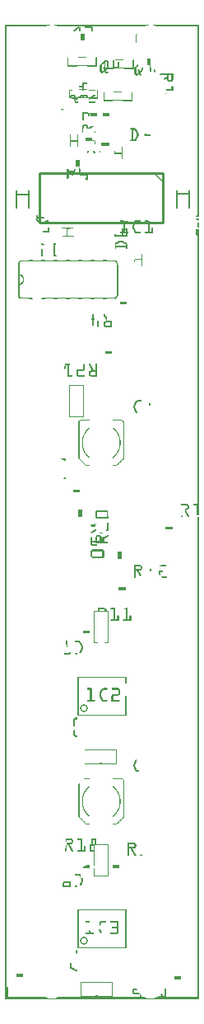
<source format=gto>
G04 MADE WITH FRITZING*
G04 WWW.FRITZING.ORG*
G04 DOUBLE SIDED*
G04 HOLES PLATED*
G04 CONTOUR ON CENTER OF CONTOUR VECTOR*
%ASAXBY*%
%FSLAX23Y23*%
%MOIN*%
%OFA0B0*%
%SFA1.0B1.0*%
%ADD10C,0.032858X0.0228584*%
%ADD11C,0.010000*%
%ADD12C,0.006000*%
%ADD13C,0.008000*%
%ADD14R,0.001000X0.001000*%
%LNSILK1*%
G90*
G70*
G54D10*
X321Y236D03*
X321Y1176D03*
G54D11*
X641Y3341D02*
X141Y3341D01*
D02*
X141Y3341D02*
X141Y3141D01*
D02*
X141Y3141D02*
X641Y3141D01*
D02*
X641Y3141D02*
X641Y3341D01*
G54D12*
D02*
X456Y2848D02*
X456Y2972D01*
D02*
X56Y2972D02*
X56Y2930D01*
D02*
X56Y2930D02*
X56Y2890D01*
D02*
X56Y2890D02*
X56Y2848D01*
G54D13*
D02*
X746Y3271D02*
X746Y3256D01*
D02*
X746Y3256D02*
X746Y3200D01*
D02*
X695Y3271D02*
X695Y3256D01*
D02*
X695Y3256D02*
X695Y3200D01*
D02*
X746Y3256D02*
X695Y3256D01*
D02*
X96Y3271D02*
X96Y3255D01*
D02*
X96Y3255D02*
X96Y3200D01*
D02*
X45Y3271D02*
X45Y3255D01*
D02*
X45Y3255D02*
X45Y3200D01*
D02*
X96Y3255D02*
X45Y3255D01*
G54D14*
X0Y3941D02*
X786Y3941D01*
X0Y3940D02*
X786Y3940D01*
X0Y3939D02*
X181Y3939D01*
X199Y3939D02*
X581Y3939D01*
X599Y3939D02*
X786Y3939D01*
X0Y3938D02*
X176Y3938D01*
X204Y3938D02*
X576Y3938D01*
X604Y3938D02*
X786Y3938D01*
X0Y3937D02*
X172Y3937D01*
X208Y3937D02*
X572Y3937D01*
X608Y3937D02*
X786Y3937D01*
X0Y3936D02*
X169Y3936D01*
X211Y3936D02*
X569Y3936D01*
X611Y3936D02*
X786Y3936D01*
X0Y3935D02*
X166Y3935D01*
X213Y3935D02*
X566Y3935D01*
X613Y3935D02*
X786Y3935D01*
X0Y3934D02*
X164Y3934D01*
X216Y3934D02*
X564Y3934D01*
X615Y3934D02*
X786Y3934D01*
X0Y3933D02*
X7Y3933D01*
X297Y3933D02*
X300Y3933D01*
X325Y3933D02*
X352Y3933D01*
X779Y3933D02*
X786Y3933D01*
X0Y3932D02*
X7Y3932D01*
X295Y3932D02*
X303Y3932D01*
X324Y3932D02*
X354Y3932D01*
X779Y3932D02*
X786Y3932D01*
X0Y3931D02*
X7Y3931D01*
X293Y3931D02*
X304Y3931D01*
X323Y3931D02*
X355Y3931D01*
X779Y3931D02*
X786Y3931D01*
X0Y3930D02*
X7Y3930D01*
X292Y3930D02*
X305Y3930D01*
X323Y3930D02*
X356Y3930D01*
X779Y3930D02*
X786Y3930D01*
X0Y3929D02*
X7Y3929D01*
X291Y3929D02*
X306Y3929D01*
X323Y3929D02*
X356Y3929D01*
X779Y3929D02*
X786Y3929D01*
X0Y3928D02*
X7Y3928D01*
X290Y3928D02*
X306Y3928D01*
X324Y3928D02*
X356Y3928D01*
X779Y3928D02*
X786Y3928D01*
X0Y3927D02*
X7Y3927D01*
X289Y3927D02*
X306Y3927D01*
X325Y3927D02*
X357Y3927D01*
X779Y3927D02*
X786Y3927D01*
X0Y3926D02*
X7Y3926D01*
X287Y3926D02*
X297Y3926D01*
X300Y3926D02*
X307Y3926D01*
X351Y3926D02*
X357Y3926D01*
X779Y3926D02*
X786Y3926D01*
X0Y3925D02*
X7Y3925D01*
X286Y3925D02*
X296Y3925D01*
X301Y3925D02*
X307Y3925D01*
X351Y3925D02*
X357Y3925D01*
X779Y3925D02*
X786Y3925D01*
X0Y3924D02*
X7Y3924D01*
X285Y3924D02*
X295Y3924D01*
X301Y3924D02*
X307Y3924D01*
X351Y3924D02*
X357Y3924D01*
X779Y3924D02*
X786Y3924D01*
X0Y3923D02*
X7Y3923D01*
X284Y3923D02*
X294Y3923D01*
X301Y3923D02*
X307Y3923D01*
X351Y3923D02*
X357Y3923D01*
X779Y3923D02*
X786Y3923D01*
X0Y3922D02*
X7Y3922D01*
X283Y3922D02*
X293Y3922D01*
X301Y3922D02*
X307Y3922D01*
X351Y3922D02*
X357Y3922D01*
X779Y3922D02*
X786Y3922D01*
X0Y3921D02*
X7Y3921D01*
X282Y3921D02*
X291Y3921D01*
X301Y3921D02*
X307Y3921D01*
X351Y3921D02*
X357Y3921D01*
X779Y3921D02*
X786Y3921D01*
X0Y3920D02*
X7Y3920D01*
X280Y3920D02*
X290Y3920D01*
X301Y3920D02*
X307Y3920D01*
X351Y3920D02*
X357Y3920D01*
X779Y3920D02*
X786Y3920D01*
X0Y3919D02*
X7Y3919D01*
X279Y3919D02*
X289Y3919D01*
X301Y3919D02*
X307Y3919D01*
X351Y3919D02*
X357Y3919D01*
X779Y3919D02*
X786Y3919D01*
X0Y3918D02*
X7Y3918D01*
X278Y3918D02*
X288Y3918D01*
X301Y3918D02*
X307Y3918D01*
X351Y3918D02*
X357Y3918D01*
X779Y3918D02*
X786Y3918D01*
X0Y3917D02*
X7Y3917D01*
X277Y3917D02*
X287Y3917D01*
X301Y3917D02*
X307Y3917D01*
X351Y3917D02*
X357Y3917D01*
X779Y3917D02*
X786Y3917D01*
X0Y3916D02*
X7Y3916D01*
X276Y3916D02*
X285Y3916D01*
X301Y3916D02*
X307Y3916D01*
X351Y3916D02*
X357Y3916D01*
X779Y3916D02*
X786Y3916D01*
X0Y3915D02*
X7Y3915D01*
X275Y3915D02*
X284Y3915D01*
X301Y3915D02*
X307Y3915D01*
X351Y3915D02*
X357Y3915D01*
X779Y3915D02*
X786Y3915D01*
X0Y3914D02*
X7Y3914D01*
X275Y3914D02*
X283Y3914D01*
X301Y3914D02*
X307Y3914D01*
X351Y3914D02*
X357Y3914D01*
X779Y3914D02*
X786Y3914D01*
X0Y3913D02*
X7Y3913D01*
X779Y3913D02*
X786Y3913D01*
X0Y3912D02*
X7Y3912D01*
X779Y3912D02*
X786Y3912D01*
X0Y3911D02*
X7Y3911D01*
X779Y3911D02*
X786Y3911D01*
X0Y3910D02*
X7Y3910D01*
X779Y3910D02*
X786Y3910D01*
X0Y3909D02*
X7Y3909D01*
X779Y3909D02*
X786Y3909D01*
X0Y3908D02*
X7Y3908D01*
X779Y3908D02*
X786Y3908D01*
X0Y3907D02*
X7Y3907D01*
X779Y3907D02*
X786Y3907D01*
X0Y3906D02*
X7Y3906D01*
X779Y3906D02*
X786Y3906D01*
X0Y3905D02*
X7Y3905D01*
X308Y3905D02*
X321Y3905D01*
X536Y3905D02*
X536Y3905D01*
X779Y3905D02*
X786Y3905D01*
X0Y3904D02*
X7Y3904D01*
X308Y3904D02*
X321Y3904D01*
X535Y3904D02*
X535Y3904D01*
X779Y3904D02*
X786Y3904D01*
X0Y3903D02*
X7Y3903D01*
X308Y3903D02*
X321Y3903D01*
X534Y3903D02*
X535Y3903D01*
X779Y3903D02*
X786Y3903D01*
X0Y3902D02*
X7Y3902D01*
X308Y3902D02*
X321Y3902D01*
X533Y3902D02*
X535Y3902D01*
X779Y3902D02*
X786Y3902D01*
X0Y3901D02*
X7Y3901D01*
X308Y3901D02*
X321Y3901D01*
X532Y3901D02*
X534Y3901D01*
X779Y3901D02*
X786Y3901D01*
X0Y3900D02*
X7Y3900D01*
X308Y3900D02*
X321Y3900D01*
X532Y3900D02*
X534Y3900D01*
X779Y3900D02*
X786Y3900D01*
X0Y3899D02*
X7Y3899D01*
X308Y3899D02*
X321Y3899D01*
X531Y3899D02*
X534Y3899D01*
X779Y3899D02*
X786Y3899D01*
X0Y3898D02*
X7Y3898D01*
X308Y3898D02*
X321Y3898D01*
X531Y3898D02*
X533Y3898D01*
X779Y3898D02*
X786Y3898D01*
X0Y3897D02*
X7Y3897D01*
X308Y3897D02*
X321Y3897D01*
X530Y3897D02*
X533Y3897D01*
X779Y3897D02*
X786Y3897D01*
X0Y3896D02*
X7Y3896D01*
X308Y3896D02*
X321Y3896D01*
X530Y3896D02*
X533Y3896D01*
X779Y3896D02*
X786Y3896D01*
X0Y3895D02*
X7Y3895D01*
X308Y3895D02*
X321Y3895D01*
X530Y3895D02*
X533Y3895D01*
X779Y3895D02*
X786Y3895D01*
X0Y3894D02*
X7Y3894D01*
X308Y3894D02*
X321Y3894D01*
X530Y3894D02*
X532Y3894D01*
X779Y3894D02*
X786Y3894D01*
X0Y3893D02*
X7Y3893D01*
X308Y3893D02*
X321Y3893D01*
X530Y3893D02*
X532Y3893D01*
X779Y3893D02*
X786Y3893D01*
X0Y3892D02*
X7Y3892D01*
X308Y3892D02*
X321Y3892D01*
X530Y3892D02*
X532Y3892D01*
X779Y3892D02*
X786Y3892D01*
X0Y3891D02*
X7Y3891D01*
X308Y3891D02*
X321Y3891D01*
X530Y3891D02*
X532Y3891D01*
X779Y3891D02*
X786Y3891D01*
X0Y3890D02*
X7Y3890D01*
X308Y3890D02*
X321Y3890D01*
X530Y3890D02*
X532Y3890D01*
X779Y3890D02*
X786Y3890D01*
X0Y3889D02*
X7Y3889D01*
X308Y3889D02*
X321Y3889D01*
X530Y3889D02*
X531Y3889D01*
X779Y3889D02*
X786Y3889D01*
X0Y3888D02*
X7Y3888D01*
X308Y3888D02*
X321Y3888D01*
X530Y3888D02*
X531Y3888D01*
X779Y3888D02*
X786Y3888D01*
X0Y3887D02*
X7Y3887D01*
X308Y3887D02*
X321Y3887D01*
X530Y3887D02*
X531Y3887D01*
X779Y3887D02*
X786Y3887D01*
X0Y3886D02*
X7Y3886D01*
X308Y3886D02*
X321Y3886D01*
X530Y3886D02*
X531Y3886D01*
X779Y3886D02*
X786Y3886D01*
X0Y3885D02*
X7Y3885D01*
X308Y3885D02*
X321Y3885D01*
X530Y3885D02*
X531Y3885D01*
X779Y3885D02*
X786Y3885D01*
X0Y3884D02*
X7Y3884D01*
X308Y3884D02*
X321Y3884D01*
X530Y3884D02*
X531Y3884D01*
X779Y3884D02*
X786Y3884D01*
X0Y3883D02*
X7Y3883D01*
X308Y3883D02*
X321Y3883D01*
X530Y3883D02*
X531Y3883D01*
X779Y3883D02*
X786Y3883D01*
X0Y3882D02*
X7Y3882D01*
X308Y3882D02*
X321Y3882D01*
X530Y3882D02*
X531Y3882D01*
X779Y3882D02*
X786Y3882D01*
X0Y3881D02*
X7Y3881D01*
X308Y3881D02*
X321Y3881D01*
X530Y3881D02*
X531Y3881D01*
X779Y3881D02*
X786Y3881D01*
X0Y3880D02*
X7Y3880D01*
X308Y3880D02*
X321Y3880D01*
X530Y3880D02*
X531Y3880D01*
X779Y3880D02*
X786Y3880D01*
X0Y3879D02*
X7Y3879D01*
X308Y3879D02*
X321Y3879D01*
X530Y3879D02*
X531Y3879D01*
X779Y3879D02*
X786Y3879D01*
X0Y3878D02*
X7Y3878D01*
X308Y3878D02*
X321Y3878D01*
X530Y3878D02*
X531Y3878D01*
X779Y3878D02*
X786Y3878D01*
X0Y3877D02*
X7Y3877D01*
X530Y3877D02*
X531Y3877D01*
X779Y3877D02*
X786Y3877D01*
X0Y3876D02*
X7Y3876D01*
X530Y3876D02*
X531Y3876D01*
X779Y3876D02*
X786Y3876D01*
X0Y3875D02*
X7Y3875D01*
X530Y3875D02*
X531Y3875D01*
X779Y3875D02*
X786Y3875D01*
X0Y3874D02*
X7Y3874D01*
X530Y3874D02*
X531Y3874D01*
X779Y3874D02*
X786Y3874D01*
X0Y3873D02*
X7Y3873D01*
X530Y3873D02*
X531Y3873D01*
X779Y3873D02*
X786Y3873D01*
X0Y3872D02*
X7Y3872D01*
X530Y3872D02*
X532Y3872D01*
X779Y3872D02*
X786Y3872D01*
X0Y3871D02*
X7Y3871D01*
X530Y3871D02*
X532Y3871D01*
X779Y3871D02*
X786Y3871D01*
X0Y3870D02*
X7Y3870D01*
X530Y3870D02*
X532Y3870D01*
X779Y3870D02*
X786Y3870D01*
X0Y3869D02*
X7Y3869D01*
X531Y3869D02*
X532Y3869D01*
X779Y3869D02*
X786Y3869D01*
X0Y3868D02*
X7Y3868D01*
X532Y3868D02*
X532Y3868D01*
X779Y3868D02*
X786Y3868D01*
X0Y3867D02*
X7Y3867D01*
X532Y3867D02*
X533Y3867D01*
X779Y3867D02*
X786Y3867D01*
X0Y3866D02*
X7Y3866D01*
X779Y3866D02*
X786Y3866D01*
X0Y3865D02*
X7Y3865D01*
X779Y3865D02*
X786Y3865D01*
X0Y3864D02*
X7Y3864D01*
X779Y3864D02*
X786Y3864D01*
X0Y3863D02*
X7Y3863D01*
X779Y3863D02*
X786Y3863D01*
X0Y3862D02*
X7Y3862D01*
X779Y3862D02*
X786Y3862D01*
X0Y3861D02*
X7Y3861D01*
X779Y3861D02*
X786Y3861D01*
X0Y3860D02*
X7Y3860D01*
X779Y3860D02*
X786Y3860D01*
X0Y3859D02*
X7Y3859D01*
X779Y3859D02*
X786Y3859D01*
X0Y3858D02*
X7Y3858D01*
X779Y3858D02*
X786Y3858D01*
X0Y3857D02*
X7Y3857D01*
X779Y3857D02*
X786Y3857D01*
X0Y3856D02*
X7Y3856D01*
X779Y3856D02*
X786Y3856D01*
X0Y3855D02*
X7Y3855D01*
X779Y3855D02*
X786Y3855D01*
X0Y3854D02*
X7Y3854D01*
X779Y3854D02*
X786Y3854D01*
X0Y3853D02*
X7Y3853D01*
X779Y3853D02*
X786Y3853D01*
X0Y3852D02*
X7Y3852D01*
X779Y3852D02*
X786Y3852D01*
X0Y3851D02*
X7Y3851D01*
X779Y3851D02*
X786Y3851D01*
X0Y3850D02*
X7Y3850D01*
X779Y3850D02*
X786Y3850D01*
X0Y3849D02*
X7Y3849D01*
X779Y3849D02*
X786Y3849D01*
X0Y3848D02*
X7Y3848D01*
X779Y3848D02*
X786Y3848D01*
X0Y3847D02*
X7Y3847D01*
X779Y3847D02*
X786Y3847D01*
X0Y3846D02*
X7Y3846D01*
X779Y3846D02*
X786Y3846D01*
X0Y3845D02*
X7Y3845D01*
X779Y3845D02*
X786Y3845D01*
X0Y3844D02*
X7Y3844D01*
X779Y3844D02*
X786Y3844D01*
X0Y3843D02*
X7Y3843D01*
X779Y3843D02*
X786Y3843D01*
X0Y3842D02*
X7Y3842D01*
X779Y3842D02*
X786Y3842D01*
X0Y3841D02*
X7Y3841D01*
X779Y3841D02*
X786Y3841D01*
X0Y3840D02*
X7Y3840D01*
X779Y3840D02*
X786Y3840D01*
X0Y3839D02*
X7Y3839D01*
X779Y3839D02*
X786Y3839D01*
X0Y3838D02*
X7Y3838D01*
X779Y3838D02*
X786Y3838D01*
X0Y3837D02*
X7Y3837D01*
X779Y3837D02*
X786Y3837D01*
X0Y3836D02*
X7Y3836D01*
X779Y3836D02*
X786Y3836D01*
X0Y3835D02*
X7Y3835D01*
X779Y3835D02*
X786Y3835D01*
X0Y3834D02*
X7Y3834D01*
X779Y3834D02*
X786Y3834D01*
X0Y3833D02*
X7Y3833D01*
X779Y3833D02*
X786Y3833D01*
X0Y3832D02*
X7Y3832D01*
X779Y3832D02*
X786Y3832D01*
X0Y3831D02*
X7Y3831D01*
X779Y3831D02*
X786Y3831D01*
X0Y3830D02*
X7Y3830D01*
X779Y3830D02*
X786Y3830D01*
X0Y3829D02*
X7Y3829D01*
X779Y3829D02*
X786Y3829D01*
X0Y3828D02*
X7Y3828D01*
X779Y3828D02*
X786Y3828D01*
X0Y3827D02*
X7Y3827D01*
X779Y3827D02*
X786Y3827D01*
X0Y3826D02*
X7Y3826D01*
X779Y3826D02*
X786Y3826D01*
X0Y3825D02*
X7Y3825D01*
X779Y3825D02*
X786Y3825D01*
X0Y3824D02*
X7Y3824D01*
X779Y3824D02*
X786Y3824D01*
X0Y3823D02*
X7Y3823D01*
X779Y3823D02*
X786Y3823D01*
X0Y3822D02*
X7Y3822D01*
X779Y3822D02*
X786Y3822D01*
X0Y3821D02*
X7Y3821D01*
X779Y3821D02*
X786Y3821D01*
X0Y3820D02*
X7Y3820D01*
X779Y3820D02*
X786Y3820D01*
X0Y3819D02*
X7Y3819D01*
X779Y3819D02*
X786Y3819D01*
X0Y3818D02*
X7Y3818D01*
X779Y3818D02*
X786Y3818D01*
X0Y3817D02*
X7Y3817D01*
X779Y3817D02*
X786Y3817D01*
X0Y3816D02*
X7Y3816D01*
X779Y3816D02*
X786Y3816D01*
X0Y3815D02*
X7Y3815D01*
X779Y3815D02*
X786Y3815D01*
X0Y3814D02*
X7Y3814D01*
X779Y3814D02*
X786Y3814D01*
X0Y3813D02*
X7Y3813D01*
X779Y3813D02*
X786Y3813D01*
X0Y3812D02*
X7Y3812D01*
X779Y3812D02*
X786Y3812D01*
X0Y3811D02*
X7Y3811D01*
X254Y3811D02*
X254Y3811D01*
X296Y3811D02*
X329Y3811D01*
X371Y3811D02*
X371Y3811D01*
X779Y3811D02*
X786Y3811D01*
X0Y3810D02*
X7Y3810D01*
X254Y3810D02*
X254Y3810D01*
X296Y3810D02*
X329Y3810D01*
X371Y3810D02*
X371Y3810D01*
X779Y3810D02*
X786Y3810D01*
X0Y3809D02*
X7Y3809D01*
X254Y3809D02*
X254Y3809D01*
X296Y3809D02*
X329Y3809D01*
X371Y3809D02*
X371Y3809D01*
X779Y3809D02*
X786Y3809D01*
X0Y3808D02*
X7Y3808D01*
X254Y3808D02*
X371Y3808D01*
X779Y3808D02*
X786Y3808D01*
X0Y3807D02*
X7Y3807D01*
X254Y3807D02*
X257Y3807D01*
X368Y3807D02*
X371Y3807D01*
X779Y3807D02*
X786Y3807D01*
X0Y3806D02*
X7Y3806D01*
X254Y3806D02*
X257Y3806D01*
X368Y3806D02*
X371Y3806D01*
X779Y3806D02*
X786Y3806D01*
X0Y3805D02*
X7Y3805D01*
X254Y3805D02*
X257Y3805D01*
X368Y3805D02*
X371Y3805D01*
X578Y3805D02*
X590Y3805D01*
X779Y3805D02*
X786Y3805D01*
X0Y3804D02*
X7Y3804D01*
X254Y3804D02*
X257Y3804D01*
X368Y3804D02*
X371Y3804D01*
X578Y3804D02*
X590Y3804D01*
X779Y3804D02*
X786Y3804D01*
X0Y3803D02*
X7Y3803D01*
X254Y3803D02*
X257Y3803D01*
X368Y3803D02*
X371Y3803D01*
X578Y3803D02*
X590Y3803D01*
X779Y3803D02*
X786Y3803D01*
X0Y3802D02*
X7Y3802D01*
X254Y3802D02*
X257Y3802D01*
X368Y3802D02*
X371Y3802D01*
X578Y3802D02*
X590Y3802D01*
X779Y3802D02*
X786Y3802D01*
X0Y3801D02*
X7Y3801D01*
X254Y3801D02*
X257Y3801D01*
X368Y3801D02*
X371Y3801D01*
X404Y3801D02*
X404Y3801D01*
X446Y3801D02*
X479Y3801D01*
X521Y3801D02*
X521Y3801D01*
X578Y3801D02*
X590Y3801D01*
X779Y3801D02*
X786Y3801D01*
X0Y3800D02*
X7Y3800D01*
X254Y3800D02*
X257Y3800D01*
X368Y3800D02*
X371Y3800D01*
X404Y3800D02*
X404Y3800D01*
X446Y3800D02*
X479Y3800D01*
X521Y3800D02*
X521Y3800D01*
X578Y3800D02*
X590Y3800D01*
X779Y3800D02*
X786Y3800D01*
X0Y3799D02*
X7Y3799D01*
X254Y3799D02*
X257Y3799D01*
X368Y3799D02*
X371Y3799D01*
X404Y3799D02*
X404Y3799D01*
X446Y3799D02*
X479Y3799D01*
X521Y3799D02*
X521Y3799D01*
X578Y3799D02*
X590Y3799D01*
X779Y3799D02*
X786Y3799D01*
X0Y3798D02*
X7Y3798D01*
X254Y3798D02*
X257Y3798D01*
X368Y3798D02*
X371Y3798D01*
X404Y3798D02*
X521Y3798D01*
X578Y3798D02*
X590Y3798D01*
X779Y3798D02*
X786Y3798D01*
X0Y3797D02*
X7Y3797D01*
X254Y3797D02*
X257Y3797D01*
X368Y3797D02*
X371Y3797D01*
X404Y3797D02*
X415Y3797D01*
X437Y3797D02*
X442Y3797D01*
X518Y3797D02*
X521Y3797D01*
X578Y3797D02*
X590Y3797D01*
X779Y3797D02*
X786Y3797D01*
X0Y3796D02*
X7Y3796D01*
X254Y3796D02*
X257Y3796D01*
X368Y3796D02*
X371Y3796D01*
X404Y3796D02*
X416Y3796D01*
X436Y3796D02*
X442Y3796D01*
X518Y3796D02*
X521Y3796D01*
X578Y3796D02*
X590Y3796D01*
X779Y3796D02*
X786Y3796D01*
X0Y3795D02*
X7Y3795D01*
X254Y3795D02*
X257Y3795D01*
X368Y3795D02*
X371Y3795D01*
X403Y3795D02*
X417Y3795D01*
X436Y3795D02*
X442Y3795D01*
X518Y3795D02*
X521Y3795D01*
X578Y3795D02*
X590Y3795D01*
X779Y3795D02*
X786Y3795D01*
X0Y3794D02*
X7Y3794D01*
X254Y3794D02*
X257Y3794D01*
X368Y3794D02*
X371Y3794D01*
X402Y3794D02*
X417Y3794D01*
X436Y3794D02*
X442Y3794D01*
X518Y3794D02*
X521Y3794D01*
X578Y3794D02*
X590Y3794D01*
X779Y3794D02*
X786Y3794D01*
X0Y3793D02*
X7Y3793D01*
X254Y3793D02*
X257Y3793D01*
X368Y3793D02*
X371Y3793D01*
X401Y3793D02*
X418Y3793D01*
X436Y3793D02*
X442Y3793D01*
X518Y3793D02*
X521Y3793D01*
X578Y3793D02*
X590Y3793D01*
X779Y3793D02*
X786Y3793D01*
X0Y3792D02*
X7Y3792D01*
X254Y3792D02*
X257Y3792D01*
X368Y3792D02*
X371Y3792D01*
X400Y3792D02*
X418Y3792D01*
X436Y3792D02*
X442Y3792D01*
X458Y3792D02*
X462Y3792D01*
X518Y3792D02*
X521Y3792D01*
X578Y3792D02*
X590Y3792D01*
X779Y3792D02*
X786Y3792D01*
X0Y3791D02*
X7Y3791D01*
X254Y3791D02*
X257Y3791D01*
X368Y3791D02*
X371Y3791D01*
X398Y3791D02*
X408Y3791D01*
X412Y3791D02*
X418Y3791D01*
X436Y3791D02*
X442Y3791D01*
X457Y3791D02*
X463Y3791D01*
X518Y3791D02*
X521Y3791D01*
X578Y3791D02*
X590Y3791D01*
X779Y3791D02*
X786Y3791D01*
X0Y3790D02*
X7Y3790D01*
X254Y3790D02*
X257Y3790D01*
X368Y3790D02*
X371Y3790D01*
X397Y3790D02*
X407Y3790D01*
X412Y3790D02*
X418Y3790D01*
X436Y3790D02*
X442Y3790D01*
X457Y3790D02*
X463Y3790D01*
X518Y3790D02*
X521Y3790D01*
X578Y3790D02*
X590Y3790D01*
X779Y3790D02*
X786Y3790D01*
X0Y3789D02*
X7Y3789D01*
X254Y3789D02*
X257Y3789D01*
X368Y3789D02*
X371Y3789D01*
X396Y3789D02*
X407Y3789D01*
X412Y3789D02*
X418Y3789D01*
X436Y3789D02*
X442Y3789D01*
X457Y3789D02*
X463Y3789D01*
X518Y3789D02*
X521Y3789D01*
X578Y3789D02*
X590Y3789D01*
X779Y3789D02*
X786Y3789D01*
X0Y3788D02*
X7Y3788D01*
X254Y3788D02*
X257Y3788D01*
X368Y3788D02*
X371Y3788D01*
X395Y3788D02*
X407Y3788D01*
X412Y3788D02*
X418Y3788D01*
X436Y3788D02*
X442Y3788D01*
X457Y3788D02*
X463Y3788D01*
X518Y3788D02*
X521Y3788D01*
X578Y3788D02*
X590Y3788D01*
X779Y3788D02*
X786Y3788D01*
X0Y3787D02*
X7Y3787D01*
X254Y3787D02*
X257Y3787D01*
X368Y3787D02*
X371Y3787D01*
X394Y3787D02*
X407Y3787D01*
X412Y3787D02*
X418Y3787D01*
X436Y3787D02*
X442Y3787D01*
X457Y3787D02*
X463Y3787D01*
X518Y3787D02*
X521Y3787D01*
X578Y3787D02*
X590Y3787D01*
X779Y3787D02*
X786Y3787D01*
X0Y3786D02*
X7Y3786D01*
X254Y3786D02*
X257Y3786D01*
X368Y3786D02*
X371Y3786D01*
X392Y3786D02*
X402Y3786D01*
X404Y3786D02*
X407Y3786D01*
X412Y3786D02*
X418Y3786D01*
X436Y3786D02*
X442Y3786D01*
X457Y3786D02*
X463Y3786D01*
X518Y3786D02*
X521Y3786D01*
X578Y3786D02*
X590Y3786D01*
X779Y3786D02*
X786Y3786D01*
X0Y3785D02*
X7Y3785D01*
X254Y3785D02*
X257Y3785D01*
X368Y3785D02*
X371Y3785D01*
X391Y3785D02*
X401Y3785D01*
X404Y3785D02*
X407Y3785D01*
X412Y3785D02*
X418Y3785D01*
X436Y3785D02*
X442Y3785D01*
X457Y3785D02*
X463Y3785D01*
X518Y3785D02*
X521Y3785D01*
X578Y3785D02*
X590Y3785D01*
X779Y3785D02*
X786Y3785D01*
X0Y3784D02*
X7Y3784D01*
X254Y3784D02*
X257Y3784D01*
X368Y3784D02*
X371Y3784D01*
X390Y3784D02*
X400Y3784D01*
X404Y3784D02*
X407Y3784D01*
X412Y3784D02*
X418Y3784D01*
X436Y3784D02*
X442Y3784D01*
X457Y3784D02*
X463Y3784D01*
X518Y3784D02*
X521Y3784D01*
X578Y3784D02*
X590Y3784D01*
X779Y3784D02*
X786Y3784D01*
X0Y3783D02*
X7Y3783D01*
X254Y3783D02*
X257Y3783D01*
X368Y3783D02*
X371Y3783D01*
X389Y3783D02*
X399Y3783D01*
X404Y3783D02*
X407Y3783D01*
X412Y3783D02*
X418Y3783D01*
X436Y3783D02*
X442Y3783D01*
X457Y3783D02*
X463Y3783D01*
X518Y3783D02*
X521Y3783D01*
X578Y3783D02*
X590Y3783D01*
X779Y3783D02*
X786Y3783D01*
X0Y3782D02*
X7Y3782D01*
X254Y3782D02*
X257Y3782D01*
X368Y3782D02*
X371Y3782D01*
X388Y3782D02*
X398Y3782D01*
X404Y3782D02*
X407Y3782D01*
X412Y3782D02*
X418Y3782D01*
X436Y3782D02*
X442Y3782D01*
X457Y3782D02*
X463Y3782D01*
X518Y3782D02*
X521Y3782D01*
X539Y3782D02*
X539Y3782D01*
X578Y3782D02*
X590Y3782D01*
X779Y3782D02*
X786Y3782D01*
X0Y3781D02*
X7Y3781D01*
X254Y3781D02*
X257Y3781D01*
X368Y3781D02*
X371Y3781D01*
X387Y3781D02*
X396Y3781D01*
X404Y3781D02*
X407Y3781D01*
X412Y3781D02*
X418Y3781D01*
X436Y3781D02*
X442Y3781D01*
X457Y3781D02*
X463Y3781D01*
X518Y3781D02*
X521Y3781D01*
X538Y3781D02*
X539Y3781D01*
X578Y3781D02*
X590Y3781D01*
X779Y3781D02*
X786Y3781D01*
X0Y3780D02*
X7Y3780D01*
X254Y3780D02*
X257Y3780D01*
X368Y3780D02*
X371Y3780D01*
X387Y3780D02*
X395Y3780D01*
X404Y3780D02*
X407Y3780D01*
X412Y3780D02*
X418Y3780D01*
X436Y3780D02*
X442Y3780D01*
X457Y3780D02*
X463Y3780D01*
X518Y3780D02*
X521Y3780D01*
X537Y3780D02*
X539Y3780D01*
X578Y3780D02*
X590Y3780D01*
X779Y3780D02*
X786Y3780D01*
X0Y3779D02*
X7Y3779D01*
X254Y3779D02*
X257Y3779D01*
X368Y3779D02*
X371Y3779D01*
X386Y3779D02*
X394Y3779D01*
X404Y3779D02*
X407Y3779D01*
X412Y3779D02*
X418Y3779D01*
X436Y3779D02*
X442Y3779D01*
X457Y3779D02*
X463Y3779D01*
X518Y3779D02*
X521Y3779D01*
X536Y3779D02*
X539Y3779D01*
X578Y3779D02*
X590Y3779D01*
X779Y3779D02*
X786Y3779D01*
X0Y3778D02*
X7Y3778D01*
X254Y3778D02*
X257Y3778D01*
X368Y3778D02*
X371Y3778D01*
X386Y3778D02*
X393Y3778D01*
X404Y3778D02*
X407Y3778D01*
X412Y3778D02*
X418Y3778D01*
X436Y3778D02*
X442Y3778D01*
X457Y3778D02*
X463Y3778D01*
X518Y3778D02*
X521Y3778D01*
X535Y3778D02*
X539Y3778D01*
X578Y3778D02*
X590Y3778D01*
X779Y3778D02*
X786Y3778D01*
X0Y3777D02*
X7Y3777D01*
X254Y3777D02*
X257Y3777D01*
X368Y3777D02*
X371Y3777D01*
X385Y3777D02*
X392Y3777D01*
X404Y3777D02*
X407Y3777D01*
X412Y3777D02*
X418Y3777D01*
X436Y3777D02*
X442Y3777D01*
X457Y3777D02*
X463Y3777D01*
X518Y3777D02*
X521Y3777D01*
X534Y3777D02*
X539Y3777D01*
X588Y3777D02*
X590Y3777D01*
X779Y3777D02*
X786Y3777D01*
X0Y3776D02*
X7Y3776D01*
X254Y3776D02*
X371Y3776D01*
X385Y3776D02*
X391Y3776D01*
X404Y3776D02*
X407Y3776D01*
X412Y3776D02*
X418Y3776D01*
X436Y3776D02*
X442Y3776D01*
X457Y3776D02*
X463Y3776D01*
X518Y3776D02*
X521Y3776D01*
X532Y3776D02*
X539Y3776D01*
X588Y3776D02*
X590Y3776D01*
X779Y3776D02*
X786Y3776D01*
X0Y3775D02*
X7Y3775D01*
X254Y3775D02*
X291Y3775D01*
X334Y3775D02*
X371Y3775D01*
X385Y3775D02*
X391Y3775D01*
X404Y3775D02*
X407Y3775D01*
X412Y3775D02*
X418Y3775D01*
X436Y3775D02*
X442Y3775D01*
X457Y3775D02*
X463Y3775D01*
X518Y3775D02*
X521Y3775D01*
X531Y3775D02*
X539Y3775D01*
X588Y3775D02*
X590Y3775D01*
X779Y3775D02*
X786Y3775D01*
X0Y3774D02*
X7Y3774D01*
X254Y3774D02*
X291Y3774D01*
X334Y3774D02*
X371Y3774D01*
X385Y3774D02*
X391Y3774D01*
X404Y3774D02*
X407Y3774D01*
X412Y3774D02*
X418Y3774D01*
X436Y3774D02*
X442Y3774D01*
X457Y3774D02*
X463Y3774D01*
X518Y3774D02*
X521Y3774D01*
X530Y3774D02*
X539Y3774D01*
X588Y3774D02*
X590Y3774D01*
X779Y3774D02*
X786Y3774D01*
X0Y3773D02*
X7Y3773D01*
X254Y3773D02*
X291Y3773D01*
X334Y3773D02*
X371Y3773D01*
X385Y3773D02*
X391Y3773D01*
X404Y3773D02*
X407Y3773D01*
X412Y3773D02*
X418Y3773D01*
X436Y3773D02*
X442Y3773D01*
X457Y3773D02*
X463Y3773D01*
X518Y3773D02*
X521Y3773D01*
X529Y3773D02*
X539Y3773D01*
X588Y3773D02*
X590Y3773D01*
X779Y3773D02*
X786Y3773D01*
X0Y3772D02*
X7Y3772D01*
X385Y3772D02*
X391Y3772D01*
X404Y3772D02*
X407Y3772D01*
X412Y3772D02*
X418Y3772D01*
X436Y3772D02*
X442Y3772D01*
X457Y3772D02*
X463Y3772D01*
X518Y3772D02*
X521Y3772D01*
X528Y3772D02*
X537Y3772D01*
X588Y3772D02*
X590Y3772D01*
X779Y3772D02*
X786Y3772D01*
X0Y3771D02*
X7Y3771D01*
X385Y3771D02*
X391Y3771D01*
X404Y3771D02*
X407Y3771D01*
X412Y3771D02*
X418Y3771D01*
X436Y3771D02*
X442Y3771D01*
X457Y3771D02*
X463Y3771D01*
X518Y3771D02*
X521Y3771D01*
X527Y3771D02*
X536Y3771D01*
X588Y3771D02*
X590Y3771D01*
X779Y3771D02*
X786Y3771D01*
X0Y3770D02*
X7Y3770D01*
X385Y3770D02*
X391Y3770D01*
X404Y3770D02*
X407Y3770D01*
X412Y3770D02*
X418Y3770D01*
X436Y3770D02*
X442Y3770D01*
X457Y3770D02*
X463Y3770D01*
X518Y3770D02*
X521Y3770D01*
X527Y3770D02*
X535Y3770D01*
X588Y3770D02*
X590Y3770D01*
X779Y3770D02*
X786Y3770D01*
X0Y3769D02*
X7Y3769D01*
X385Y3769D02*
X391Y3769D01*
X400Y3769D02*
X402Y3769D01*
X404Y3769D02*
X407Y3769D01*
X412Y3769D02*
X418Y3769D01*
X436Y3769D02*
X464Y3769D01*
X518Y3769D02*
X521Y3769D01*
X526Y3769D02*
X534Y3769D01*
X588Y3769D02*
X590Y3769D01*
X779Y3769D02*
X786Y3769D01*
X0Y3768D02*
X7Y3768D01*
X385Y3768D02*
X391Y3768D01*
X399Y3768D02*
X407Y3768D01*
X412Y3768D02*
X418Y3768D01*
X436Y3768D02*
X466Y3768D01*
X518Y3768D02*
X521Y3768D01*
X526Y3768D02*
X533Y3768D01*
X552Y3768D02*
X558Y3768D01*
X588Y3768D02*
X594Y3768D01*
X779Y3768D02*
X786Y3768D01*
X0Y3767D02*
X7Y3767D01*
X385Y3767D02*
X391Y3767D01*
X399Y3767D02*
X407Y3767D01*
X411Y3767D02*
X418Y3767D01*
X436Y3767D02*
X466Y3767D01*
X518Y3767D02*
X521Y3767D01*
X525Y3767D02*
X532Y3767D01*
X552Y3767D02*
X558Y3767D01*
X588Y3767D02*
X594Y3767D01*
X779Y3767D02*
X786Y3767D01*
X0Y3766D02*
X7Y3766D01*
X385Y3766D02*
X391Y3766D01*
X398Y3766D02*
X521Y3766D01*
X525Y3766D02*
X531Y3766D01*
X552Y3766D02*
X558Y3766D01*
X588Y3766D02*
X594Y3766D01*
X779Y3766D02*
X786Y3766D01*
X0Y3765D02*
X7Y3765D01*
X385Y3765D02*
X391Y3765D01*
X399Y3765D02*
X441Y3765D01*
X483Y3765D02*
X521Y3765D01*
X525Y3765D02*
X531Y3765D01*
X552Y3765D02*
X558Y3765D01*
X588Y3765D02*
X594Y3765D01*
X779Y3765D02*
X786Y3765D01*
X0Y3764D02*
X7Y3764D01*
X385Y3764D02*
X391Y3764D01*
X399Y3764D02*
X441Y3764D01*
X484Y3764D02*
X521Y3764D01*
X525Y3764D02*
X531Y3764D01*
X552Y3764D02*
X558Y3764D01*
X588Y3764D02*
X594Y3764D01*
X779Y3764D02*
X786Y3764D01*
X0Y3763D02*
X7Y3763D01*
X385Y3763D02*
X391Y3763D01*
X399Y3763D02*
X441Y3763D01*
X484Y3763D02*
X521Y3763D01*
X525Y3763D02*
X531Y3763D01*
X552Y3763D02*
X558Y3763D01*
X588Y3763D02*
X594Y3763D01*
X779Y3763D02*
X786Y3763D01*
X0Y3762D02*
X7Y3762D01*
X385Y3762D02*
X391Y3762D01*
X400Y3762D02*
X415Y3762D01*
X525Y3762D02*
X531Y3762D01*
X552Y3762D02*
X558Y3762D01*
X588Y3762D02*
X594Y3762D01*
X779Y3762D02*
X786Y3762D01*
X0Y3761D02*
X7Y3761D01*
X385Y3761D02*
X391Y3761D01*
X400Y3761D02*
X414Y3761D01*
X525Y3761D02*
X531Y3761D01*
X552Y3761D02*
X558Y3761D01*
X588Y3761D02*
X594Y3761D01*
X779Y3761D02*
X786Y3761D01*
X0Y3760D02*
X7Y3760D01*
X385Y3760D02*
X391Y3760D01*
X400Y3760D02*
X413Y3760D01*
X525Y3760D02*
X531Y3760D01*
X552Y3760D02*
X558Y3760D01*
X588Y3760D02*
X594Y3760D01*
X779Y3760D02*
X786Y3760D01*
X0Y3759D02*
X7Y3759D01*
X385Y3759D02*
X391Y3759D01*
X401Y3759D02*
X412Y3759D01*
X525Y3759D02*
X531Y3759D01*
X540Y3759D02*
X542Y3759D01*
X552Y3759D02*
X558Y3759D01*
X588Y3759D02*
X594Y3759D01*
X604Y3759D02*
X606Y3759D01*
X779Y3759D02*
X786Y3759D01*
X0Y3758D02*
X7Y3758D01*
X385Y3758D02*
X391Y3758D01*
X401Y3758D02*
X411Y3758D01*
X525Y3758D02*
X531Y3758D01*
X539Y3758D02*
X543Y3758D01*
X552Y3758D02*
X558Y3758D01*
X588Y3758D02*
X594Y3758D01*
X603Y3758D02*
X607Y3758D01*
X779Y3758D02*
X786Y3758D01*
X0Y3757D02*
X7Y3757D01*
X385Y3757D02*
X391Y3757D01*
X400Y3757D02*
X410Y3757D01*
X525Y3757D02*
X531Y3757D01*
X539Y3757D02*
X544Y3757D01*
X551Y3757D02*
X558Y3757D01*
X588Y3757D02*
X594Y3757D01*
X602Y3757D02*
X608Y3757D01*
X779Y3757D02*
X786Y3757D01*
X0Y3756D02*
X7Y3756D01*
X385Y3756D02*
X391Y3756D01*
X399Y3756D02*
X409Y3756D01*
X525Y3756D02*
X531Y3756D01*
X538Y3756D02*
X545Y3756D01*
X550Y3756D02*
X557Y3756D01*
X588Y3756D02*
X594Y3756D01*
X602Y3756D02*
X608Y3756D01*
X779Y3756D02*
X786Y3756D01*
X0Y3755D02*
X7Y3755D01*
X385Y3755D02*
X391Y3755D01*
X398Y3755D02*
X409Y3755D01*
X525Y3755D02*
X531Y3755D01*
X538Y3755D02*
X545Y3755D01*
X549Y3755D02*
X557Y3755D01*
X588Y3755D02*
X594Y3755D01*
X602Y3755D02*
X608Y3755D01*
X779Y3755D02*
X786Y3755D01*
X0Y3754D02*
X7Y3754D01*
X385Y3754D02*
X391Y3754D01*
X396Y3754D02*
X409Y3754D01*
X525Y3754D02*
X531Y3754D01*
X539Y3754D02*
X545Y3754D01*
X548Y3754D02*
X556Y3754D01*
X588Y3754D02*
X594Y3754D01*
X602Y3754D02*
X608Y3754D01*
X779Y3754D02*
X786Y3754D01*
X0Y3753D02*
X7Y3753D01*
X385Y3753D02*
X391Y3753D01*
X395Y3753D02*
X410Y3753D01*
X525Y3753D02*
X531Y3753D01*
X539Y3753D02*
X556Y3753D01*
X588Y3753D02*
X594Y3753D01*
X602Y3753D02*
X608Y3753D01*
X779Y3753D02*
X786Y3753D01*
X0Y3752D02*
X7Y3752D01*
X385Y3752D02*
X391Y3752D01*
X394Y3752D02*
X410Y3752D01*
X525Y3752D02*
X531Y3752D01*
X540Y3752D02*
X555Y3752D01*
X588Y3752D02*
X594Y3752D01*
X602Y3752D02*
X608Y3752D01*
X779Y3752D02*
X786Y3752D01*
X0Y3751D02*
X7Y3751D01*
X385Y3751D02*
X417Y3751D01*
X525Y3751D02*
X531Y3751D01*
X540Y3751D02*
X554Y3751D01*
X602Y3751D02*
X608Y3751D01*
X779Y3751D02*
X786Y3751D01*
X0Y3750D02*
X7Y3750D01*
X385Y3750D02*
X401Y3750D01*
X404Y3750D02*
X418Y3750D01*
X525Y3750D02*
X531Y3750D01*
X540Y3750D02*
X553Y3750D01*
X604Y3750D02*
X608Y3750D01*
X779Y3750D02*
X786Y3750D01*
X0Y3749D02*
X7Y3749D01*
X386Y3749D02*
X400Y3749D01*
X405Y3749D02*
X418Y3749D01*
X525Y3749D02*
X531Y3749D01*
X541Y3749D02*
X552Y3749D01*
X608Y3749D02*
X608Y3749D01*
X779Y3749D02*
X786Y3749D01*
X0Y3748D02*
X7Y3748D01*
X386Y3748D02*
X399Y3748D01*
X405Y3748D02*
X418Y3748D01*
X525Y3748D02*
X531Y3748D01*
X541Y3748D02*
X551Y3748D01*
X779Y3748D02*
X786Y3748D01*
X0Y3747D02*
X7Y3747D01*
X387Y3747D02*
X398Y3747D01*
X405Y3747D02*
X418Y3747D01*
X525Y3747D02*
X531Y3747D01*
X540Y3747D02*
X550Y3747D01*
X779Y3747D02*
X786Y3747D01*
X0Y3746D02*
X7Y3746D01*
X389Y3746D02*
X397Y3746D01*
X406Y3746D02*
X417Y3746D01*
X525Y3746D02*
X531Y3746D01*
X539Y3746D02*
X549Y3746D01*
X779Y3746D02*
X786Y3746D01*
X0Y3745D02*
X7Y3745D01*
X391Y3745D02*
X394Y3745D01*
X406Y3745D02*
X416Y3745D01*
X525Y3745D02*
X531Y3745D01*
X538Y3745D02*
X549Y3745D01*
X779Y3745D02*
X786Y3745D01*
X0Y3744D02*
X7Y3744D01*
X525Y3744D02*
X531Y3744D01*
X536Y3744D02*
X549Y3744D01*
X632Y3744D02*
X681Y3744D01*
X779Y3744D02*
X786Y3744D01*
X0Y3743D02*
X7Y3743D01*
X525Y3743D02*
X531Y3743D01*
X535Y3743D02*
X550Y3743D01*
X629Y3743D02*
X681Y3743D01*
X779Y3743D02*
X786Y3743D01*
X0Y3742D02*
X7Y3742D01*
X525Y3742D02*
X531Y3742D01*
X534Y3742D02*
X550Y3742D01*
X628Y3742D02*
X681Y3742D01*
X779Y3742D02*
X786Y3742D01*
X0Y3741D02*
X7Y3741D01*
X525Y3741D02*
X554Y3741D01*
X628Y3741D02*
X681Y3741D01*
X779Y3741D02*
X786Y3741D01*
X0Y3740D02*
X7Y3740D01*
X525Y3740D02*
X541Y3740D01*
X544Y3740D02*
X553Y3740D01*
X628Y3740D02*
X681Y3740D01*
X779Y3740D02*
X786Y3740D01*
X0Y3739D02*
X7Y3739D01*
X526Y3739D02*
X540Y3739D01*
X545Y3739D02*
X552Y3739D01*
X628Y3739D02*
X681Y3739D01*
X779Y3739D02*
X786Y3739D01*
X0Y3738D02*
X7Y3738D01*
X526Y3738D02*
X539Y3738D01*
X545Y3738D02*
X550Y3738D01*
X630Y3738D02*
X681Y3738D01*
X779Y3738D02*
X786Y3738D01*
X0Y3737D02*
X7Y3737D01*
X527Y3737D02*
X538Y3737D01*
X545Y3737D02*
X549Y3737D01*
X632Y3737D02*
X681Y3737D01*
X779Y3737D02*
X786Y3737D01*
X0Y3736D02*
X7Y3736D01*
X529Y3736D02*
X537Y3736D01*
X546Y3736D02*
X548Y3736D01*
X657Y3736D02*
X663Y3736D01*
X675Y3736D02*
X681Y3736D01*
X779Y3736D02*
X786Y3736D01*
X0Y3735D02*
X7Y3735D01*
X531Y3735D02*
X534Y3735D01*
X546Y3735D02*
X547Y3735D01*
X657Y3735D02*
X663Y3735D01*
X675Y3735D02*
X681Y3735D01*
X779Y3735D02*
X786Y3735D01*
X0Y3734D02*
X7Y3734D01*
X657Y3734D02*
X663Y3734D01*
X675Y3734D02*
X681Y3734D01*
X779Y3734D02*
X786Y3734D01*
X0Y3733D02*
X7Y3733D01*
X657Y3733D02*
X663Y3733D01*
X675Y3733D02*
X681Y3733D01*
X779Y3733D02*
X786Y3733D01*
X0Y3732D02*
X7Y3732D01*
X657Y3732D02*
X663Y3732D01*
X675Y3732D02*
X681Y3732D01*
X779Y3732D02*
X786Y3732D01*
X0Y3731D02*
X7Y3731D01*
X655Y3731D02*
X663Y3731D01*
X675Y3731D02*
X681Y3731D01*
X779Y3731D02*
X786Y3731D01*
X0Y3730D02*
X7Y3730D01*
X654Y3730D02*
X663Y3730D01*
X675Y3730D02*
X681Y3730D01*
X779Y3730D02*
X786Y3730D01*
X0Y3729D02*
X7Y3729D01*
X652Y3729D02*
X663Y3729D01*
X675Y3729D02*
X681Y3729D01*
X779Y3729D02*
X786Y3729D01*
X0Y3728D02*
X7Y3728D01*
X650Y3728D02*
X663Y3728D01*
X675Y3728D02*
X681Y3728D01*
X779Y3728D02*
X786Y3728D01*
X0Y3727D02*
X7Y3727D01*
X649Y3727D02*
X663Y3727D01*
X675Y3727D02*
X681Y3727D01*
X779Y3727D02*
X786Y3727D01*
X0Y3726D02*
X7Y3726D01*
X647Y3726D02*
X663Y3726D01*
X675Y3726D02*
X681Y3726D01*
X779Y3726D02*
X786Y3726D01*
X0Y3725D02*
X7Y3725D01*
X645Y3725D02*
X663Y3725D01*
X675Y3725D02*
X681Y3725D01*
X779Y3725D02*
X786Y3725D01*
X0Y3724D02*
X7Y3724D01*
X643Y3724D02*
X663Y3724D01*
X675Y3724D02*
X681Y3724D01*
X779Y3724D02*
X786Y3724D01*
X0Y3723D02*
X7Y3723D01*
X644Y3723D02*
X655Y3723D01*
X657Y3723D02*
X663Y3723D01*
X675Y3723D02*
X681Y3723D01*
X779Y3723D02*
X786Y3723D01*
X0Y3722D02*
X7Y3722D01*
X644Y3722D02*
X653Y3722D01*
X657Y3722D02*
X663Y3722D01*
X675Y3722D02*
X681Y3722D01*
X779Y3722D02*
X786Y3722D01*
X0Y3721D02*
X7Y3721D01*
X645Y3721D02*
X651Y3721D01*
X657Y3721D02*
X663Y3721D01*
X675Y3721D02*
X681Y3721D01*
X779Y3721D02*
X786Y3721D01*
X0Y3720D02*
X7Y3720D01*
X646Y3720D02*
X650Y3720D01*
X657Y3720D02*
X664Y3720D01*
X675Y3720D02*
X681Y3720D01*
X779Y3720D02*
X786Y3720D01*
X0Y3719D02*
X7Y3719D01*
X646Y3719D02*
X648Y3719D01*
X658Y3719D02*
X664Y3719D01*
X675Y3719D02*
X681Y3719D01*
X779Y3719D02*
X786Y3719D01*
X0Y3718D02*
X7Y3718D01*
X658Y3718D02*
X664Y3718D01*
X674Y3718D02*
X681Y3718D01*
X779Y3718D02*
X786Y3718D01*
X0Y3717D02*
X7Y3717D01*
X658Y3717D02*
X665Y3717D01*
X673Y3717D02*
X681Y3717D01*
X779Y3717D02*
X786Y3717D01*
X0Y3716D02*
X7Y3716D01*
X658Y3716D02*
X680Y3716D01*
X779Y3716D02*
X786Y3716D01*
X0Y3715D02*
X7Y3715D01*
X659Y3715D02*
X680Y3715D01*
X779Y3715D02*
X786Y3715D01*
X0Y3714D02*
X7Y3714D01*
X659Y3714D02*
X679Y3714D01*
X779Y3714D02*
X786Y3714D01*
X0Y3713D02*
X7Y3713D01*
X660Y3713D02*
X678Y3713D01*
X779Y3713D02*
X786Y3713D01*
X0Y3712D02*
X7Y3712D01*
X661Y3712D02*
X677Y3712D01*
X779Y3712D02*
X786Y3712D01*
X0Y3711D02*
X7Y3711D01*
X663Y3711D02*
X676Y3711D01*
X779Y3711D02*
X786Y3711D01*
X0Y3710D02*
X7Y3710D01*
X665Y3710D02*
X674Y3710D01*
X779Y3710D02*
X786Y3710D01*
X0Y3709D02*
X7Y3709D01*
X779Y3709D02*
X786Y3709D01*
X0Y3708D02*
X7Y3708D01*
X317Y3708D02*
X333Y3708D01*
X779Y3708D02*
X786Y3708D01*
X0Y3707D02*
X7Y3707D01*
X315Y3707D02*
X333Y3707D01*
X779Y3707D02*
X786Y3707D01*
X0Y3706D02*
X7Y3706D01*
X314Y3706D02*
X333Y3706D01*
X779Y3706D02*
X786Y3706D01*
X0Y3705D02*
X7Y3705D01*
X314Y3705D02*
X333Y3705D01*
X779Y3705D02*
X786Y3705D01*
X0Y3704D02*
X7Y3704D01*
X313Y3704D02*
X333Y3704D01*
X779Y3704D02*
X786Y3704D01*
X0Y3703D02*
X7Y3703D01*
X313Y3703D02*
X333Y3703D01*
X779Y3703D02*
X786Y3703D01*
X0Y3702D02*
X7Y3702D01*
X313Y3702D02*
X333Y3702D01*
X779Y3702D02*
X786Y3702D01*
X0Y3701D02*
X7Y3701D01*
X313Y3701D02*
X319Y3701D01*
X779Y3701D02*
X786Y3701D01*
X0Y3700D02*
X7Y3700D01*
X313Y3700D02*
X319Y3700D01*
X779Y3700D02*
X786Y3700D01*
X0Y3699D02*
X7Y3699D01*
X313Y3699D02*
X319Y3699D01*
X779Y3699D02*
X786Y3699D01*
X0Y3698D02*
X7Y3698D01*
X313Y3698D02*
X319Y3698D01*
X779Y3698D02*
X786Y3698D01*
X0Y3697D02*
X7Y3697D01*
X313Y3697D02*
X319Y3697D01*
X779Y3697D02*
X786Y3697D01*
X0Y3696D02*
X7Y3696D01*
X313Y3696D02*
X319Y3696D01*
X779Y3696D02*
X786Y3696D01*
X0Y3695D02*
X7Y3695D01*
X313Y3695D02*
X319Y3695D01*
X779Y3695D02*
X786Y3695D01*
X0Y3694D02*
X7Y3694D01*
X301Y3694D02*
X319Y3694D01*
X779Y3694D02*
X786Y3694D01*
X0Y3693D02*
X7Y3693D01*
X301Y3693D02*
X319Y3693D01*
X676Y3693D02*
X680Y3693D01*
X779Y3693D02*
X786Y3693D01*
X0Y3692D02*
X7Y3692D01*
X301Y3692D02*
X319Y3692D01*
X676Y3692D02*
X681Y3692D01*
X779Y3692D02*
X786Y3692D01*
X0Y3691D02*
X7Y3691D01*
X301Y3691D02*
X319Y3691D01*
X675Y3691D02*
X681Y3691D01*
X779Y3691D02*
X786Y3691D01*
X0Y3690D02*
X7Y3690D01*
X301Y3690D02*
X319Y3690D01*
X675Y3690D02*
X681Y3690D01*
X779Y3690D02*
X786Y3690D01*
X0Y3689D02*
X7Y3689D01*
X301Y3689D02*
X319Y3689D01*
X675Y3689D02*
X681Y3689D01*
X779Y3689D02*
X786Y3689D01*
X0Y3688D02*
X7Y3688D01*
X301Y3688D02*
X319Y3688D01*
X675Y3688D02*
X681Y3688D01*
X779Y3688D02*
X786Y3688D01*
X0Y3687D02*
X7Y3687D01*
X313Y3687D02*
X319Y3687D01*
X675Y3687D02*
X681Y3687D01*
X779Y3687D02*
X786Y3687D01*
X0Y3686D02*
X7Y3686D01*
X313Y3686D02*
X319Y3686D01*
X675Y3686D02*
X681Y3686D01*
X779Y3686D02*
X786Y3686D01*
X0Y3685D02*
X7Y3685D01*
X313Y3685D02*
X319Y3685D01*
X675Y3685D02*
X681Y3685D01*
X779Y3685D02*
X786Y3685D01*
X0Y3684D02*
X7Y3684D01*
X313Y3684D02*
X319Y3684D01*
X675Y3684D02*
X681Y3684D01*
X779Y3684D02*
X786Y3684D01*
X0Y3683D02*
X7Y3683D01*
X313Y3683D02*
X319Y3683D01*
X675Y3683D02*
X681Y3683D01*
X779Y3683D02*
X786Y3683D01*
X0Y3682D02*
X7Y3682D01*
X313Y3682D02*
X319Y3682D01*
X675Y3682D02*
X681Y3682D01*
X779Y3682D02*
X786Y3682D01*
X0Y3681D02*
X7Y3681D01*
X259Y3681D02*
X259Y3681D01*
X301Y3681D02*
X333Y3681D01*
X376Y3681D02*
X376Y3681D01*
X675Y3681D02*
X681Y3681D01*
X779Y3681D02*
X786Y3681D01*
X0Y3680D02*
X7Y3680D01*
X259Y3680D02*
X259Y3680D01*
X301Y3680D02*
X333Y3680D01*
X376Y3680D02*
X376Y3680D01*
X654Y3680D02*
X681Y3680D01*
X779Y3680D02*
X786Y3680D01*
X0Y3679D02*
X7Y3679D01*
X259Y3679D02*
X259Y3679D01*
X301Y3679D02*
X333Y3679D01*
X376Y3679D02*
X376Y3679D01*
X654Y3679D02*
X681Y3679D01*
X779Y3679D02*
X786Y3679D01*
X0Y3678D02*
X7Y3678D01*
X259Y3678D02*
X376Y3678D01*
X654Y3678D02*
X681Y3678D01*
X779Y3678D02*
X786Y3678D01*
X0Y3677D02*
X7Y3677D01*
X259Y3677D02*
X272Y3677D01*
X313Y3677D02*
X319Y3677D01*
X338Y3677D02*
X366Y3677D01*
X373Y3677D02*
X376Y3677D01*
X654Y3677D02*
X681Y3677D01*
X779Y3677D02*
X786Y3677D01*
X0Y3676D02*
X7Y3676D01*
X259Y3676D02*
X271Y3676D01*
X313Y3676D02*
X318Y3676D01*
X339Y3676D02*
X366Y3676D01*
X373Y3676D02*
X376Y3676D01*
X653Y3676D02*
X681Y3676D01*
X779Y3676D02*
X786Y3676D01*
X0Y3675D02*
X7Y3675D01*
X259Y3675D02*
X262Y3675D01*
X264Y3675D02*
X271Y3675D01*
X314Y3675D02*
X318Y3675D01*
X340Y3675D02*
X366Y3675D01*
X373Y3675D02*
X376Y3675D01*
X653Y3675D02*
X681Y3675D01*
X779Y3675D02*
X786Y3675D01*
X0Y3674D02*
X7Y3674D01*
X259Y3674D02*
X262Y3674D01*
X373Y3674D02*
X376Y3674D01*
X653Y3674D02*
X681Y3674D01*
X779Y3674D02*
X786Y3674D01*
X0Y3673D02*
X7Y3673D01*
X259Y3673D02*
X262Y3673D01*
X373Y3673D02*
X376Y3673D01*
X779Y3673D02*
X786Y3673D01*
X0Y3672D02*
X7Y3672D01*
X259Y3672D02*
X262Y3672D01*
X373Y3672D02*
X376Y3672D01*
X779Y3672D02*
X786Y3672D01*
X0Y3671D02*
X7Y3671D01*
X259Y3671D02*
X262Y3671D01*
X373Y3671D02*
X376Y3671D01*
X399Y3671D02*
X399Y3671D01*
X441Y3671D02*
X473Y3671D01*
X516Y3671D02*
X516Y3671D01*
X779Y3671D02*
X786Y3671D01*
X0Y3670D02*
X7Y3670D01*
X259Y3670D02*
X262Y3670D01*
X373Y3670D02*
X376Y3670D01*
X399Y3670D02*
X399Y3670D01*
X441Y3670D02*
X473Y3670D01*
X516Y3670D02*
X516Y3670D01*
X779Y3670D02*
X786Y3670D01*
X0Y3669D02*
X7Y3669D01*
X259Y3669D02*
X262Y3669D01*
X373Y3669D02*
X376Y3669D01*
X399Y3669D02*
X399Y3669D01*
X441Y3669D02*
X473Y3669D01*
X516Y3669D02*
X516Y3669D01*
X779Y3669D02*
X786Y3669D01*
X0Y3668D02*
X7Y3668D01*
X259Y3668D02*
X262Y3668D01*
X373Y3668D02*
X376Y3668D01*
X399Y3668D02*
X516Y3668D01*
X779Y3668D02*
X786Y3668D01*
X0Y3667D02*
X7Y3667D01*
X259Y3667D02*
X262Y3667D01*
X373Y3667D02*
X376Y3667D01*
X399Y3667D02*
X402Y3667D01*
X513Y3667D02*
X516Y3667D01*
X779Y3667D02*
X786Y3667D01*
X0Y3666D02*
X7Y3666D01*
X259Y3666D02*
X262Y3666D01*
X373Y3666D02*
X376Y3666D01*
X399Y3666D02*
X402Y3666D01*
X513Y3666D02*
X516Y3666D01*
X779Y3666D02*
X786Y3666D01*
X0Y3665D02*
X7Y3665D01*
X259Y3665D02*
X262Y3665D01*
X373Y3665D02*
X376Y3665D01*
X399Y3665D02*
X402Y3665D01*
X513Y3665D02*
X516Y3665D01*
X650Y3665D02*
X651Y3665D01*
X779Y3665D02*
X786Y3665D01*
X0Y3664D02*
X7Y3664D01*
X259Y3664D02*
X262Y3664D01*
X373Y3664D02*
X376Y3664D01*
X399Y3664D02*
X402Y3664D01*
X513Y3664D02*
X516Y3664D01*
X650Y3664D02*
X652Y3664D01*
X779Y3664D02*
X786Y3664D01*
X0Y3663D02*
X7Y3663D01*
X259Y3663D02*
X262Y3663D01*
X373Y3663D02*
X376Y3663D01*
X399Y3663D02*
X402Y3663D01*
X513Y3663D02*
X516Y3663D01*
X650Y3663D02*
X652Y3663D01*
X779Y3663D02*
X786Y3663D01*
X0Y3662D02*
X7Y3662D01*
X259Y3662D02*
X262Y3662D01*
X373Y3662D02*
X376Y3662D01*
X399Y3662D02*
X402Y3662D01*
X513Y3662D02*
X516Y3662D01*
X649Y3662D02*
X652Y3662D01*
X779Y3662D02*
X786Y3662D01*
X0Y3661D02*
X7Y3661D01*
X259Y3661D02*
X262Y3661D01*
X373Y3661D02*
X376Y3661D01*
X399Y3661D02*
X402Y3661D01*
X513Y3661D02*
X516Y3661D01*
X649Y3661D02*
X651Y3661D01*
X779Y3661D02*
X786Y3661D01*
X0Y3660D02*
X7Y3660D01*
X259Y3660D02*
X262Y3660D01*
X373Y3660D02*
X376Y3660D01*
X399Y3660D02*
X402Y3660D01*
X513Y3660D02*
X516Y3660D01*
X648Y3660D02*
X650Y3660D01*
X779Y3660D02*
X786Y3660D01*
X0Y3659D02*
X7Y3659D01*
X259Y3659D02*
X262Y3659D01*
X373Y3659D02*
X376Y3659D01*
X399Y3659D02*
X402Y3659D01*
X513Y3659D02*
X516Y3659D01*
X779Y3659D02*
X786Y3659D01*
X0Y3658D02*
X7Y3658D01*
X259Y3658D02*
X262Y3658D01*
X270Y3658D02*
X280Y3658D01*
X311Y3658D02*
X314Y3658D01*
X320Y3658D02*
X330Y3658D01*
X361Y3658D02*
X364Y3658D01*
X373Y3658D02*
X376Y3658D01*
X399Y3658D02*
X402Y3658D01*
X513Y3658D02*
X516Y3658D01*
X779Y3658D02*
X786Y3658D01*
X0Y3657D02*
X7Y3657D01*
X259Y3657D02*
X262Y3657D01*
X268Y3657D02*
X282Y3657D01*
X310Y3657D02*
X315Y3657D01*
X318Y3657D02*
X332Y3657D01*
X360Y3657D02*
X365Y3657D01*
X373Y3657D02*
X376Y3657D01*
X399Y3657D02*
X402Y3657D01*
X513Y3657D02*
X516Y3657D01*
X779Y3657D02*
X786Y3657D01*
X0Y3656D02*
X7Y3656D01*
X259Y3656D02*
X262Y3656D01*
X267Y3656D02*
X283Y3656D01*
X308Y3656D02*
X333Y3656D01*
X358Y3656D02*
X366Y3656D01*
X373Y3656D02*
X376Y3656D01*
X399Y3656D02*
X402Y3656D01*
X513Y3656D02*
X516Y3656D01*
X779Y3656D02*
X786Y3656D01*
X0Y3655D02*
X7Y3655D01*
X259Y3655D02*
X262Y3655D01*
X266Y3655D02*
X284Y3655D01*
X306Y3655D02*
X334Y3655D01*
X356Y3655D02*
X366Y3655D01*
X373Y3655D02*
X376Y3655D01*
X399Y3655D02*
X402Y3655D01*
X513Y3655D02*
X516Y3655D01*
X779Y3655D02*
X786Y3655D01*
X0Y3654D02*
X7Y3654D01*
X259Y3654D02*
X262Y3654D01*
X265Y3654D02*
X285Y3654D01*
X305Y3654D02*
X335Y3654D01*
X355Y3654D02*
X366Y3654D01*
X373Y3654D02*
X376Y3654D01*
X399Y3654D02*
X402Y3654D01*
X513Y3654D02*
X516Y3654D01*
X779Y3654D02*
X786Y3654D01*
X0Y3653D02*
X7Y3653D01*
X259Y3653D02*
X262Y3653D01*
X264Y3653D02*
X285Y3653D01*
X303Y3653D02*
X335Y3653D01*
X353Y3653D02*
X365Y3653D01*
X373Y3653D02*
X376Y3653D01*
X399Y3653D02*
X402Y3653D01*
X513Y3653D02*
X516Y3653D01*
X779Y3653D02*
X786Y3653D01*
X0Y3652D02*
X7Y3652D01*
X259Y3652D02*
X262Y3652D01*
X264Y3652D02*
X286Y3652D01*
X301Y3652D02*
X336Y3652D01*
X351Y3652D02*
X364Y3652D01*
X373Y3652D02*
X376Y3652D01*
X399Y3652D02*
X402Y3652D01*
X513Y3652D02*
X516Y3652D01*
X779Y3652D02*
X786Y3652D01*
X0Y3651D02*
X7Y3651D01*
X259Y3651D02*
X270Y3651D01*
X279Y3651D02*
X286Y3651D01*
X299Y3651D02*
X320Y3651D01*
X329Y3651D02*
X336Y3651D01*
X349Y3651D02*
X362Y3651D01*
X373Y3651D02*
X376Y3651D01*
X399Y3651D02*
X402Y3651D01*
X513Y3651D02*
X516Y3651D01*
X779Y3651D02*
X786Y3651D01*
X0Y3650D02*
X7Y3650D01*
X259Y3650D02*
X269Y3650D01*
X280Y3650D02*
X286Y3650D01*
X298Y3650D02*
X311Y3650D01*
X313Y3650D02*
X319Y3650D01*
X330Y3650D02*
X336Y3650D01*
X348Y3650D02*
X361Y3650D01*
X373Y3650D02*
X376Y3650D01*
X399Y3650D02*
X402Y3650D01*
X513Y3650D02*
X516Y3650D01*
X779Y3650D02*
X786Y3650D01*
X0Y3649D02*
X7Y3649D01*
X259Y3649D02*
X269Y3649D01*
X280Y3649D02*
X286Y3649D01*
X296Y3649D02*
X309Y3649D01*
X313Y3649D02*
X319Y3649D01*
X330Y3649D02*
X336Y3649D01*
X346Y3649D02*
X359Y3649D01*
X373Y3649D02*
X376Y3649D01*
X399Y3649D02*
X402Y3649D01*
X513Y3649D02*
X516Y3649D01*
X779Y3649D02*
X786Y3649D01*
X0Y3648D02*
X7Y3648D01*
X259Y3648D02*
X269Y3648D01*
X281Y3648D02*
X287Y3648D01*
X294Y3648D02*
X307Y3648D01*
X313Y3648D02*
X319Y3648D01*
X330Y3648D02*
X337Y3648D01*
X344Y3648D02*
X357Y3648D01*
X373Y3648D02*
X376Y3648D01*
X399Y3648D02*
X402Y3648D01*
X513Y3648D02*
X516Y3648D01*
X779Y3648D02*
X786Y3648D01*
X0Y3647D02*
X7Y3647D01*
X259Y3647D02*
X269Y3647D01*
X281Y3647D02*
X287Y3647D01*
X293Y3647D02*
X306Y3647D01*
X313Y3647D02*
X319Y3647D01*
X330Y3647D02*
X337Y3647D01*
X343Y3647D02*
X356Y3647D01*
X373Y3647D02*
X376Y3647D01*
X399Y3647D02*
X402Y3647D01*
X513Y3647D02*
X516Y3647D01*
X779Y3647D02*
X786Y3647D01*
X0Y3646D02*
X7Y3646D01*
X259Y3646D02*
X376Y3646D01*
X399Y3646D02*
X402Y3646D01*
X513Y3646D02*
X516Y3646D01*
X779Y3646D02*
X786Y3646D01*
X0Y3645D02*
X7Y3645D01*
X266Y3645D02*
X296Y3645D01*
X338Y3645D02*
X376Y3645D01*
X399Y3645D02*
X402Y3645D01*
X513Y3645D02*
X516Y3645D01*
X779Y3645D02*
X786Y3645D01*
X0Y3644D02*
X7Y3644D01*
X269Y3644D02*
X296Y3644D01*
X339Y3644D02*
X376Y3644D01*
X399Y3644D02*
X402Y3644D01*
X513Y3644D02*
X516Y3644D01*
X779Y3644D02*
X786Y3644D01*
X0Y3643D02*
X7Y3643D01*
X271Y3643D02*
X296Y3643D01*
X339Y3643D02*
X376Y3643D01*
X399Y3643D02*
X402Y3643D01*
X513Y3643D02*
X516Y3643D01*
X779Y3643D02*
X786Y3643D01*
X0Y3642D02*
X7Y3642D01*
X281Y3642D02*
X296Y3642D01*
X339Y3642D02*
X347Y3642D01*
X399Y3642D02*
X402Y3642D01*
X513Y3642D02*
X516Y3642D01*
X779Y3642D02*
X786Y3642D01*
X0Y3641D02*
X7Y3641D01*
X281Y3641D02*
X295Y3641D01*
X339Y3641D02*
X345Y3641D01*
X399Y3641D02*
X402Y3641D01*
X513Y3641D02*
X516Y3641D01*
X779Y3641D02*
X786Y3641D01*
X0Y3640D02*
X7Y3640D01*
X281Y3640D02*
X294Y3640D01*
X339Y3640D02*
X344Y3640D01*
X399Y3640D02*
X402Y3640D01*
X513Y3640D02*
X516Y3640D01*
X779Y3640D02*
X786Y3640D01*
X0Y3639D02*
X7Y3639D01*
X281Y3639D02*
X292Y3639D01*
X339Y3639D02*
X342Y3639D01*
X399Y3639D02*
X402Y3639D01*
X513Y3639D02*
X516Y3639D01*
X779Y3639D02*
X786Y3639D01*
X0Y3638D02*
X7Y3638D01*
X281Y3638D02*
X290Y3638D01*
X339Y3638D02*
X340Y3638D01*
X399Y3638D02*
X402Y3638D01*
X513Y3638D02*
X516Y3638D01*
X779Y3638D02*
X786Y3638D01*
X0Y3637D02*
X7Y3637D01*
X281Y3637D02*
X288Y3637D01*
X399Y3637D02*
X402Y3637D01*
X513Y3637D02*
X516Y3637D01*
X779Y3637D02*
X786Y3637D01*
X0Y3636D02*
X7Y3636D01*
X281Y3636D02*
X287Y3636D01*
X399Y3636D02*
X516Y3636D01*
X779Y3636D02*
X786Y3636D01*
X0Y3635D02*
X7Y3635D01*
X281Y3635D02*
X287Y3635D01*
X399Y3635D02*
X436Y3635D01*
X478Y3635D02*
X516Y3635D01*
X779Y3635D02*
X786Y3635D01*
X0Y3634D02*
X7Y3634D01*
X281Y3634D02*
X287Y3634D01*
X399Y3634D02*
X436Y3634D01*
X478Y3634D02*
X516Y3634D01*
X779Y3634D02*
X786Y3634D01*
X0Y3633D02*
X7Y3633D01*
X282Y3633D02*
X287Y3633D01*
X399Y3633D02*
X436Y3633D01*
X478Y3633D02*
X516Y3633D01*
X779Y3633D02*
X786Y3633D01*
X0Y3632D02*
X7Y3632D01*
X282Y3632D02*
X287Y3632D01*
X779Y3632D02*
X786Y3632D01*
X0Y3631D02*
X7Y3631D01*
X283Y3631D02*
X296Y3631D01*
X339Y3631D02*
X363Y3631D01*
X779Y3631D02*
X786Y3631D01*
X0Y3630D02*
X7Y3630D01*
X283Y3630D02*
X296Y3630D01*
X339Y3630D02*
X365Y3630D01*
X779Y3630D02*
X786Y3630D01*
X0Y3629D02*
X7Y3629D01*
X284Y3629D02*
X296Y3629D01*
X339Y3629D02*
X366Y3629D01*
X779Y3629D02*
X786Y3629D01*
X0Y3628D02*
X7Y3628D01*
X284Y3628D02*
X296Y3628D01*
X339Y3628D02*
X366Y3628D01*
X779Y3628D02*
X786Y3628D01*
X0Y3627D02*
X7Y3627D01*
X284Y3627D02*
X296Y3627D01*
X339Y3627D02*
X366Y3627D01*
X779Y3627D02*
X786Y3627D01*
X0Y3626D02*
X7Y3626D01*
X284Y3626D02*
X296Y3626D01*
X339Y3626D02*
X366Y3626D01*
X779Y3626D02*
X786Y3626D01*
X0Y3625D02*
X7Y3625D01*
X285Y3625D02*
X296Y3625D01*
X339Y3625D02*
X365Y3625D01*
X779Y3625D02*
X786Y3625D01*
X0Y3624D02*
X7Y3624D01*
X779Y3624D02*
X786Y3624D01*
X0Y3623D02*
X7Y3623D01*
X779Y3623D02*
X786Y3623D01*
X0Y3622D02*
X7Y3622D01*
X779Y3622D02*
X786Y3622D01*
X0Y3621D02*
X7Y3621D01*
X779Y3621D02*
X786Y3621D01*
X0Y3620D02*
X7Y3620D01*
X779Y3620D02*
X786Y3620D01*
X0Y3619D02*
X7Y3619D01*
X779Y3619D02*
X786Y3619D01*
X0Y3618D02*
X7Y3618D01*
X779Y3618D02*
X786Y3618D01*
X0Y3617D02*
X7Y3617D01*
X779Y3617D02*
X786Y3617D01*
X0Y3616D02*
X7Y3616D01*
X779Y3616D02*
X786Y3616D01*
X0Y3615D02*
X7Y3615D01*
X779Y3615D02*
X786Y3615D01*
X0Y3614D02*
X7Y3614D01*
X779Y3614D02*
X786Y3614D01*
X0Y3613D02*
X7Y3613D01*
X779Y3613D02*
X786Y3613D01*
X0Y3612D02*
X7Y3612D01*
X779Y3612D02*
X786Y3612D01*
X0Y3611D02*
X7Y3611D01*
X779Y3611D02*
X786Y3611D01*
X0Y3610D02*
X7Y3610D01*
X779Y3610D02*
X786Y3610D01*
X0Y3609D02*
X7Y3609D01*
X779Y3609D02*
X786Y3609D01*
X0Y3608D02*
X7Y3608D01*
X779Y3608D02*
X786Y3608D01*
X0Y3607D02*
X7Y3607D01*
X779Y3607D02*
X786Y3607D01*
X0Y3606D02*
X7Y3606D01*
X779Y3606D02*
X786Y3606D01*
X0Y3605D02*
X7Y3605D01*
X779Y3605D02*
X786Y3605D01*
X0Y3604D02*
X7Y3604D01*
X779Y3604D02*
X786Y3604D01*
X0Y3603D02*
X7Y3603D01*
X779Y3603D02*
X786Y3603D01*
X0Y3602D02*
X7Y3602D01*
X224Y3602D02*
X234Y3602D01*
X779Y3602D02*
X786Y3602D01*
X0Y3601D02*
X7Y3601D01*
X226Y3601D02*
X235Y3601D01*
X779Y3601D02*
X786Y3601D01*
X0Y3600D02*
X7Y3600D01*
X227Y3600D02*
X236Y3600D01*
X779Y3600D02*
X786Y3600D01*
X0Y3599D02*
X7Y3599D01*
X228Y3599D02*
X236Y3599D01*
X779Y3599D02*
X786Y3599D01*
X0Y3598D02*
X7Y3598D01*
X229Y3598D02*
X236Y3598D01*
X779Y3598D02*
X786Y3598D01*
X0Y3597D02*
X7Y3597D01*
X231Y3597D02*
X235Y3597D01*
X779Y3597D02*
X786Y3597D01*
X0Y3596D02*
X7Y3596D01*
X232Y3596D02*
X235Y3596D01*
X779Y3596D02*
X786Y3596D01*
X0Y3595D02*
X7Y3595D01*
X779Y3595D02*
X786Y3595D01*
X0Y3594D02*
X7Y3594D01*
X779Y3594D02*
X786Y3594D01*
X0Y3593D02*
X7Y3593D01*
X779Y3593D02*
X786Y3593D01*
X0Y3592D02*
X7Y3592D01*
X779Y3592D02*
X786Y3592D01*
X0Y3591D02*
X7Y3591D01*
X779Y3591D02*
X786Y3591D01*
X0Y3590D02*
X7Y3590D01*
X779Y3590D02*
X786Y3590D01*
X0Y3589D02*
X7Y3589D01*
X779Y3589D02*
X786Y3589D01*
X0Y3588D02*
X7Y3588D01*
X317Y3588D02*
X335Y3588D01*
X779Y3588D02*
X786Y3588D01*
X0Y3587D02*
X7Y3587D01*
X315Y3587D02*
X337Y3587D01*
X779Y3587D02*
X786Y3587D01*
X0Y3586D02*
X7Y3586D01*
X314Y3586D02*
X337Y3586D01*
X779Y3586D02*
X786Y3586D01*
X0Y3585D02*
X7Y3585D01*
X314Y3585D02*
X337Y3585D01*
X779Y3585D02*
X786Y3585D01*
X0Y3584D02*
X7Y3584D01*
X313Y3584D02*
X337Y3584D01*
X779Y3584D02*
X786Y3584D01*
X0Y3583D02*
X7Y3583D01*
X313Y3583D02*
X373Y3583D01*
X396Y3583D02*
X423Y3583D01*
X779Y3583D02*
X786Y3583D01*
X0Y3582D02*
X7Y3582D01*
X313Y3582D02*
X373Y3582D01*
X396Y3582D02*
X423Y3582D01*
X779Y3582D02*
X786Y3582D01*
X0Y3581D02*
X7Y3581D01*
X313Y3581D02*
X319Y3581D01*
X335Y3581D02*
X344Y3581D01*
X346Y3581D02*
X373Y3581D01*
X396Y3581D02*
X423Y3581D01*
X779Y3581D02*
X786Y3581D01*
X0Y3580D02*
X7Y3580D01*
X313Y3580D02*
X319Y3580D01*
X336Y3580D02*
X343Y3580D01*
X346Y3580D02*
X373Y3580D01*
X396Y3580D02*
X423Y3580D01*
X779Y3580D02*
X786Y3580D01*
X0Y3579D02*
X7Y3579D01*
X313Y3579D02*
X319Y3579D01*
X336Y3579D02*
X343Y3579D01*
X346Y3579D02*
X373Y3579D01*
X396Y3579D02*
X423Y3579D01*
X779Y3579D02*
X786Y3579D01*
X0Y3578D02*
X7Y3578D01*
X313Y3578D02*
X319Y3578D01*
X336Y3578D02*
X342Y3578D01*
X346Y3578D02*
X373Y3578D01*
X396Y3578D02*
X423Y3578D01*
X779Y3578D02*
X786Y3578D01*
X0Y3577D02*
X7Y3577D01*
X313Y3577D02*
X319Y3577D01*
X336Y3577D02*
X342Y3577D01*
X346Y3577D02*
X373Y3577D01*
X396Y3577D02*
X423Y3577D01*
X779Y3577D02*
X786Y3577D01*
X0Y3576D02*
X7Y3576D01*
X313Y3576D02*
X319Y3576D01*
X336Y3576D02*
X342Y3576D01*
X346Y3576D02*
X373Y3576D01*
X396Y3576D02*
X423Y3576D01*
X779Y3576D02*
X786Y3576D01*
X0Y3575D02*
X7Y3575D01*
X313Y3575D02*
X319Y3575D01*
X336Y3575D02*
X342Y3575D01*
X346Y3575D02*
X373Y3575D01*
X396Y3575D02*
X423Y3575D01*
X779Y3575D02*
X786Y3575D01*
X0Y3574D02*
X7Y3574D01*
X313Y3574D02*
X319Y3574D01*
X336Y3574D02*
X342Y3574D01*
X346Y3574D02*
X373Y3574D01*
X396Y3574D02*
X423Y3574D01*
X779Y3574D02*
X786Y3574D01*
X0Y3573D02*
X7Y3573D01*
X313Y3573D02*
X319Y3573D01*
X336Y3573D02*
X342Y3573D01*
X346Y3573D02*
X373Y3573D01*
X396Y3573D02*
X423Y3573D01*
X779Y3573D02*
X786Y3573D01*
X0Y3572D02*
X7Y3572D01*
X313Y3572D02*
X319Y3572D01*
X336Y3572D02*
X342Y3572D01*
X346Y3572D02*
X373Y3572D01*
X396Y3572D02*
X423Y3572D01*
X779Y3572D02*
X786Y3572D01*
X0Y3571D02*
X7Y3571D01*
X313Y3571D02*
X319Y3571D01*
X336Y3571D02*
X342Y3571D01*
X346Y3571D02*
X373Y3571D01*
X396Y3571D02*
X423Y3571D01*
X779Y3571D02*
X786Y3571D01*
X0Y3570D02*
X7Y3570D01*
X313Y3570D02*
X319Y3570D01*
X336Y3570D02*
X337Y3570D01*
X779Y3570D02*
X786Y3570D01*
X0Y3569D02*
X7Y3569D01*
X313Y3569D02*
X319Y3569D01*
X336Y3569D02*
X337Y3569D01*
X779Y3569D02*
X786Y3569D01*
X0Y3568D02*
X7Y3568D01*
X313Y3568D02*
X319Y3568D01*
X336Y3568D02*
X337Y3568D01*
X779Y3568D02*
X786Y3568D01*
X0Y3567D02*
X7Y3567D01*
X313Y3567D02*
X319Y3567D01*
X336Y3567D02*
X337Y3567D01*
X779Y3567D02*
X786Y3567D01*
X0Y3566D02*
X7Y3566D01*
X313Y3566D02*
X319Y3566D01*
X336Y3566D02*
X337Y3566D01*
X779Y3566D02*
X786Y3566D01*
X0Y3565D02*
X7Y3565D01*
X313Y3565D02*
X319Y3565D01*
X336Y3565D02*
X337Y3565D01*
X779Y3565D02*
X786Y3565D01*
X0Y3564D02*
X7Y3564D01*
X313Y3564D02*
X319Y3564D01*
X336Y3564D02*
X337Y3564D01*
X779Y3564D02*
X786Y3564D01*
X0Y3563D02*
X7Y3563D01*
X313Y3563D02*
X319Y3563D01*
X337Y3563D02*
X337Y3563D01*
X779Y3563D02*
X786Y3563D01*
X0Y3562D02*
X7Y3562D01*
X313Y3562D02*
X319Y3562D01*
X337Y3562D02*
X337Y3562D01*
X779Y3562D02*
X786Y3562D01*
X0Y3561D02*
X7Y3561D01*
X313Y3561D02*
X319Y3561D01*
X779Y3561D02*
X786Y3561D01*
X0Y3560D02*
X7Y3560D01*
X313Y3560D02*
X319Y3560D01*
X779Y3560D02*
X786Y3560D01*
X0Y3559D02*
X7Y3559D01*
X313Y3559D02*
X319Y3559D01*
X779Y3559D02*
X786Y3559D01*
X0Y3558D02*
X7Y3558D01*
X313Y3558D02*
X319Y3558D01*
X779Y3558D02*
X786Y3558D01*
X0Y3557D02*
X7Y3557D01*
X313Y3557D02*
X319Y3557D01*
X779Y3557D02*
X786Y3557D01*
X0Y3556D02*
X7Y3556D01*
X313Y3556D02*
X318Y3556D01*
X779Y3556D02*
X786Y3556D01*
X0Y3555D02*
X7Y3555D01*
X314Y3555D02*
X318Y3555D01*
X779Y3555D02*
X786Y3555D01*
X0Y3554D02*
X7Y3554D01*
X779Y3554D02*
X786Y3554D01*
X0Y3553D02*
X7Y3553D01*
X779Y3553D02*
X786Y3553D01*
X0Y3552D02*
X7Y3552D01*
X779Y3552D02*
X786Y3552D01*
X0Y3551D02*
X7Y3551D01*
X779Y3551D02*
X786Y3551D01*
X0Y3550D02*
X7Y3550D01*
X779Y3550D02*
X786Y3550D01*
X0Y3549D02*
X7Y3549D01*
X779Y3549D02*
X786Y3549D01*
X0Y3548D02*
X7Y3548D01*
X779Y3548D02*
X786Y3548D01*
X0Y3547D02*
X7Y3547D01*
X779Y3547D02*
X786Y3547D01*
X0Y3546D02*
X7Y3546D01*
X779Y3546D02*
X786Y3546D01*
X0Y3545D02*
X7Y3545D01*
X779Y3545D02*
X786Y3545D01*
X0Y3544D02*
X7Y3544D01*
X779Y3544D02*
X786Y3544D01*
X0Y3543D02*
X7Y3543D01*
X779Y3543D02*
X786Y3543D01*
X0Y3542D02*
X7Y3542D01*
X779Y3542D02*
X786Y3542D01*
X0Y3541D02*
X7Y3541D01*
X779Y3541D02*
X786Y3541D01*
X0Y3540D02*
X7Y3540D01*
X779Y3540D02*
X786Y3540D01*
X0Y3539D02*
X7Y3539D01*
X779Y3539D02*
X786Y3539D01*
X0Y3538D02*
X7Y3538D01*
X320Y3538D02*
X330Y3538D01*
X779Y3538D02*
X786Y3538D01*
X0Y3537D02*
X7Y3537D01*
X318Y3537D02*
X332Y3537D01*
X779Y3537D02*
X786Y3537D01*
X0Y3536D02*
X7Y3536D01*
X316Y3536D02*
X333Y3536D01*
X779Y3536D02*
X786Y3536D01*
X0Y3535D02*
X7Y3535D01*
X315Y3535D02*
X334Y3535D01*
X779Y3535D02*
X786Y3535D01*
X0Y3534D02*
X7Y3534D01*
X315Y3534D02*
X335Y3534D01*
X779Y3534D02*
X786Y3534D01*
X0Y3533D02*
X7Y3533D01*
X314Y3533D02*
X335Y3533D01*
X779Y3533D02*
X786Y3533D01*
X0Y3532D02*
X7Y3532D01*
X314Y3532D02*
X336Y3532D01*
X351Y3532D02*
X364Y3532D01*
X779Y3532D02*
X786Y3532D01*
X0Y3531D02*
X7Y3531D01*
X313Y3531D02*
X320Y3531D01*
X329Y3531D02*
X336Y3531D01*
X349Y3531D02*
X362Y3531D01*
X779Y3531D02*
X786Y3531D01*
X0Y3530D02*
X7Y3530D01*
X313Y3530D02*
X319Y3530D01*
X330Y3530D02*
X336Y3530D01*
X348Y3530D02*
X361Y3530D01*
X779Y3530D02*
X786Y3530D01*
X0Y3529D02*
X7Y3529D01*
X313Y3529D02*
X319Y3529D01*
X330Y3529D02*
X336Y3529D01*
X346Y3529D02*
X359Y3529D01*
X779Y3529D02*
X786Y3529D01*
X0Y3528D02*
X7Y3528D01*
X313Y3528D02*
X319Y3528D01*
X330Y3528D02*
X337Y3528D01*
X344Y3528D02*
X357Y3528D01*
X779Y3528D02*
X786Y3528D01*
X0Y3527D02*
X7Y3527D01*
X313Y3527D02*
X319Y3527D01*
X330Y3527D02*
X337Y3527D01*
X342Y3527D02*
X356Y3527D01*
X779Y3527D02*
X786Y3527D01*
X0Y3526D02*
X7Y3526D01*
X313Y3526D02*
X319Y3526D01*
X330Y3526D02*
X337Y3526D01*
X341Y3526D02*
X354Y3526D01*
X779Y3526D02*
X786Y3526D01*
X0Y3525D02*
X7Y3525D01*
X313Y3525D02*
X319Y3525D01*
X330Y3525D02*
X337Y3525D01*
X339Y3525D02*
X352Y3525D01*
X779Y3525D02*
X786Y3525D01*
X0Y3524D02*
X7Y3524D01*
X313Y3524D02*
X319Y3524D01*
X330Y3524D02*
X350Y3524D01*
X779Y3524D02*
X786Y3524D01*
X0Y3523D02*
X7Y3523D01*
X313Y3523D02*
X319Y3523D01*
X330Y3523D02*
X349Y3523D01*
X510Y3523D02*
X525Y3523D01*
X779Y3523D02*
X786Y3523D01*
X0Y3522D02*
X7Y3522D01*
X313Y3522D02*
X319Y3522D01*
X330Y3522D02*
X347Y3522D01*
X508Y3522D02*
X528Y3522D01*
X779Y3522D02*
X786Y3522D01*
X0Y3521D02*
X7Y3521D01*
X313Y3521D02*
X317Y3521D01*
X508Y3521D02*
X529Y3521D01*
X779Y3521D02*
X786Y3521D01*
X0Y3520D02*
X7Y3520D01*
X313Y3520D02*
X317Y3520D01*
X508Y3520D02*
X530Y3520D01*
X779Y3520D02*
X786Y3520D01*
X0Y3519D02*
X7Y3519D01*
X313Y3519D02*
X317Y3519D01*
X508Y3519D02*
X531Y3519D01*
X779Y3519D02*
X786Y3519D01*
X0Y3518D02*
X7Y3518D01*
X313Y3518D02*
X317Y3518D01*
X508Y3518D02*
X532Y3518D01*
X779Y3518D02*
X786Y3518D01*
X0Y3517D02*
X7Y3517D01*
X313Y3517D02*
X317Y3517D01*
X509Y3517D02*
X532Y3517D01*
X779Y3517D02*
X786Y3517D01*
X0Y3516D02*
X7Y3516D01*
X313Y3516D02*
X317Y3516D01*
X514Y3516D02*
X521Y3516D01*
X525Y3516D02*
X533Y3516D01*
X779Y3516D02*
X786Y3516D01*
X0Y3515D02*
X7Y3515D01*
X313Y3515D02*
X317Y3515D01*
X514Y3515D02*
X520Y3515D01*
X527Y3515D02*
X533Y3515D01*
X779Y3515D02*
X786Y3515D01*
X0Y3514D02*
X7Y3514D01*
X313Y3514D02*
X317Y3514D01*
X514Y3514D02*
X520Y3514D01*
X527Y3514D02*
X534Y3514D01*
X779Y3514D02*
X786Y3514D01*
X0Y3513D02*
X7Y3513D01*
X313Y3513D02*
X317Y3513D01*
X514Y3513D02*
X520Y3513D01*
X528Y3513D02*
X535Y3513D01*
X779Y3513D02*
X786Y3513D01*
X0Y3512D02*
X7Y3512D01*
X313Y3512D02*
X317Y3512D01*
X514Y3512D02*
X520Y3512D01*
X528Y3512D02*
X535Y3512D01*
X779Y3512D02*
X786Y3512D01*
X0Y3511D02*
X7Y3511D01*
X313Y3511D02*
X317Y3511D01*
X363Y3511D02*
X363Y3511D01*
X514Y3511D02*
X520Y3511D01*
X529Y3511D02*
X536Y3511D01*
X779Y3511D02*
X786Y3511D01*
X0Y3510D02*
X7Y3510D01*
X313Y3510D02*
X317Y3510D01*
X363Y3510D02*
X365Y3510D01*
X514Y3510D02*
X520Y3510D01*
X529Y3510D02*
X536Y3510D01*
X779Y3510D02*
X786Y3510D01*
X0Y3509D02*
X7Y3509D01*
X313Y3509D02*
X317Y3509D01*
X363Y3509D02*
X366Y3509D01*
X514Y3509D02*
X520Y3509D01*
X530Y3509D02*
X537Y3509D01*
X779Y3509D02*
X786Y3509D01*
X0Y3508D02*
X7Y3508D01*
X313Y3508D02*
X317Y3508D01*
X363Y3508D02*
X366Y3508D01*
X514Y3508D02*
X520Y3508D01*
X530Y3508D02*
X537Y3508D01*
X779Y3508D02*
X786Y3508D01*
X0Y3507D02*
X7Y3507D01*
X313Y3507D02*
X317Y3507D01*
X363Y3507D02*
X366Y3507D01*
X514Y3507D02*
X520Y3507D01*
X531Y3507D02*
X538Y3507D01*
X779Y3507D02*
X786Y3507D01*
X0Y3506D02*
X7Y3506D01*
X313Y3506D02*
X317Y3506D01*
X363Y3506D02*
X365Y3506D01*
X514Y3506D02*
X520Y3506D01*
X531Y3506D02*
X538Y3506D01*
X779Y3506D02*
X786Y3506D01*
X0Y3505D02*
X7Y3505D01*
X313Y3505D02*
X317Y3505D01*
X363Y3505D02*
X365Y3505D01*
X514Y3505D02*
X520Y3505D01*
X532Y3505D02*
X539Y3505D01*
X779Y3505D02*
X786Y3505D01*
X0Y3504D02*
X7Y3504D01*
X514Y3504D02*
X520Y3504D01*
X532Y3504D02*
X539Y3504D01*
X779Y3504D02*
X786Y3504D01*
X0Y3503D02*
X7Y3503D01*
X514Y3503D02*
X520Y3503D01*
X533Y3503D02*
X539Y3503D01*
X779Y3503D02*
X786Y3503D01*
X0Y3502D02*
X7Y3502D01*
X514Y3502D02*
X520Y3502D01*
X533Y3502D02*
X540Y3502D01*
X779Y3502D02*
X786Y3502D01*
X0Y3501D02*
X7Y3501D01*
X514Y3501D02*
X520Y3501D01*
X534Y3501D02*
X540Y3501D01*
X779Y3501D02*
X786Y3501D01*
X0Y3500D02*
X7Y3500D01*
X514Y3500D02*
X520Y3500D01*
X534Y3500D02*
X541Y3500D01*
X779Y3500D02*
X786Y3500D01*
X0Y3499D02*
X7Y3499D01*
X514Y3499D02*
X520Y3499D01*
X535Y3499D02*
X541Y3499D01*
X566Y3499D02*
X571Y3499D01*
X779Y3499D02*
X786Y3499D01*
X0Y3498D02*
X7Y3498D01*
X263Y3498D02*
X265Y3498D01*
X295Y3498D02*
X297Y3498D01*
X514Y3498D02*
X520Y3498D01*
X535Y3498D02*
X541Y3498D01*
X565Y3498D02*
X575Y3498D01*
X779Y3498D02*
X786Y3498D01*
X0Y3497D02*
X7Y3497D01*
X263Y3497D02*
X265Y3497D01*
X295Y3497D02*
X297Y3497D01*
X514Y3497D02*
X520Y3497D01*
X535Y3497D02*
X541Y3497D01*
X564Y3497D02*
X579Y3497D01*
X779Y3497D02*
X786Y3497D01*
X0Y3496D02*
X7Y3496D01*
X263Y3496D02*
X265Y3496D01*
X295Y3496D02*
X297Y3496D01*
X514Y3496D02*
X520Y3496D01*
X535Y3496D02*
X541Y3496D01*
X564Y3496D02*
X589Y3496D01*
X779Y3496D02*
X786Y3496D01*
X0Y3495D02*
X7Y3495D01*
X263Y3495D02*
X265Y3495D01*
X295Y3495D02*
X297Y3495D01*
X514Y3495D02*
X520Y3495D01*
X535Y3495D02*
X541Y3495D01*
X565Y3495D02*
X589Y3495D01*
X779Y3495D02*
X786Y3495D01*
X0Y3494D02*
X7Y3494D01*
X263Y3494D02*
X265Y3494D01*
X295Y3494D02*
X297Y3494D01*
X514Y3494D02*
X520Y3494D01*
X535Y3494D02*
X541Y3494D01*
X565Y3494D02*
X590Y3494D01*
X779Y3494D02*
X786Y3494D01*
X0Y3493D02*
X7Y3493D01*
X263Y3493D02*
X265Y3493D01*
X295Y3493D02*
X297Y3493D01*
X514Y3493D02*
X520Y3493D01*
X534Y3493D02*
X541Y3493D01*
X567Y3493D02*
X590Y3493D01*
X779Y3493D02*
X786Y3493D01*
X0Y3492D02*
X7Y3492D01*
X263Y3492D02*
X265Y3492D01*
X295Y3492D02*
X297Y3492D01*
X514Y3492D02*
X520Y3492D01*
X534Y3492D02*
X540Y3492D01*
X583Y3492D02*
X591Y3492D01*
X779Y3492D02*
X786Y3492D01*
X0Y3491D02*
X7Y3491D01*
X263Y3491D02*
X265Y3491D01*
X295Y3491D02*
X297Y3491D01*
X514Y3491D02*
X520Y3491D01*
X533Y3491D02*
X540Y3491D01*
X584Y3491D02*
X591Y3491D01*
X779Y3491D02*
X786Y3491D01*
X0Y3490D02*
X7Y3490D01*
X263Y3490D02*
X265Y3490D01*
X295Y3490D02*
X297Y3490D01*
X514Y3490D02*
X520Y3490D01*
X533Y3490D02*
X540Y3490D01*
X779Y3490D02*
X786Y3490D01*
X0Y3489D02*
X7Y3489D01*
X263Y3489D02*
X265Y3489D01*
X295Y3489D02*
X297Y3489D01*
X514Y3489D02*
X520Y3489D01*
X532Y3489D02*
X539Y3489D01*
X779Y3489D02*
X786Y3489D01*
X0Y3488D02*
X7Y3488D01*
X263Y3488D02*
X265Y3488D01*
X295Y3488D02*
X297Y3488D01*
X514Y3488D02*
X520Y3488D01*
X532Y3488D02*
X539Y3488D01*
X779Y3488D02*
X786Y3488D01*
X0Y3487D02*
X7Y3487D01*
X263Y3487D02*
X265Y3487D01*
X295Y3487D02*
X297Y3487D01*
X514Y3487D02*
X520Y3487D01*
X531Y3487D02*
X538Y3487D01*
X779Y3487D02*
X786Y3487D01*
X0Y3486D02*
X7Y3486D01*
X263Y3486D02*
X265Y3486D01*
X295Y3486D02*
X297Y3486D01*
X514Y3486D02*
X520Y3486D01*
X531Y3486D02*
X538Y3486D01*
X779Y3486D02*
X786Y3486D01*
X0Y3485D02*
X7Y3485D01*
X263Y3485D02*
X265Y3485D01*
X295Y3485D02*
X297Y3485D01*
X514Y3485D02*
X520Y3485D01*
X530Y3485D02*
X537Y3485D01*
X779Y3485D02*
X786Y3485D01*
X0Y3484D02*
X7Y3484D01*
X263Y3484D02*
X265Y3484D01*
X295Y3484D02*
X297Y3484D01*
X514Y3484D02*
X520Y3484D01*
X530Y3484D02*
X537Y3484D01*
X779Y3484D02*
X786Y3484D01*
X0Y3483D02*
X7Y3483D01*
X263Y3483D02*
X265Y3483D01*
X295Y3483D02*
X297Y3483D01*
X326Y3483D02*
X353Y3483D01*
X514Y3483D02*
X520Y3483D01*
X529Y3483D02*
X536Y3483D01*
X779Y3483D02*
X786Y3483D01*
X0Y3482D02*
X7Y3482D01*
X263Y3482D02*
X266Y3482D01*
X294Y3482D02*
X297Y3482D01*
X326Y3482D02*
X353Y3482D01*
X514Y3482D02*
X520Y3482D01*
X529Y3482D02*
X536Y3482D01*
X779Y3482D02*
X786Y3482D01*
X0Y3481D02*
X7Y3481D01*
X263Y3481D02*
X266Y3481D01*
X294Y3481D02*
X297Y3481D01*
X326Y3481D02*
X353Y3481D01*
X514Y3481D02*
X520Y3481D01*
X528Y3481D02*
X535Y3481D01*
X779Y3481D02*
X786Y3481D01*
X0Y3480D02*
X7Y3480D01*
X263Y3480D02*
X266Y3480D01*
X294Y3480D02*
X297Y3480D01*
X326Y3480D02*
X353Y3480D01*
X514Y3480D02*
X520Y3480D01*
X528Y3480D02*
X535Y3480D01*
X779Y3480D02*
X786Y3480D01*
X0Y3479D02*
X7Y3479D01*
X263Y3479D02*
X266Y3479D01*
X294Y3479D02*
X297Y3479D01*
X326Y3479D02*
X353Y3479D01*
X514Y3479D02*
X520Y3479D01*
X527Y3479D02*
X534Y3479D01*
X779Y3479D02*
X786Y3479D01*
X0Y3478D02*
X7Y3478D01*
X263Y3478D02*
X266Y3478D01*
X294Y3478D02*
X297Y3478D01*
X326Y3478D02*
X353Y3478D01*
X514Y3478D02*
X520Y3478D01*
X527Y3478D02*
X534Y3478D01*
X779Y3478D02*
X786Y3478D01*
X0Y3477D02*
X7Y3477D01*
X263Y3477D02*
X266Y3477D01*
X294Y3477D02*
X297Y3477D01*
X326Y3477D02*
X353Y3477D01*
X514Y3477D02*
X520Y3477D01*
X526Y3477D02*
X533Y3477D01*
X779Y3477D02*
X786Y3477D01*
X0Y3476D02*
X7Y3476D01*
X263Y3476D02*
X266Y3476D01*
X294Y3476D02*
X297Y3476D01*
X326Y3476D02*
X353Y3476D01*
X510Y3476D02*
X533Y3476D01*
X779Y3476D02*
X786Y3476D01*
X0Y3475D02*
X7Y3475D01*
X263Y3475D02*
X266Y3475D01*
X294Y3475D02*
X297Y3475D01*
X326Y3475D02*
X358Y3475D01*
X508Y3475D02*
X532Y3475D01*
X779Y3475D02*
X786Y3475D01*
X0Y3474D02*
X7Y3474D01*
X263Y3474D02*
X266Y3474D01*
X294Y3474D02*
X297Y3474D01*
X326Y3474D02*
X360Y3474D01*
X508Y3474D02*
X532Y3474D01*
X779Y3474D02*
X786Y3474D01*
X0Y3473D02*
X7Y3473D01*
X263Y3473D02*
X297Y3473D01*
X326Y3473D02*
X362Y3473D01*
X508Y3473D02*
X531Y3473D01*
X779Y3473D02*
X786Y3473D01*
X0Y3472D02*
X7Y3472D01*
X263Y3472D02*
X297Y3472D01*
X326Y3472D02*
X363Y3472D01*
X508Y3472D02*
X530Y3472D01*
X779Y3472D02*
X786Y3472D01*
X0Y3471D02*
X7Y3471D01*
X263Y3471D02*
X297Y3471D01*
X326Y3471D02*
X364Y3471D01*
X508Y3471D02*
X529Y3471D01*
X779Y3471D02*
X786Y3471D01*
X0Y3470D02*
X7Y3470D01*
X263Y3470D02*
X297Y3470D01*
X363Y3470D02*
X364Y3470D01*
X509Y3470D02*
X527Y3470D01*
X779Y3470D02*
X786Y3470D01*
X0Y3469D02*
X7Y3469D01*
X263Y3469D02*
X297Y3469D01*
X363Y3469D02*
X365Y3469D01*
X779Y3469D02*
X786Y3469D01*
X0Y3468D02*
X7Y3468D01*
X263Y3468D02*
X265Y3468D01*
X295Y3468D02*
X297Y3468D01*
X363Y3468D02*
X365Y3468D01*
X779Y3468D02*
X786Y3468D01*
X0Y3467D02*
X7Y3467D01*
X263Y3467D02*
X265Y3467D01*
X295Y3467D02*
X297Y3467D01*
X363Y3467D02*
X365Y3467D01*
X779Y3467D02*
X786Y3467D01*
X0Y3466D02*
X7Y3466D01*
X263Y3466D02*
X265Y3466D01*
X295Y3466D02*
X297Y3466D01*
X363Y3466D02*
X366Y3466D01*
X779Y3466D02*
X786Y3466D01*
X0Y3465D02*
X7Y3465D01*
X263Y3465D02*
X265Y3465D01*
X295Y3465D02*
X297Y3465D01*
X363Y3465D02*
X366Y3465D01*
X779Y3465D02*
X786Y3465D01*
X0Y3464D02*
X7Y3464D01*
X263Y3464D02*
X265Y3464D01*
X295Y3464D02*
X297Y3464D01*
X363Y3464D02*
X366Y3464D01*
X779Y3464D02*
X786Y3464D01*
X0Y3463D02*
X7Y3463D01*
X263Y3463D02*
X265Y3463D01*
X295Y3463D02*
X297Y3463D01*
X363Y3463D02*
X366Y3463D01*
X389Y3463D02*
X423Y3463D01*
X779Y3463D02*
X786Y3463D01*
X0Y3462D02*
X7Y3462D01*
X263Y3462D02*
X265Y3462D01*
X295Y3462D02*
X297Y3462D01*
X363Y3462D02*
X366Y3462D01*
X389Y3462D02*
X423Y3462D01*
X779Y3462D02*
X786Y3462D01*
X0Y3461D02*
X7Y3461D01*
X263Y3461D02*
X265Y3461D01*
X295Y3461D02*
X297Y3461D01*
X363Y3461D02*
X366Y3461D01*
X389Y3461D02*
X423Y3461D01*
X779Y3461D02*
X786Y3461D01*
X0Y3460D02*
X7Y3460D01*
X263Y3460D02*
X265Y3460D01*
X295Y3460D02*
X297Y3460D01*
X363Y3460D02*
X365Y3460D01*
X389Y3460D02*
X423Y3460D01*
X779Y3460D02*
X786Y3460D01*
X0Y3459D02*
X7Y3459D01*
X263Y3459D02*
X265Y3459D01*
X295Y3459D02*
X297Y3459D01*
X363Y3459D02*
X365Y3459D01*
X389Y3459D02*
X423Y3459D01*
X779Y3459D02*
X786Y3459D01*
X0Y3458D02*
X7Y3458D01*
X263Y3458D02*
X265Y3458D01*
X295Y3458D02*
X297Y3458D01*
X363Y3458D02*
X365Y3458D01*
X389Y3458D02*
X423Y3458D01*
X779Y3458D02*
X786Y3458D01*
X0Y3457D02*
X7Y3457D01*
X263Y3457D02*
X265Y3457D01*
X295Y3457D02*
X297Y3457D01*
X363Y3457D02*
X365Y3457D01*
X389Y3457D02*
X423Y3457D01*
X779Y3457D02*
X786Y3457D01*
X0Y3456D02*
X7Y3456D01*
X263Y3456D02*
X265Y3456D01*
X295Y3456D02*
X297Y3456D01*
X363Y3456D02*
X364Y3456D01*
X389Y3456D02*
X423Y3456D01*
X779Y3456D02*
X786Y3456D01*
X0Y3455D02*
X7Y3455D01*
X263Y3455D02*
X265Y3455D01*
X295Y3455D02*
X297Y3455D01*
X363Y3455D02*
X363Y3455D01*
X389Y3455D02*
X423Y3455D01*
X779Y3455D02*
X786Y3455D01*
X0Y3454D02*
X7Y3454D01*
X263Y3454D02*
X265Y3454D01*
X295Y3454D02*
X297Y3454D01*
X363Y3454D02*
X363Y3454D01*
X389Y3454D02*
X423Y3454D01*
X779Y3454D02*
X786Y3454D01*
X0Y3453D02*
X7Y3453D01*
X263Y3453D02*
X265Y3453D01*
X295Y3453D02*
X297Y3453D01*
X389Y3453D02*
X423Y3453D01*
X779Y3453D02*
X786Y3453D01*
X0Y3452D02*
X7Y3452D01*
X263Y3452D02*
X265Y3452D01*
X295Y3452D02*
X297Y3452D01*
X389Y3452D02*
X423Y3452D01*
X779Y3452D02*
X786Y3452D01*
X0Y3451D02*
X7Y3451D01*
X263Y3451D02*
X265Y3451D01*
X295Y3451D02*
X297Y3451D01*
X389Y3451D02*
X423Y3451D01*
X779Y3451D02*
X786Y3451D01*
X0Y3450D02*
X7Y3450D01*
X263Y3450D02*
X265Y3450D01*
X295Y3450D02*
X297Y3450D01*
X779Y3450D02*
X786Y3450D01*
X0Y3449D02*
X7Y3449D01*
X263Y3449D02*
X265Y3449D01*
X295Y3449D02*
X296Y3449D01*
X779Y3449D02*
X786Y3449D01*
X0Y3448D02*
X7Y3448D01*
X443Y3448D02*
X444Y3448D01*
X475Y3448D02*
X477Y3448D01*
X779Y3448D02*
X786Y3448D01*
X0Y3447D02*
X7Y3447D01*
X443Y3447D02*
X444Y3447D01*
X475Y3447D02*
X477Y3447D01*
X779Y3447D02*
X786Y3447D01*
X0Y3446D02*
X7Y3446D01*
X443Y3446D02*
X444Y3446D01*
X475Y3446D02*
X477Y3446D01*
X779Y3446D02*
X786Y3446D01*
X0Y3445D02*
X7Y3445D01*
X443Y3445D02*
X444Y3445D01*
X475Y3445D02*
X477Y3445D01*
X779Y3445D02*
X786Y3445D01*
X0Y3444D02*
X7Y3444D01*
X443Y3444D02*
X444Y3444D01*
X475Y3444D02*
X477Y3444D01*
X779Y3444D02*
X786Y3444D01*
X0Y3443D02*
X7Y3443D01*
X443Y3443D02*
X444Y3443D01*
X475Y3443D02*
X477Y3443D01*
X779Y3443D02*
X786Y3443D01*
X0Y3442D02*
X7Y3442D01*
X443Y3442D02*
X444Y3442D01*
X475Y3442D02*
X477Y3442D01*
X779Y3442D02*
X786Y3442D01*
X0Y3441D02*
X7Y3441D01*
X443Y3441D02*
X444Y3441D01*
X475Y3441D02*
X477Y3441D01*
X779Y3441D02*
X786Y3441D01*
X0Y3440D02*
X7Y3440D01*
X443Y3440D02*
X444Y3440D01*
X475Y3440D02*
X477Y3440D01*
X779Y3440D02*
X786Y3440D01*
X0Y3439D02*
X7Y3439D01*
X443Y3439D02*
X444Y3439D01*
X475Y3439D02*
X477Y3439D01*
X779Y3439D02*
X786Y3439D01*
X0Y3438D02*
X7Y3438D01*
X443Y3438D02*
X444Y3438D01*
X475Y3438D02*
X477Y3438D01*
X779Y3438D02*
X786Y3438D01*
X0Y3437D02*
X7Y3437D01*
X443Y3437D02*
X444Y3437D01*
X475Y3437D02*
X477Y3437D01*
X779Y3437D02*
X786Y3437D01*
X0Y3436D02*
X7Y3436D01*
X443Y3436D02*
X444Y3436D01*
X475Y3436D02*
X477Y3436D01*
X779Y3436D02*
X786Y3436D01*
X0Y3435D02*
X7Y3435D01*
X443Y3435D02*
X444Y3435D01*
X475Y3435D02*
X477Y3435D01*
X779Y3435D02*
X786Y3435D01*
X0Y3434D02*
X7Y3434D01*
X443Y3434D02*
X444Y3434D01*
X475Y3434D02*
X477Y3434D01*
X779Y3434D02*
X786Y3434D01*
X0Y3433D02*
X7Y3433D01*
X443Y3433D02*
X444Y3433D01*
X475Y3433D02*
X477Y3433D01*
X779Y3433D02*
X786Y3433D01*
X0Y3432D02*
X7Y3432D01*
X332Y3432D02*
X338Y3432D01*
X355Y3432D02*
X362Y3432D01*
X443Y3432D02*
X446Y3432D01*
X474Y3432D02*
X477Y3432D01*
X779Y3432D02*
X786Y3432D01*
X0Y3431D02*
X7Y3431D01*
X332Y3431D02*
X338Y3431D01*
X355Y3431D02*
X363Y3431D01*
X384Y3431D02*
X385Y3431D01*
X443Y3431D02*
X446Y3431D01*
X474Y3431D02*
X477Y3431D01*
X779Y3431D02*
X786Y3431D01*
X0Y3430D02*
X7Y3430D01*
X332Y3430D02*
X338Y3430D01*
X356Y3430D02*
X363Y3430D01*
X383Y3430D02*
X387Y3430D01*
X443Y3430D02*
X446Y3430D01*
X474Y3430D02*
X477Y3430D01*
X779Y3430D02*
X786Y3430D01*
X0Y3429D02*
X7Y3429D01*
X332Y3429D02*
X338Y3429D01*
X357Y3429D02*
X364Y3429D01*
X382Y3429D02*
X387Y3429D01*
X443Y3429D02*
X446Y3429D01*
X474Y3429D02*
X477Y3429D01*
X779Y3429D02*
X786Y3429D01*
X0Y3428D02*
X7Y3428D01*
X332Y3428D02*
X338Y3428D01*
X357Y3428D02*
X364Y3428D01*
X382Y3428D02*
X387Y3428D01*
X443Y3428D02*
X446Y3428D01*
X474Y3428D02*
X477Y3428D01*
X779Y3428D02*
X786Y3428D01*
X0Y3427D02*
X7Y3427D01*
X332Y3427D02*
X338Y3427D01*
X358Y3427D02*
X365Y3427D01*
X382Y3427D02*
X387Y3427D01*
X443Y3427D02*
X446Y3427D01*
X474Y3427D02*
X477Y3427D01*
X779Y3427D02*
X786Y3427D01*
X0Y3426D02*
X7Y3426D01*
X332Y3426D02*
X338Y3426D01*
X358Y3426D02*
X365Y3426D01*
X382Y3426D02*
X387Y3426D01*
X443Y3426D02*
X446Y3426D01*
X474Y3426D02*
X477Y3426D01*
X779Y3426D02*
X786Y3426D01*
X0Y3425D02*
X7Y3425D01*
X332Y3425D02*
X338Y3425D01*
X359Y3425D02*
X366Y3425D01*
X383Y3425D02*
X387Y3425D01*
X443Y3425D02*
X446Y3425D01*
X474Y3425D02*
X477Y3425D01*
X779Y3425D02*
X786Y3425D01*
X0Y3424D02*
X7Y3424D01*
X332Y3424D02*
X338Y3424D01*
X359Y3424D02*
X365Y3424D01*
X385Y3424D02*
X387Y3424D01*
X443Y3424D02*
X446Y3424D01*
X474Y3424D02*
X477Y3424D01*
X779Y3424D02*
X786Y3424D01*
X0Y3423D02*
X7Y3423D01*
X333Y3423D02*
X337Y3423D01*
X360Y3423D02*
X365Y3423D01*
X387Y3423D02*
X387Y3423D01*
X443Y3423D02*
X477Y3423D01*
X779Y3423D02*
X786Y3423D01*
X0Y3422D02*
X7Y3422D01*
X333Y3422D02*
X337Y3422D01*
X361Y3422D02*
X364Y3422D01*
X443Y3422D02*
X477Y3422D01*
X779Y3422D02*
X786Y3422D01*
X0Y3421D02*
X7Y3421D01*
X443Y3421D02*
X477Y3421D01*
X779Y3421D02*
X786Y3421D01*
X0Y3420D02*
X7Y3420D01*
X443Y3420D02*
X477Y3420D01*
X779Y3420D02*
X786Y3420D01*
X0Y3419D02*
X7Y3419D01*
X443Y3419D02*
X477Y3419D01*
X779Y3419D02*
X786Y3419D01*
X0Y3418D02*
X7Y3418D01*
X443Y3418D02*
X444Y3418D01*
X475Y3418D02*
X477Y3418D01*
X779Y3418D02*
X786Y3418D01*
X0Y3417D02*
X7Y3417D01*
X443Y3417D02*
X444Y3417D01*
X475Y3417D02*
X477Y3417D01*
X779Y3417D02*
X786Y3417D01*
X0Y3416D02*
X7Y3416D01*
X443Y3416D02*
X444Y3416D01*
X475Y3416D02*
X477Y3416D01*
X779Y3416D02*
X786Y3416D01*
X0Y3415D02*
X7Y3415D01*
X443Y3415D02*
X444Y3415D01*
X475Y3415D02*
X477Y3415D01*
X779Y3415D02*
X786Y3415D01*
X0Y3414D02*
X7Y3414D01*
X443Y3414D02*
X444Y3414D01*
X475Y3414D02*
X477Y3414D01*
X779Y3414D02*
X786Y3414D01*
X0Y3413D02*
X7Y3413D01*
X443Y3413D02*
X444Y3413D01*
X475Y3413D02*
X477Y3413D01*
X779Y3413D02*
X786Y3413D01*
X0Y3412D02*
X7Y3412D01*
X443Y3412D02*
X444Y3412D01*
X475Y3412D02*
X477Y3412D01*
X779Y3412D02*
X786Y3412D01*
X0Y3411D02*
X7Y3411D01*
X443Y3411D02*
X444Y3411D01*
X475Y3411D02*
X477Y3411D01*
X779Y3411D02*
X786Y3411D01*
X0Y3410D02*
X7Y3410D01*
X443Y3410D02*
X444Y3410D01*
X475Y3410D02*
X477Y3410D01*
X779Y3410D02*
X786Y3410D01*
X0Y3409D02*
X7Y3409D01*
X443Y3409D02*
X444Y3409D01*
X475Y3409D02*
X477Y3409D01*
X779Y3409D02*
X786Y3409D01*
X0Y3408D02*
X7Y3408D01*
X443Y3408D02*
X444Y3408D01*
X475Y3408D02*
X477Y3408D01*
X779Y3408D02*
X786Y3408D01*
X0Y3407D02*
X7Y3407D01*
X443Y3407D02*
X444Y3407D01*
X475Y3407D02*
X477Y3407D01*
X779Y3407D02*
X786Y3407D01*
X0Y3406D02*
X7Y3406D01*
X443Y3406D02*
X444Y3406D01*
X475Y3406D02*
X477Y3406D01*
X779Y3406D02*
X786Y3406D01*
X0Y3405D02*
X7Y3405D01*
X443Y3405D02*
X444Y3405D01*
X475Y3405D02*
X477Y3405D01*
X779Y3405D02*
X786Y3405D01*
X0Y3404D02*
X7Y3404D01*
X443Y3404D02*
X444Y3404D01*
X475Y3404D02*
X477Y3404D01*
X779Y3404D02*
X786Y3404D01*
X0Y3403D02*
X7Y3403D01*
X443Y3403D02*
X444Y3403D01*
X475Y3403D02*
X477Y3403D01*
X779Y3403D02*
X786Y3403D01*
X0Y3402D02*
X7Y3402D01*
X443Y3402D02*
X444Y3402D01*
X475Y3402D02*
X477Y3402D01*
X779Y3402D02*
X786Y3402D01*
X0Y3401D02*
X7Y3401D01*
X443Y3401D02*
X444Y3401D01*
X475Y3401D02*
X477Y3401D01*
X779Y3401D02*
X786Y3401D01*
X0Y3400D02*
X7Y3400D01*
X443Y3400D02*
X444Y3400D01*
X475Y3400D02*
X477Y3400D01*
X779Y3400D02*
X786Y3400D01*
X0Y3399D02*
X7Y3399D01*
X443Y3399D02*
X444Y3399D01*
X475Y3399D02*
X476Y3399D01*
X779Y3399D02*
X786Y3399D01*
X0Y3398D02*
X7Y3398D01*
X779Y3398D02*
X786Y3398D01*
X0Y3397D02*
X7Y3397D01*
X779Y3397D02*
X786Y3397D01*
X0Y3396D02*
X7Y3396D01*
X779Y3396D02*
X786Y3396D01*
X0Y3395D02*
X7Y3395D01*
X288Y3395D02*
X301Y3395D01*
X779Y3395D02*
X786Y3395D01*
X0Y3394D02*
X7Y3394D01*
X288Y3394D02*
X301Y3394D01*
X779Y3394D02*
X786Y3394D01*
X0Y3393D02*
X7Y3393D01*
X288Y3393D02*
X301Y3393D01*
X779Y3393D02*
X786Y3393D01*
X0Y3392D02*
X7Y3392D01*
X288Y3392D02*
X301Y3392D01*
X779Y3392D02*
X786Y3392D01*
X0Y3391D02*
X7Y3391D01*
X288Y3391D02*
X301Y3391D01*
X779Y3391D02*
X786Y3391D01*
X0Y3390D02*
X7Y3390D01*
X288Y3390D02*
X301Y3390D01*
X779Y3390D02*
X786Y3390D01*
X0Y3389D02*
X7Y3389D01*
X288Y3389D02*
X301Y3389D01*
X779Y3389D02*
X786Y3389D01*
X0Y3388D02*
X7Y3388D01*
X288Y3388D02*
X301Y3388D01*
X779Y3388D02*
X786Y3388D01*
X0Y3387D02*
X7Y3387D01*
X288Y3387D02*
X301Y3387D01*
X779Y3387D02*
X786Y3387D01*
X0Y3386D02*
X7Y3386D01*
X288Y3386D02*
X301Y3386D01*
X779Y3386D02*
X786Y3386D01*
X0Y3385D02*
X7Y3385D01*
X288Y3385D02*
X301Y3385D01*
X779Y3385D02*
X786Y3385D01*
X0Y3384D02*
X7Y3384D01*
X288Y3384D02*
X301Y3384D01*
X779Y3384D02*
X786Y3384D01*
X0Y3383D02*
X7Y3383D01*
X288Y3383D02*
X301Y3383D01*
X779Y3383D02*
X786Y3383D01*
X0Y3382D02*
X7Y3382D01*
X288Y3382D02*
X301Y3382D01*
X779Y3382D02*
X786Y3382D01*
X0Y3381D02*
X7Y3381D01*
X288Y3381D02*
X301Y3381D01*
X779Y3381D02*
X786Y3381D01*
X0Y3380D02*
X7Y3380D01*
X288Y3380D02*
X301Y3380D01*
X779Y3380D02*
X786Y3380D01*
X0Y3379D02*
X7Y3379D01*
X288Y3379D02*
X301Y3379D01*
X779Y3379D02*
X786Y3379D01*
X0Y3378D02*
X7Y3378D01*
X288Y3378D02*
X301Y3378D01*
X779Y3378D02*
X786Y3378D01*
X0Y3377D02*
X7Y3377D01*
X288Y3377D02*
X301Y3377D01*
X779Y3377D02*
X786Y3377D01*
X0Y3376D02*
X7Y3376D01*
X288Y3376D02*
X301Y3376D01*
X779Y3376D02*
X786Y3376D01*
X0Y3375D02*
X7Y3375D01*
X288Y3375D02*
X301Y3375D01*
X779Y3375D02*
X786Y3375D01*
X0Y3374D02*
X7Y3374D01*
X288Y3374D02*
X301Y3374D01*
X779Y3374D02*
X786Y3374D01*
X0Y3373D02*
X7Y3373D01*
X288Y3373D02*
X301Y3373D01*
X779Y3373D02*
X786Y3373D01*
X0Y3372D02*
X7Y3372D01*
X288Y3372D02*
X301Y3372D01*
X779Y3372D02*
X786Y3372D01*
X0Y3371D02*
X7Y3371D01*
X288Y3371D02*
X301Y3371D01*
X779Y3371D02*
X786Y3371D01*
X0Y3370D02*
X7Y3370D01*
X288Y3370D02*
X301Y3370D01*
X779Y3370D02*
X786Y3370D01*
X0Y3369D02*
X7Y3369D01*
X288Y3369D02*
X301Y3369D01*
X779Y3369D02*
X786Y3369D01*
X0Y3368D02*
X7Y3368D01*
X288Y3368D02*
X301Y3368D01*
X779Y3368D02*
X786Y3368D01*
X0Y3367D02*
X7Y3367D01*
X779Y3367D02*
X786Y3367D01*
X0Y3366D02*
X7Y3366D01*
X779Y3366D02*
X786Y3366D01*
X0Y3365D02*
X7Y3365D01*
X779Y3365D02*
X786Y3365D01*
X0Y3364D02*
X7Y3364D01*
X779Y3364D02*
X786Y3364D01*
X0Y3363D02*
X7Y3363D01*
X301Y3363D02*
X301Y3363D01*
X779Y3363D02*
X786Y3363D01*
X0Y3362D02*
X7Y3362D01*
X301Y3362D02*
X301Y3362D01*
X779Y3362D02*
X786Y3362D01*
X0Y3361D02*
X7Y3361D01*
X301Y3361D02*
X301Y3361D01*
X779Y3361D02*
X786Y3361D01*
X0Y3360D02*
X7Y3360D01*
X301Y3360D02*
X301Y3360D01*
X779Y3360D02*
X786Y3360D01*
X0Y3359D02*
X7Y3359D01*
X301Y3359D02*
X301Y3359D01*
X779Y3359D02*
X786Y3359D01*
X0Y3358D02*
X7Y3358D01*
X251Y3358D02*
X258Y3358D01*
X279Y3358D02*
X285Y3358D01*
X301Y3358D02*
X307Y3358D01*
X779Y3358D02*
X786Y3358D01*
X0Y3357D02*
X7Y3357D01*
X251Y3357D02*
X258Y3357D01*
X279Y3357D02*
X285Y3357D01*
X301Y3357D02*
X307Y3357D01*
X779Y3357D02*
X786Y3357D01*
X0Y3356D02*
X7Y3356D01*
X251Y3356D02*
X258Y3356D01*
X279Y3356D02*
X285Y3356D01*
X301Y3356D02*
X307Y3356D01*
X779Y3356D02*
X786Y3356D01*
X0Y3355D02*
X7Y3355D01*
X251Y3355D02*
X258Y3355D01*
X279Y3355D02*
X285Y3355D01*
X301Y3355D02*
X307Y3355D01*
X779Y3355D02*
X786Y3355D01*
X0Y3354D02*
X7Y3354D01*
X251Y3354D02*
X258Y3354D01*
X279Y3354D02*
X285Y3354D01*
X301Y3354D02*
X307Y3354D01*
X779Y3354D02*
X786Y3354D01*
X0Y3353D02*
X7Y3353D01*
X251Y3353D02*
X258Y3353D01*
X279Y3353D02*
X285Y3353D01*
X301Y3353D02*
X307Y3353D01*
X779Y3353D02*
X786Y3353D01*
X0Y3352D02*
X7Y3352D01*
X251Y3352D02*
X258Y3352D01*
X279Y3352D02*
X285Y3352D01*
X301Y3352D02*
X307Y3352D01*
X779Y3352D02*
X786Y3352D01*
X0Y3351D02*
X7Y3351D01*
X251Y3351D02*
X258Y3351D01*
X278Y3351D02*
X285Y3351D01*
X301Y3351D02*
X307Y3351D01*
X779Y3351D02*
X786Y3351D01*
X0Y3350D02*
X7Y3350D01*
X251Y3350D02*
X258Y3350D01*
X277Y3350D02*
X285Y3350D01*
X301Y3350D02*
X307Y3350D01*
X779Y3350D02*
X786Y3350D01*
X0Y3349D02*
X7Y3349D01*
X251Y3349D02*
X284Y3349D01*
X301Y3349D02*
X307Y3349D01*
X779Y3349D02*
X786Y3349D01*
X0Y3348D02*
X7Y3348D01*
X251Y3348D02*
X284Y3348D01*
X301Y3348D02*
X307Y3348D01*
X779Y3348D02*
X786Y3348D01*
X0Y3347D02*
X7Y3347D01*
X251Y3347D02*
X283Y3347D01*
X301Y3347D02*
X307Y3347D01*
X779Y3347D02*
X786Y3347D01*
X0Y3346D02*
X7Y3346D01*
X251Y3346D02*
X282Y3346D01*
X301Y3346D02*
X307Y3346D01*
X779Y3346D02*
X786Y3346D01*
X0Y3345D02*
X7Y3345D01*
X251Y3345D02*
X281Y3345D01*
X301Y3345D02*
X307Y3345D01*
X779Y3345D02*
X786Y3345D01*
X0Y3344D02*
X7Y3344D01*
X251Y3344D02*
X280Y3344D01*
X301Y3344D02*
X307Y3344D01*
X779Y3344D02*
X786Y3344D01*
X0Y3343D02*
X7Y3343D01*
X251Y3343D02*
X278Y3343D01*
X301Y3343D02*
X307Y3343D01*
X779Y3343D02*
X786Y3343D01*
X0Y3342D02*
X7Y3342D01*
X251Y3342D02*
X258Y3342D01*
X264Y3342D02*
X271Y3342D01*
X301Y3342D02*
X307Y3342D01*
X606Y3342D02*
X607Y3342D01*
X779Y3342D02*
X786Y3342D01*
X0Y3341D02*
X7Y3341D01*
X251Y3341D02*
X258Y3341D01*
X264Y3341D02*
X271Y3341D01*
X301Y3341D02*
X307Y3341D01*
X605Y3341D02*
X608Y3341D01*
X779Y3341D02*
X786Y3341D01*
X0Y3340D02*
X7Y3340D01*
X251Y3340D02*
X258Y3340D01*
X265Y3340D02*
X272Y3340D01*
X301Y3340D02*
X307Y3340D01*
X604Y3340D02*
X609Y3340D01*
X779Y3340D02*
X786Y3340D01*
X0Y3339D02*
X7Y3339D01*
X251Y3339D02*
X258Y3339D01*
X265Y3339D02*
X272Y3339D01*
X301Y3339D02*
X307Y3339D01*
X604Y3339D02*
X610Y3339D01*
X779Y3339D02*
X786Y3339D01*
X0Y3338D02*
X7Y3338D01*
X251Y3338D02*
X258Y3338D01*
X266Y3338D02*
X273Y3338D01*
X301Y3338D02*
X308Y3338D01*
X605Y3338D02*
X611Y3338D01*
X779Y3338D02*
X786Y3338D01*
X0Y3337D02*
X7Y3337D01*
X251Y3337D02*
X258Y3337D01*
X266Y3337D02*
X274Y3337D01*
X301Y3337D02*
X334Y3337D01*
X606Y3337D02*
X612Y3337D01*
X779Y3337D02*
X786Y3337D01*
X0Y3336D02*
X7Y3336D01*
X251Y3336D02*
X258Y3336D01*
X267Y3336D02*
X274Y3336D01*
X301Y3336D02*
X334Y3336D01*
X607Y3336D02*
X613Y3336D01*
X779Y3336D02*
X786Y3336D01*
X0Y3335D02*
X7Y3335D01*
X251Y3335D02*
X258Y3335D01*
X268Y3335D02*
X275Y3335D01*
X301Y3335D02*
X335Y3335D01*
X608Y3335D02*
X614Y3335D01*
X779Y3335D02*
X786Y3335D01*
X0Y3334D02*
X7Y3334D01*
X251Y3334D02*
X258Y3334D01*
X268Y3334D02*
X275Y3334D01*
X301Y3334D02*
X335Y3334D01*
X609Y3334D02*
X615Y3334D01*
X779Y3334D02*
X786Y3334D01*
X0Y3333D02*
X7Y3333D01*
X251Y3333D02*
X258Y3333D01*
X269Y3333D02*
X275Y3333D01*
X304Y3333D02*
X335Y3333D01*
X610Y3333D02*
X616Y3333D01*
X779Y3333D02*
X786Y3333D01*
X0Y3332D02*
X7Y3332D01*
X251Y3332D02*
X258Y3332D01*
X269Y3332D02*
X273Y3332D01*
X307Y3332D02*
X335Y3332D01*
X611Y3332D02*
X617Y3332D01*
X779Y3332D02*
X786Y3332D01*
X0Y3331D02*
X7Y3331D01*
X251Y3331D02*
X258Y3331D01*
X270Y3331D02*
X270Y3331D01*
X309Y3331D02*
X335Y3331D01*
X612Y3331D02*
X618Y3331D01*
X779Y3331D02*
X786Y3331D01*
X0Y3330D02*
X7Y3330D01*
X251Y3330D02*
X258Y3330D01*
X329Y3330D02*
X335Y3330D01*
X613Y3330D02*
X619Y3330D01*
X779Y3330D02*
X786Y3330D01*
X0Y3329D02*
X7Y3329D01*
X251Y3329D02*
X258Y3329D01*
X329Y3329D02*
X335Y3329D01*
X614Y3329D02*
X620Y3329D01*
X779Y3329D02*
X786Y3329D01*
X0Y3328D02*
X7Y3328D01*
X251Y3328D02*
X258Y3328D01*
X329Y3328D02*
X335Y3328D01*
X615Y3328D02*
X621Y3328D01*
X779Y3328D02*
X786Y3328D01*
X0Y3327D02*
X7Y3327D01*
X251Y3327D02*
X258Y3327D01*
X329Y3327D02*
X335Y3327D01*
X616Y3327D02*
X622Y3327D01*
X779Y3327D02*
X786Y3327D01*
X0Y3326D02*
X7Y3326D01*
X251Y3326D02*
X258Y3326D01*
X329Y3326D02*
X335Y3326D01*
X617Y3326D02*
X623Y3326D01*
X779Y3326D02*
X786Y3326D01*
X0Y3325D02*
X7Y3325D01*
X251Y3325D02*
X258Y3325D01*
X329Y3325D02*
X335Y3325D01*
X618Y3325D02*
X624Y3325D01*
X779Y3325D02*
X786Y3325D01*
X0Y3324D02*
X7Y3324D01*
X251Y3324D02*
X258Y3324D01*
X329Y3324D02*
X335Y3324D01*
X620Y3324D02*
X625Y3324D01*
X779Y3324D02*
X786Y3324D01*
X0Y3323D02*
X7Y3323D01*
X251Y3323D02*
X258Y3323D01*
X329Y3323D02*
X335Y3323D01*
X621Y3323D02*
X626Y3323D01*
X779Y3323D02*
X786Y3323D01*
X0Y3322D02*
X7Y3322D01*
X251Y3322D02*
X258Y3322D01*
X329Y3322D02*
X335Y3322D01*
X622Y3322D02*
X627Y3322D01*
X779Y3322D02*
X786Y3322D01*
X0Y3321D02*
X7Y3321D01*
X251Y3321D02*
X257Y3321D01*
X329Y3321D02*
X335Y3321D01*
X623Y3321D02*
X628Y3321D01*
X779Y3321D02*
X786Y3321D01*
X0Y3320D02*
X7Y3320D01*
X251Y3320D02*
X256Y3320D01*
X324Y3320D02*
X335Y3320D01*
X624Y3320D02*
X629Y3320D01*
X779Y3320D02*
X786Y3320D01*
X0Y3319D02*
X7Y3319D01*
X251Y3319D02*
X255Y3319D01*
X325Y3319D02*
X335Y3319D01*
X624Y3319D02*
X630Y3319D01*
X779Y3319D02*
X786Y3319D01*
X0Y3318D02*
X7Y3318D01*
X251Y3318D02*
X255Y3318D01*
X325Y3318D02*
X335Y3318D01*
X625Y3318D02*
X631Y3318D01*
X779Y3318D02*
X786Y3318D01*
X0Y3317D02*
X7Y3317D01*
X251Y3317D02*
X254Y3317D01*
X326Y3317D02*
X335Y3317D01*
X626Y3317D02*
X632Y3317D01*
X779Y3317D02*
X786Y3317D01*
X0Y3316D02*
X7Y3316D01*
X252Y3316D02*
X253Y3316D01*
X327Y3316D02*
X335Y3316D01*
X627Y3316D02*
X633Y3316D01*
X779Y3316D02*
X786Y3316D01*
X0Y3315D02*
X7Y3315D01*
X252Y3315D02*
X252Y3315D01*
X327Y3315D02*
X335Y3315D01*
X628Y3315D02*
X634Y3315D01*
X779Y3315D02*
X786Y3315D01*
X0Y3314D02*
X7Y3314D01*
X328Y3314D02*
X334Y3314D01*
X629Y3314D02*
X635Y3314D01*
X779Y3314D02*
X786Y3314D01*
X0Y3313D02*
X7Y3313D01*
X329Y3313D02*
X331Y3313D01*
X630Y3313D02*
X636Y3313D01*
X779Y3313D02*
X786Y3313D01*
X0Y3312D02*
X7Y3312D01*
X631Y3312D02*
X637Y3312D01*
X779Y3312D02*
X786Y3312D01*
X0Y3311D02*
X7Y3311D01*
X632Y3311D02*
X638Y3311D01*
X779Y3311D02*
X786Y3311D01*
X0Y3310D02*
X7Y3310D01*
X633Y3310D02*
X639Y3310D01*
X779Y3310D02*
X786Y3310D01*
X0Y3309D02*
X7Y3309D01*
X634Y3309D02*
X640Y3309D01*
X779Y3309D02*
X786Y3309D01*
X0Y3308D02*
X7Y3308D01*
X635Y3308D02*
X641Y3308D01*
X779Y3308D02*
X786Y3308D01*
X0Y3307D02*
X7Y3307D01*
X636Y3307D02*
X640Y3307D01*
X779Y3307D02*
X786Y3307D01*
X0Y3306D02*
X7Y3306D01*
X637Y3306D02*
X639Y3306D01*
X779Y3306D02*
X786Y3306D01*
X0Y3305D02*
X7Y3305D01*
X638Y3305D02*
X638Y3305D01*
X779Y3305D02*
X786Y3305D01*
X0Y3304D02*
X7Y3304D01*
X779Y3304D02*
X786Y3304D01*
X0Y3303D02*
X7Y3303D01*
X779Y3303D02*
X786Y3303D01*
X0Y3302D02*
X7Y3302D01*
X779Y3302D02*
X786Y3302D01*
X0Y3301D02*
X7Y3301D01*
X779Y3301D02*
X786Y3301D01*
X0Y3300D02*
X7Y3300D01*
X779Y3300D02*
X786Y3300D01*
X0Y3299D02*
X7Y3299D01*
X779Y3299D02*
X786Y3299D01*
X0Y3298D02*
X7Y3298D01*
X779Y3298D02*
X786Y3298D01*
X0Y3297D02*
X7Y3297D01*
X779Y3297D02*
X786Y3297D01*
X0Y3296D02*
X7Y3296D01*
X779Y3296D02*
X786Y3296D01*
X0Y3295D02*
X7Y3295D01*
X779Y3295D02*
X786Y3295D01*
X0Y3294D02*
X7Y3294D01*
X779Y3294D02*
X786Y3294D01*
X0Y3293D02*
X7Y3293D01*
X779Y3293D02*
X786Y3293D01*
X0Y3292D02*
X7Y3292D01*
X779Y3292D02*
X786Y3292D01*
X0Y3291D02*
X7Y3291D01*
X779Y3291D02*
X786Y3291D01*
X0Y3290D02*
X7Y3290D01*
X779Y3290D02*
X786Y3290D01*
X0Y3289D02*
X7Y3289D01*
X779Y3289D02*
X786Y3289D01*
X0Y3288D02*
X7Y3288D01*
X779Y3288D02*
X786Y3288D01*
X0Y3287D02*
X7Y3287D01*
X779Y3287D02*
X786Y3287D01*
X0Y3286D02*
X7Y3286D01*
X779Y3286D02*
X786Y3286D01*
X0Y3285D02*
X7Y3285D01*
X779Y3285D02*
X786Y3285D01*
X0Y3284D02*
X7Y3284D01*
X779Y3284D02*
X786Y3284D01*
X0Y3283D02*
X7Y3283D01*
X779Y3283D02*
X786Y3283D01*
X0Y3282D02*
X7Y3282D01*
X779Y3282D02*
X786Y3282D01*
X0Y3281D02*
X7Y3281D01*
X779Y3281D02*
X786Y3281D01*
X0Y3280D02*
X7Y3280D01*
X779Y3280D02*
X786Y3280D01*
X0Y3279D02*
X7Y3279D01*
X779Y3279D02*
X786Y3279D01*
X0Y3278D02*
X7Y3278D01*
X779Y3278D02*
X786Y3278D01*
X0Y3277D02*
X7Y3277D01*
X779Y3277D02*
X786Y3277D01*
X0Y3276D02*
X7Y3276D01*
X779Y3276D02*
X786Y3276D01*
X0Y3275D02*
X7Y3275D01*
X779Y3275D02*
X786Y3275D01*
X0Y3274D02*
X7Y3274D01*
X779Y3274D02*
X786Y3274D01*
X0Y3273D02*
X7Y3273D01*
X779Y3273D02*
X786Y3273D01*
X0Y3272D02*
X7Y3272D01*
X779Y3272D02*
X786Y3272D01*
X0Y3271D02*
X7Y3271D01*
X779Y3271D02*
X786Y3271D01*
X0Y3270D02*
X7Y3270D01*
X779Y3270D02*
X786Y3270D01*
X0Y3269D02*
X7Y3269D01*
X779Y3269D02*
X786Y3269D01*
X0Y3268D02*
X7Y3268D01*
X779Y3268D02*
X786Y3268D01*
X0Y3267D02*
X7Y3267D01*
X779Y3267D02*
X786Y3267D01*
X0Y3266D02*
X7Y3266D01*
X779Y3266D02*
X786Y3266D01*
X0Y3265D02*
X7Y3265D01*
X779Y3265D02*
X786Y3265D01*
X0Y3264D02*
X7Y3264D01*
X779Y3264D02*
X786Y3264D01*
X0Y3263D02*
X7Y3263D01*
X779Y3263D02*
X786Y3263D01*
X0Y3262D02*
X7Y3262D01*
X779Y3262D02*
X786Y3262D01*
X0Y3261D02*
X7Y3261D01*
X779Y3261D02*
X786Y3261D01*
X0Y3260D02*
X7Y3260D01*
X779Y3260D02*
X786Y3260D01*
X0Y3259D02*
X7Y3259D01*
X779Y3259D02*
X786Y3259D01*
X0Y3258D02*
X7Y3258D01*
X779Y3258D02*
X786Y3258D01*
X0Y3257D02*
X7Y3257D01*
X779Y3257D02*
X786Y3257D01*
X0Y3256D02*
X7Y3256D01*
X779Y3256D02*
X786Y3256D01*
X0Y3255D02*
X7Y3255D01*
X779Y3255D02*
X786Y3255D01*
X0Y3254D02*
X7Y3254D01*
X779Y3254D02*
X786Y3254D01*
X0Y3253D02*
X7Y3253D01*
X779Y3253D02*
X786Y3253D01*
X0Y3252D02*
X7Y3252D01*
X779Y3252D02*
X786Y3252D01*
X0Y3251D02*
X7Y3251D01*
X779Y3251D02*
X786Y3251D01*
X0Y3250D02*
X7Y3250D01*
X779Y3250D02*
X786Y3250D01*
X0Y3249D02*
X7Y3249D01*
X779Y3249D02*
X786Y3249D01*
X0Y3248D02*
X7Y3248D01*
X779Y3248D02*
X786Y3248D01*
X0Y3247D02*
X7Y3247D01*
X779Y3247D02*
X786Y3247D01*
X0Y3246D02*
X7Y3246D01*
X779Y3246D02*
X786Y3246D01*
X0Y3245D02*
X7Y3245D01*
X779Y3245D02*
X786Y3245D01*
X0Y3244D02*
X7Y3244D01*
X779Y3244D02*
X786Y3244D01*
X0Y3243D02*
X7Y3243D01*
X779Y3243D02*
X786Y3243D01*
X0Y3242D02*
X7Y3242D01*
X779Y3242D02*
X786Y3242D01*
X0Y3241D02*
X7Y3241D01*
X779Y3241D02*
X786Y3241D01*
X0Y3240D02*
X7Y3240D01*
X779Y3240D02*
X786Y3240D01*
X0Y3239D02*
X7Y3239D01*
X779Y3239D02*
X786Y3239D01*
X0Y3238D02*
X7Y3238D01*
X779Y3238D02*
X786Y3238D01*
X0Y3237D02*
X7Y3237D01*
X779Y3237D02*
X786Y3237D01*
X0Y3236D02*
X7Y3236D01*
X779Y3236D02*
X786Y3236D01*
X0Y3235D02*
X7Y3235D01*
X779Y3235D02*
X786Y3235D01*
X0Y3234D02*
X7Y3234D01*
X779Y3234D02*
X786Y3234D01*
X0Y3233D02*
X7Y3233D01*
X779Y3233D02*
X786Y3233D01*
X0Y3232D02*
X7Y3232D01*
X779Y3232D02*
X786Y3232D01*
X0Y3231D02*
X7Y3231D01*
X779Y3231D02*
X786Y3231D01*
X0Y3230D02*
X7Y3230D01*
X779Y3230D02*
X786Y3230D01*
X0Y3229D02*
X7Y3229D01*
X779Y3229D02*
X786Y3229D01*
X0Y3228D02*
X7Y3228D01*
X779Y3228D02*
X786Y3228D01*
X0Y3227D02*
X7Y3227D01*
X779Y3227D02*
X786Y3227D01*
X0Y3226D02*
X7Y3226D01*
X779Y3226D02*
X786Y3226D01*
X0Y3225D02*
X7Y3225D01*
X779Y3225D02*
X786Y3225D01*
X0Y3224D02*
X7Y3224D01*
X779Y3224D02*
X786Y3224D01*
X0Y3223D02*
X7Y3223D01*
X779Y3223D02*
X786Y3223D01*
X0Y3222D02*
X7Y3222D01*
X779Y3222D02*
X786Y3222D01*
X0Y3221D02*
X7Y3221D01*
X779Y3221D02*
X786Y3221D01*
X0Y3220D02*
X7Y3220D01*
X779Y3220D02*
X786Y3220D01*
X0Y3219D02*
X7Y3219D01*
X779Y3219D02*
X786Y3219D01*
X0Y3218D02*
X7Y3218D01*
X779Y3218D02*
X786Y3218D01*
X0Y3217D02*
X7Y3217D01*
X779Y3217D02*
X786Y3217D01*
X0Y3216D02*
X7Y3216D01*
X779Y3216D02*
X786Y3216D01*
X0Y3215D02*
X7Y3215D01*
X779Y3215D02*
X786Y3215D01*
X0Y3214D02*
X7Y3214D01*
X779Y3214D02*
X786Y3214D01*
X0Y3213D02*
X7Y3213D01*
X779Y3213D02*
X786Y3213D01*
X0Y3212D02*
X7Y3212D01*
X779Y3212D02*
X786Y3212D01*
X0Y3211D02*
X7Y3211D01*
X779Y3211D02*
X786Y3211D01*
X0Y3210D02*
X7Y3210D01*
X779Y3210D02*
X786Y3210D01*
X0Y3209D02*
X7Y3209D01*
X779Y3209D02*
X786Y3209D01*
X0Y3208D02*
X7Y3208D01*
X779Y3208D02*
X786Y3208D01*
X0Y3207D02*
X7Y3207D01*
X779Y3207D02*
X786Y3207D01*
X0Y3206D02*
X7Y3206D01*
X779Y3206D02*
X786Y3206D01*
X0Y3205D02*
X7Y3205D01*
X779Y3205D02*
X786Y3205D01*
X0Y3204D02*
X7Y3204D01*
X779Y3204D02*
X786Y3204D01*
X0Y3203D02*
X7Y3203D01*
X779Y3203D02*
X786Y3203D01*
X0Y3202D02*
X7Y3202D01*
X779Y3202D02*
X786Y3202D01*
X0Y3201D02*
X7Y3201D01*
X779Y3201D02*
X786Y3201D01*
X0Y3200D02*
X7Y3200D01*
X779Y3200D02*
X786Y3200D01*
X0Y3199D02*
X7Y3199D01*
X779Y3199D02*
X786Y3199D01*
X0Y3198D02*
X7Y3198D01*
X779Y3198D02*
X786Y3198D01*
X0Y3197D02*
X7Y3197D01*
X779Y3197D02*
X786Y3197D01*
X0Y3196D02*
X7Y3196D01*
X779Y3196D02*
X786Y3196D01*
X0Y3195D02*
X7Y3195D01*
X779Y3195D02*
X786Y3195D01*
X0Y3194D02*
X7Y3194D01*
X779Y3194D02*
X786Y3194D01*
X0Y3193D02*
X7Y3193D01*
X779Y3193D02*
X786Y3193D01*
X0Y3192D02*
X7Y3192D01*
X779Y3192D02*
X786Y3192D01*
X0Y3191D02*
X7Y3191D01*
X779Y3191D02*
X786Y3191D01*
X0Y3190D02*
X7Y3190D01*
X779Y3190D02*
X786Y3190D01*
X0Y3189D02*
X7Y3189D01*
X779Y3189D02*
X786Y3189D01*
X0Y3188D02*
X7Y3188D01*
X779Y3188D02*
X786Y3188D01*
X0Y3187D02*
X7Y3187D01*
X779Y3187D02*
X786Y3187D01*
X0Y3186D02*
X7Y3186D01*
X779Y3186D02*
X786Y3186D01*
X0Y3185D02*
X7Y3185D01*
X779Y3185D02*
X786Y3185D01*
X0Y3184D02*
X7Y3184D01*
X779Y3184D02*
X786Y3184D01*
X0Y3183D02*
X7Y3183D01*
X779Y3183D02*
X786Y3183D01*
X0Y3182D02*
X7Y3182D01*
X779Y3182D02*
X786Y3182D01*
X0Y3181D02*
X7Y3181D01*
X779Y3181D02*
X786Y3181D01*
X0Y3180D02*
X7Y3180D01*
X779Y3180D02*
X786Y3180D01*
X0Y3179D02*
X7Y3179D01*
X779Y3179D02*
X786Y3179D01*
X0Y3178D02*
X7Y3178D01*
X779Y3178D02*
X786Y3178D01*
X0Y3177D02*
X7Y3177D01*
X779Y3177D02*
X786Y3177D01*
X0Y3176D02*
X7Y3176D01*
X779Y3176D02*
X786Y3176D01*
X0Y3175D02*
X7Y3175D01*
X779Y3175D02*
X786Y3175D01*
X0Y3174D02*
X7Y3174D01*
X779Y3174D02*
X786Y3174D01*
X0Y3173D02*
X7Y3173D01*
X779Y3173D02*
X786Y3173D01*
X0Y3172D02*
X7Y3172D01*
X779Y3172D02*
X786Y3172D01*
X0Y3171D02*
X7Y3171D01*
X778Y3171D02*
X786Y3171D01*
X0Y3170D02*
X7Y3170D01*
X127Y3170D02*
X130Y3170D01*
X776Y3170D02*
X786Y3170D01*
X0Y3169D02*
X7Y3169D01*
X126Y3169D02*
X131Y3169D01*
X776Y3169D02*
X786Y3169D01*
X0Y3168D02*
X7Y3168D01*
X126Y3168D02*
X132Y3168D01*
X775Y3168D02*
X786Y3168D01*
X0Y3167D02*
X7Y3167D01*
X126Y3167D02*
X132Y3167D01*
X775Y3167D02*
X786Y3167D01*
X0Y3166D02*
X7Y3166D01*
X126Y3166D02*
X132Y3166D01*
X775Y3166D02*
X786Y3166D01*
X0Y3165D02*
X7Y3165D01*
X126Y3165D02*
X132Y3165D01*
X775Y3165D02*
X786Y3165D01*
X0Y3164D02*
X7Y3164D01*
X126Y3164D02*
X132Y3164D01*
X0Y3163D02*
X7Y3163D01*
X126Y3163D02*
X156Y3163D01*
X0Y3162D02*
X7Y3162D01*
X126Y3162D02*
X157Y3162D01*
X0Y3161D02*
X7Y3161D01*
X126Y3161D02*
X158Y3161D01*
X0Y3160D02*
X7Y3160D01*
X126Y3160D02*
X159Y3160D01*
X0Y3159D02*
X7Y3159D01*
X126Y3159D02*
X160Y3159D01*
X0Y3158D02*
X7Y3158D01*
X126Y3158D02*
X161Y3158D01*
X0Y3157D02*
X7Y3157D01*
X126Y3157D02*
X162Y3157D01*
X775Y3157D02*
X786Y3157D01*
X0Y3156D02*
X7Y3156D01*
X126Y3156D02*
X132Y3156D01*
X775Y3156D02*
X786Y3156D01*
X0Y3155D02*
X7Y3155D01*
X126Y3155D02*
X132Y3155D01*
X775Y3155D02*
X786Y3155D01*
X0Y3154D02*
X7Y3154D01*
X126Y3154D02*
X132Y3154D01*
X776Y3154D02*
X786Y3154D01*
X0Y3153D02*
X7Y3153D01*
X126Y3153D02*
X132Y3153D01*
X776Y3153D02*
X786Y3153D01*
X0Y3152D02*
X7Y3152D01*
X126Y3152D02*
X133Y3152D01*
X776Y3152D02*
X786Y3152D01*
X0Y3151D02*
X7Y3151D01*
X126Y3151D02*
X134Y3151D01*
X171Y3151D02*
X172Y3151D01*
X468Y3151D02*
X472Y3151D01*
X532Y3151D02*
X547Y3151D01*
X568Y3151D02*
X572Y3151D01*
X776Y3151D02*
X786Y3151D01*
X0Y3150D02*
X7Y3150D01*
X127Y3150D02*
X136Y3150D01*
X169Y3150D02*
X175Y3150D01*
X467Y3150D02*
X475Y3150D01*
X529Y3150D02*
X549Y3150D01*
X567Y3150D02*
X574Y3150D01*
X777Y3150D02*
X787Y3150D01*
X0Y3149D02*
X7Y3149D01*
X127Y3149D02*
X138Y3149D01*
X167Y3149D02*
X177Y3149D01*
X466Y3149D02*
X478Y3149D01*
X528Y3149D02*
X549Y3149D01*
X566Y3149D02*
X578Y3149D01*
X0Y3148D02*
X7Y3148D01*
X128Y3148D02*
X140Y3148D01*
X165Y3148D02*
X177Y3148D01*
X466Y3148D02*
X483Y3148D01*
X497Y3148D02*
X500Y3148D01*
X527Y3148D02*
X550Y3148D01*
X566Y3148D02*
X583Y3148D01*
X0Y3147D02*
X7Y3147D01*
X129Y3147D02*
X142Y3147D01*
X163Y3147D02*
X176Y3147D01*
X466Y3147D02*
X500Y3147D01*
X526Y3147D02*
X550Y3147D01*
X566Y3147D02*
X586Y3147D01*
X0Y3146D02*
X7Y3146D01*
X130Y3146D02*
X144Y3146D01*
X161Y3146D02*
X175Y3146D01*
X467Y3146D02*
X499Y3146D01*
X525Y3146D02*
X549Y3146D01*
X567Y3146D02*
X586Y3146D01*
X0Y3145D02*
X7Y3145D01*
X131Y3145D02*
X146Y3145D01*
X159Y3145D02*
X173Y3145D01*
X468Y3145D02*
X498Y3145D01*
X525Y3145D02*
X548Y3145D01*
X567Y3145D02*
X586Y3145D01*
X0Y3144D02*
X7Y3144D01*
X133Y3144D02*
X148Y3144D01*
X157Y3144D02*
X171Y3144D01*
X480Y3144D02*
X486Y3144D01*
X524Y3144D02*
X532Y3144D01*
X580Y3144D02*
X586Y3144D01*
X0Y3143D02*
X7Y3143D01*
X135Y3143D02*
X169Y3143D01*
X480Y3143D02*
X486Y3143D01*
X524Y3143D02*
X531Y3143D01*
X580Y3143D02*
X586Y3143D01*
X0Y3142D02*
X7Y3142D01*
X137Y3142D02*
X167Y3142D01*
X480Y3142D02*
X486Y3142D01*
X523Y3142D02*
X530Y3142D01*
X580Y3142D02*
X586Y3142D01*
X779Y3142D02*
X786Y3142D01*
X0Y3141D02*
X7Y3141D01*
X139Y3141D02*
X165Y3141D01*
X480Y3141D02*
X486Y3141D01*
X523Y3141D02*
X530Y3141D01*
X580Y3141D02*
X586Y3141D01*
X779Y3141D02*
X786Y3141D01*
X0Y3140D02*
X7Y3140D01*
X141Y3140D02*
X163Y3140D01*
X480Y3140D02*
X486Y3140D01*
X522Y3140D02*
X529Y3140D01*
X580Y3140D02*
X586Y3140D01*
X779Y3140D02*
X786Y3140D01*
X0Y3139D02*
X7Y3139D01*
X143Y3139D02*
X162Y3139D01*
X480Y3139D02*
X486Y3139D01*
X522Y3139D02*
X529Y3139D01*
X580Y3139D02*
X586Y3139D01*
X779Y3139D02*
X786Y3139D01*
X0Y3138D02*
X7Y3138D01*
X145Y3138D02*
X160Y3138D01*
X480Y3138D02*
X486Y3138D01*
X521Y3138D02*
X528Y3138D01*
X580Y3138D02*
X586Y3138D01*
X779Y3138D02*
X786Y3138D01*
X0Y3137D02*
X7Y3137D01*
X148Y3137D02*
X157Y3137D01*
X480Y3137D02*
X486Y3137D01*
X521Y3137D02*
X528Y3137D01*
X580Y3137D02*
X586Y3137D01*
X779Y3137D02*
X786Y3137D01*
X0Y3136D02*
X7Y3136D01*
X480Y3136D02*
X486Y3136D01*
X520Y3136D02*
X527Y3136D01*
X580Y3136D02*
X586Y3136D01*
X779Y3136D02*
X786Y3136D01*
X0Y3135D02*
X7Y3135D01*
X480Y3135D02*
X486Y3135D01*
X520Y3135D02*
X526Y3135D01*
X580Y3135D02*
X586Y3135D01*
X779Y3135D02*
X786Y3135D01*
X0Y3134D02*
X7Y3134D01*
X480Y3134D02*
X486Y3134D01*
X519Y3134D02*
X526Y3134D01*
X580Y3134D02*
X586Y3134D01*
X779Y3134D02*
X786Y3134D01*
X0Y3133D02*
X7Y3133D01*
X480Y3133D02*
X486Y3133D01*
X519Y3133D02*
X525Y3133D01*
X580Y3133D02*
X586Y3133D01*
X779Y3133D02*
X786Y3133D01*
X0Y3132D02*
X7Y3132D01*
X480Y3132D02*
X486Y3132D01*
X518Y3132D02*
X525Y3132D01*
X580Y3132D02*
X586Y3132D01*
X779Y3132D02*
X786Y3132D01*
X0Y3131D02*
X7Y3131D01*
X480Y3131D02*
X486Y3131D01*
X518Y3131D02*
X524Y3131D01*
X580Y3131D02*
X586Y3131D01*
X779Y3131D02*
X786Y3131D01*
X0Y3130D02*
X7Y3130D01*
X480Y3130D02*
X486Y3130D01*
X517Y3130D02*
X524Y3130D01*
X580Y3130D02*
X586Y3130D01*
X779Y3130D02*
X786Y3130D01*
X0Y3129D02*
X7Y3129D01*
X480Y3129D02*
X486Y3129D01*
X517Y3129D02*
X523Y3129D01*
X580Y3129D02*
X586Y3129D01*
X779Y3129D02*
X786Y3129D01*
X0Y3128D02*
X7Y3128D01*
X480Y3128D02*
X486Y3128D01*
X517Y3128D02*
X523Y3128D01*
X580Y3128D02*
X586Y3128D01*
X779Y3128D02*
X786Y3128D01*
X0Y3127D02*
X7Y3127D01*
X480Y3127D02*
X486Y3127D01*
X516Y3127D02*
X523Y3127D01*
X580Y3127D02*
X586Y3127D01*
X779Y3127D02*
X786Y3127D01*
X0Y3126D02*
X7Y3126D01*
X480Y3126D02*
X486Y3126D01*
X516Y3126D02*
X522Y3126D01*
X580Y3126D02*
X586Y3126D01*
X779Y3126D02*
X786Y3126D01*
X0Y3125D02*
X7Y3125D01*
X480Y3125D02*
X486Y3125D01*
X516Y3125D02*
X522Y3125D01*
X580Y3125D02*
X586Y3125D01*
X779Y3125D02*
X786Y3125D01*
X0Y3124D02*
X7Y3124D01*
X480Y3124D02*
X486Y3124D01*
X516Y3124D02*
X522Y3124D01*
X580Y3124D02*
X586Y3124D01*
X779Y3124D02*
X786Y3124D01*
X0Y3123D02*
X7Y3123D01*
X480Y3123D02*
X486Y3123D01*
X516Y3123D02*
X522Y3123D01*
X580Y3123D02*
X586Y3123D01*
X779Y3123D02*
X786Y3123D01*
X0Y3122D02*
X7Y3122D01*
X480Y3122D02*
X486Y3122D01*
X516Y3122D02*
X522Y3122D01*
X580Y3122D02*
X586Y3122D01*
X779Y3122D02*
X786Y3122D01*
X0Y3121D02*
X7Y3121D01*
X480Y3121D02*
X486Y3121D01*
X516Y3121D02*
X523Y3121D01*
X580Y3121D02*
X586Y3121D01*
X595Y3121D02*
X598Y3121D01*
X0Y3120D02*
X7Y3120D01*
X175Y3120D02*
X177Y3120D01*
X480Y3120D02*
X486Y3120D01*
X517Y3120D02*
X523Y3120D01*
X580Y3120D02*
X586Y3120D01*
X594Y3120D02*
X599Y3120D01*
X0Y3119D02*
X7Y3119D01*
X174Y3119D02*
X178Y3119D01*
X230Y3119D02*
X277Y3119D01*
X480Y3119D02*
X486Y3119D01*
X517Y3119D02*
X524Y3119D01*
X580Y3119D02*
X586Y3119D01*
X594Y3119D02*
X600Y3119D01*
X0Y3118D02*
X7Y3118D01*
X173Y3118D02*
X179Y3118D01*
X229Y3118D02*
X278Y3118D01*
X474Y3118D02*
X494Y3118D01*
X517Y3118D02*
X524Y3118D01*
X580Y3118D02*
X586Y3118D01*
X594Y3118D02*
X600Y3118D01*
X0Y3117D02*
X7Y3117D01*
X173Y3117D02*
X179Y3117D01*
X229Y3117D02*
X278Y3117D01*
X473Y3117D02*
X495Y3117D01*
X518Y3117D02*
X525Y3117D01*
X580Y3117D02*
X586Y3117D01*
X594Y3117D02*
X600Y3117D01*
X0Y3116D02*
X7Y3116D01*
X173Y3116D02*
X179Y3116D01*
X249Y3116D02*
X262Y3116D01*
X472Y3116D02*
X496Y3116D01*
X518Y3116D02*
X525Y3116D01*
X580Y3116D02*
X586Y3116D01*
X594Y3116D02*
X600Y3116D01*
X0Y3115D02*
X7Y3115D01*
X173Y3115D02*
X179Y3115D01*
X249Y3115D02*
X253Y3115D01*
X472Y3115D02*
X496Y3115D01*
X519Y3115D02*
X526Y3115D01*
X580Y3115D02*
X586Y3115D01*
X594Y3115D02*
X600Y3115D01*
X0Y3114D02*
X7Y3114D01*
X173Y3114D02*
X179Y3114D01*
X249Y3114D02*
X253Y3114D01*
X472Y3114D02*
X496Y3114D01*
X519Y3114D02*
X526Y3114D01*
X580Y3114D02*
X586Y3114D01*
X594Y3114D02*
X600Y3114D01*
X775Y3114D02*
X786Y3114D01*
X0Y3113D02*
X7Y3113D01*
X173Y3113D02*
X179Y3113D01*
X249Y3113D02*
X253Y3113D01*
X472Y3113D02*
X496Y3113D01*
X520Y3113D02*
X527Y3113D01*
X580Y3113D02*
X586Y3113D01*
X594Y3113D02*
X600Y3113D01*
X775Y3113D02*
X786Y3113D01*
X0Y3112D02*
X7Y3112D01*
X173Y3112D02*
X179Y3112D01*
X249Y3112D02*
X253Y3112D01*
X472Y3112D02*
X496Y3112D01*
X520Y3112D02*
X527Y3112D01*
X580Y3112D02*
X586Y3112D01*
X594Y3112D02*
X600Y3112D01*
X775Y3112D02*
X786Y3112D01*
X0Y3111D02*
X7Y3111D01*
X173Y3111D02*
X179Y3111D01*
X249Y3111D02*
X253Y3111D01*
X472Y3111D02*
X478Y3111D01*
X480Y3111D02*
X486Y3111D01*
X490Y3111D02*
X496Y3111D01*
X521Y3111D02*
X528Y3111D01*
X580Y3111D02*
X586Y3111D01*
X594Y3111D02*
X600Y3111D01*
X775Y3111D02*
X786Y3111D01*
X0Y3110D02*
X7Y3110D01*
X173Y3110D02*
X179Y3110D01*
X249Y3110D02*
X253Y3110D01*
X472Y3110D02*
X478Y3110D01*
X480Y3110D02*
X486Y3110D01*
X490Y3110D02*
X496Y3110D01*
X521Y3110D02*
X528Y3110D01*
X580Y3110D02*
X586Y3110D01*
X594Y3110D02*
X600Y3110D01*
X775Y3110D02*
X786Y3110D01*
X0Y3109D02*
X7Y3109D01*
X173Y3109D02*
X179Y3109D01*
X249Y3109D02*
X253Y3109D01*
X472Y3109D02*
X478Y3109D01*
X480Y3109D02*
X486Y3109D01*
X490Y3109D02*
X496Y3109D01*
X522Y3109D02*
X529Y3109D01*
X580Y3109D02*
X586Y3109D01*
X594Y3109D02*
X600Y3109D01*
X775Y3109D02*
X786Y3109D01*
X0Y3108D02*
X7Y3108D01*
X173Y3108D02*
X179Y3108D01*
X249Y3108D02*
X253Y3108D01*
X472Y3108D02*
X478Y3108D01*
X480Y3108D02*
X486Y3108D01*
X490Y3108D02*
X496Y3108D01*
X522Y3108D02*
X529Y3108D01*
X580Y3108D02*
X586Y3108D01*
X594Y3108D02*
X600Y3108D01*
X775Y3108D02*
X786Y3108D01*
X0Y3107D02*
X7Y3107D01*
X173Y3107D02*
X179Y3107D01*
X249Y3107D02*
X253Y3107D01*
X472Y3107D02*
X478Y3107D01*
X480Y3107D02*
X486Y3107D01*
X490Y3107D02*
X496Y3107D01*
X523Y3107D02*
X530Y3107D01*
X580Y3107D02*
X586Y3107D01*
X594Y3107D02*
X600Y3107D01*
X775Y3107D02*
X786Y3107D01*
X0Y3106D02*
X7Y3106D01*
X155Y3106D02*
X179Y3106D01*
X249Y3106D02*
X253Y3106D01*
X472Y3106D02*
X478Y3106D01*
X480Y3106D02*
X486Y3106D01*
X490Y3106D02*
X496Y3106D01*
X523Y3106D02*
X530Y3106D01*
X580Y3106D02*
X586Y3106D01*
X594Y3106D02*
X600Y3106D01*
X775Y3106D02*
X786Y3106D01*
X0Y3105D02*
X7Y3105D01*
X155Y3105D02*
X179Y3105D01*
X249Y3105D02*
X253Y3105D01*
X472Y3105D02*
X478Y3105D01*
X480Y3105D02*
X486Y3105D01*
X490Y3105D02*
X496Y3105D01*
X524Y3105D02*
X531Y3105D01*
X580Y3105D02*
X586Y3105D01*
X594Y3105D02*
X600Y3105D01*
X775Y3105D02*
X786Y3105D01*
X0Y3104D02*
X7Y3104D01*
X155Y3104D02*
X179Y3104D01*
X249Y3104D02*
X253Y3104D01*
X469Y3104D02*
X497Y3104D01*
X524Y3104D02*
X547Y3104D01*
X569Y3104D02*
X600Y3104D01*
X775Y3104D02*
X786Y3104D01*
X0Y3103D02*
X7Y3103D01*
X155Y3103D02*
X179Y3103D01*
X249Y3103D02*
X253Y3103D01*
X467Y3103D02*
X499Y3103D01*
X525Y3103D02*
X549Y3103D01*
X567Y3103D02*
X600Y3103D01*
X775Y3103D02*
X786Y3103D01*
X0Y3102D02*
X7Y3102D01*
X155Y3102D02*
X179Y3102D01*
X249Y3102D02*
X253Y3102D01*
X466Y3102D02*
X499Y3102D01*
X525Y3102D02*
X549Y3102D01*
X566Y3102D02*
X600Y3102D01*
X775Y3102D02*
X786Y3102D01*
X0Y3101D02*
X7Y3101D01*
X155Y3101D02*
X179Y3101D01*
X249Y3101D02*
X253Y3101D01*
X466Y3101D02*
X500Y3101D01*
X526Y3101D02*
X550Y3101D01*
X566Y3101D02*
X600Y3101D01*
X775Y3101D02*
X786Y3101D01*
X0Y3100D02*
X7Y3100D01*
X155Y3100D02*
X179Y3100D01*
X249Y3100D02*
X253Y3100D01*
X466Y3100D02*
X500Y3100D01*
X527Y3100D02*
X550Y3100D01*
X566Y3100D02*
X600Y3100D01*
X775Y3100D02*
X786Y3100D01*
X0Y3099D02*
X7Y3099D01*
X249Y3099D02*
X253Y3099D01*
X467Y3099D02*
X499Y3099D01*
X528Y3099D02*
X549Y3099D01*
X567Y3099D02*
X599Y3099D01*
X775Y3099D02*
X786Y3099D01*
X0Y3098D02*
X7Y3098D01*
X249Y3098D02*
X253Y3098D01*
X467Y3098D02*
X498Y3098D01*
X530Y3098D02*
X548Y3098D01*
X567Y3098D02*
X598Y3098D01*
X775Y3098D02*
X786Y3098D01*
X0Y3097D02*
X7Y3097D01*
X249Y3097D02*
X253Y3097D01*
X472Y3097D02*
X478Y3097D01*
X490Y3097D02*
X496Y3097D01*
X775Y3097D02*
X786Y3097D01*
X0Y3096D02*
X7Y3096D01*
X249Y3096D02*
X253Y3096D01*
X472Y3096D02*
X478Y3096D01*
X490Y3096D02*
X496Y3096D01*
X775Y3096D02*
X786Y3096D01*
X0Y3095D02*
X7Y3095D01*
X249Y3095D02*
X253Y3095D01*
X472Y3095D02*
X478Y3095D01*
X490Y3095D02*
X496Y3095D01*
X775Y3095D02*
X786Y3095D01*
X0Y3094D02*
X7Y3094D01*
X249Y3094D02*
X253Y3094D01*
X444Y3094D02*
X447Y3094D01*
X472Y3094D02*
X478Y3094D01*
X490Y3094D02*
X496Y3094D01*
X775Y3094D02*
X786Y3094D01*
X0Y3093D02*
X7Y3093D01*
X249Y3093D02*
X253Y3093D01*
X443Y3093D02*
X448Y3093D01*
X472Y3093D02*
X478Y3093D01*
X490Y3093D02*
X496Y3093D01*
X775Y3093D02*
X786Y3093D01*
X0Y3092D02*
X7Y3092D01*
X249Y3092D02*
X253Y3092D01*
X443Y3092D02*
X449Y3092D01*
X472Y3092D02*
X478Y3092D01*
X490Y3092D02*
X496Y3092D01*
X775Y3092D02*
X786Y3092D01*
X0Y3091D02*
X7Y3091D01*
X249Y3091D02*
X253Y3091D01*
X443Y3091D02*
X496Y3091D01*
X775Y3091D02*
X786Y3091D01*
X0Y3090D02*
X7Y3090D01*
X249Y3090D02*
X253Y3090D01*
X443Y3090D02*
X496Y3090D01*
X775Y3090D02*
X786Y3090D01*
X0Y3089D02*
X7Y3089D01*
X249Y3089D02*
X253Y3089D01*
X443Y3089D02*
X496Y3089D01*
X776Y3089D02*
X786Y3089D01*
X0Y3088D02*
X7Y3088D01*
X249Y3088D02*
X253Y3088D01*
X443Y3088D02*
X496Y3088D01*
X776Y3088D02*
X786Y3088D01*
X0Y3087D02*
X7Y3087D01*
X249Y3087D02*
X262Y3087D01*
X443Y3087D02*
X496Y3087D01*
X777Y3087D02*
X786Y3087D01*
X0Y3086D02*
X7Y3086D01*
X232Y3086D02*
X278Y3086D01*
X443Y3086D02*
X495Y3086D01*
X779Y3086D02*
X786Y3086D01*
X0Y3085D02*
X7Y3085D01*
X237Y3085D02*
X278Y3085D01*
X444Y3085D02*
X494Y3085D01*
X779Y3085D02*
X786Y3085D01*
X0Y3084D02*
X7Y3084D01*
X240Y3084D02*
X277Y3084D01*
X779Y3084D02*
X786Y3084D01*
X0Y3083D02*
X7Y3083D01*
X779Y3083D02*
X786Y3083D01*
X0Y3082D02*
X7Y3082D01*
X779Y3082D02*
X786Y3082D01*
X0Y3081D02*
X7Y3081D01*
X779Y3081D02*
X786Y3081D01*
X0Y3080D02*
X7Y3080D01*
X779Y3080D02*
X786Y3080D01*
X0Y3079D02*
X7Y3079D01*
X779Y3079D02*
X786Y3079D01*
X0Y3078D02*
X7Y3078D01*
X779Y3078D02*
X786Y3078D01*
X0Y3077D02*
X7Y3077D01*
X779Y3077D02*
X786Y3077D01*
X0Y3076D02*
X7Y3076D01*
X779Y3076D02*
X786Y3076D01*
X0Y3075D02*
X7Y3075D01*
X779Y3075D02*
X786Y3075D01*
X0Y3074D02*
X7Y3074D01*
X779Y3074D02*
X786Y3074D01*
X0Y3073D02*
X7Y3073D01*
X779Y3073D02*
X786Y3073D01*
X0Y3072D02*
X7Y3072D01*
X779Y3072D02*
X786Y3072D01*
X0Y3071D02*
X7Y3071D01*
X779Y3071D02*
X786Y3071D01*
X0Y3070D02*
X7Y3070D01*
X779Y3070D02*
X786Y3070D01*
X0Y3069D02*
X7Y3069D01*
X779Y3069D02*
X786Y3069D01*
X0Y3068D02*
X7Y3068D01*
X465Y3068D02*
X473Y3068D01*
X779Y3068D02*
X786Y3068D01*
X0Y3067D02*
X7Y3067D01*
X463Y3067D02*
X476Y3067D01*
X779Y3067D02*
X786Y3067D01*
X0Y3066D02*
X7Y3066D01*
X461Y3066D02*
X478Y3066D01*
X779Y3066D02*
X786Y3066D01*
X0Y3065D02*
X7Y3065D01*
X459Y3065D02*
X480Y3065D01*
X779Y3065D02*
X786Y3065D01*
X0Y3064D02*
X7Y3064D01*
X457Y3064D02*
X482Y3064D01*
X779Y3064D02*
X786Y3064D01*
X0Y3063D02*
X7Y3063D01*
X455Y3063D02*
X484Y3063D01*
X779Y3063D02*
X786Y3063D01*
X0Y3062D02*
X7Y3062D01*
X453Y3062D02*
X486Y3062D01*
X779Y3062D02*
X786Y3062D01*
X0Y3061D02*
X7Y3061D01*
X451Y3061D02*
X465Y3061D01*
X473Y3061D02*
X488Y3061D01*
X779Y3061D02*
X786Y3061D01*
X0Y3060D02*
X7Y3060D01*
X449Y3060D02*
X463Y3060D01*
X475Y3060D02*
X490Y3060D01*
X779Y3060D02*
X786Y3060D01*
X0Y3059D02*
X7Y3059D01*
X448Y3059D02*
X461Y3059D01*
X477Y3059D02*
X492Y3059D01*
X779Y3059D02*
X786Y3059D01*
X0Y3058D02*
X7Y3058D01*
X448Y3058D02*
X459Y3058D01*
X479Y3058D02*
X493Y3058D01*
X779Y3058D02*
X786Y3058D01*
X0Y3057D02*
X7Y3057D01*
X148Y3057D02*
X151Y3057D01*
X198Y3057D02*
X205Y3057D01*
X448Y3057D02*
X457Y3057D01*
X481Y3057D02*
X494Y3057D01*
X779Y3057D02*
X786Y3057D01*
X0Y3056D02*
X7Y3056D01*
X148Y3056D02*
X153Y3056D01*
X198Y3056D02*
X206Y3056D01*
X448Y3056D02*
X455Y3056D01*
X483Y3056D02*
X494Y3056D01*
X779Y3056D02*
X786Y3056D01*
X0Y3055D02*
X7Y3055D01*
X148Y3055D02*
X155Y3055D01*
X198Y3055D02*
X206Y3055D01*
X448Y3055D02*
X453Y3055D01*
X485Y3055D02*
X495Y3055D01*
X779Y3055D02*
X786Y3055D01*
X0Y3054D02*
X7Y3054D01*
X148Y3054D02*
X157Y3054D01*
X198Y3054D02*
X206Y3054D01*
X448Y3054D02*
X451Y3054D01*
X487Y3054D02*
X495Y3054D01*
X779Y3054D02*
X786Y3054D01*
X0Y3053D02*
X7Y3053D01*
X148Y3053D02*
X158Y3053D01*
X198Y3053D02*
X207Y3053D01*
X448Y3053D02*
X450Y3053D01*
X489Y3053D02*
X496Y3053D01*
X779Y3053D02*
X786Y3053D01*
X0Y3052D02*
X7Y3052D01*
X148Y3052D02*
X158Y3052D01*
X198Y3052D02*
X207Y3052D01*
X448Y3052D02*
X449Y3052D01*
X490Y3052D02*
X496Y3052D01*
X779Y3052D02*
X786Y3052D01*
X0Y3051D02*
X7Y3051D01*
X148Y3051D02*
X158Y3051D01*
X198Y3051D02*
X205Y3051D01*
X448Y3051D02*
X449Y3051D01*
X490Y3051D02*
X496Y3051D01*
X779Y3051D02*
X786Y3051D01*
X0Y3050D02*
X7Y3050D01*
X150Y3050D02*
X157Y3050D01*
X198Y3050D02*
X201Y3050D01*
X448Y3050D02*
X449Y3050D01*
X490Y3050D02*
X496Y3050D01*
X779Y3050D02*
X786Y3050D01*
X0Y3049D02*
X7Y3049D01*
X152Y3049D02*
X157Y3049D01*
X198Y3049D02*
X201Y3049D01*
X448Y3049D02*
X449Y3049D01*
X490Y3049D02*
X496Y3049D01*
X779Y3049D02*
X786Y3049D01*
X0Y3048D02*
X7Y3048D01*
X198Y3048D02*
X201Y3048D01*
X448Y3048D02*
X496Y3048D01*
X779Y3048D02*
X786Y3048D01*
X0Y3047D02*
X7Y3047D01*
X198Y3047D02*
X201Y3047D01*
X448Y3047D02*
X496Y3047D01*
X779Y3047D02*
X786Y3047D01*
X0Y3046D02*
X7Y3046D01*
X198Y3046D02*
X201Y3046D01*
X448Y3046D02*
X496Y3046D01*
X779Y3046D02*
X786Y3046D01*
X0Y3045D02*
X7Y3045D01*
X198Y3045D02*
X201Y3045D01*
X448Y3045D02*
X496Y3045D01*
X779Y3045D02*
X786Y3045D01*
X0Y3044D02*
X7Y3044D01*
X198Y3044D02*
X201Y3044D01*
X448Y3044D02*
X496Y3044D01*
X779Y3044D02*
X786Y3044D01*
X0Y3043D02*
X7Y3043D01*
X198Y3043D02*
X201Y3043D01*
X448Y3043D02*
X496Y3043D01*
X779Y3043D02*
X786Y3043D01*
X0Y3042D02*
X7Y3042D01*
X198Y3042D02*
X201Y3042D01*
X448Y3042D02*
X496Y3042D01*
X779Y3042D02*
X786Y3042D01*
X0Y3041D02*
X7Y3041D01*
X198Y3041D02*
X201Y3041D01*
X448Y3041D02*
X449Y3041D01*
X489Y3041D02*
X496Y3041D01*
X779Y3041D02*
X786Y3041D01*
X0Y3040D02*
X7Y3040D01*
X198Y3040D02*
X201Y3040D01*
X448Y3040D02*
X449Y3040D01*
X490Y3040D02*
X496Y3040D01*
X779Y3040D02*
X786Y3040D01*
X0Y3039D02*
X7Y3039D01*
X198Y3039D02*
X201Y3039D01*
X448Y3039D02*
X449Y3039D01*
X490Y3039D02*
X496Y3039D01*
X779Y3039D02*
X786Y3039D01*
X0Y3038D02*
X7Y3038D01*
X198Y3038D02*
X201Y3038D01*
X448Y3038D02*
X449Y3038D01*
X490Y3038D02*
X496Y3038D01*
X779Y3038D02*
X786Y3038D01*
X0Y3037D02*
X7Y3037D01*
X198Y3037D02*
X201Y3037D01*
X448Y3037D02*
X449Y3037D01*
X490Y3037D02*
X496Y3037D01*
X779Y3037D02*
X786Y3037D01*
X0Y3036D02*
X7Y3036D01*
X198Y3036D02*
X201Y3036D01*
X448Y3036D02*
X448Y3036D01*
X490Y3036D02*
X495Y3036D01*
X779Y3036D02*
X786Y3036D01*
X0Y3035D02*
X7Y3035D01*
X198Y3035D02*
X201Y3035D01*
X491Y3035D02*
X494Y3035D01*
X779Y3035D02*
X786Y3035D01*
X0Y3034D02*
X7Y3034D01*
X148Y3034D02*
X151Y3034D01*
X198Y3034D02*
X201Y3034D01*
X779Y3034D02*
X786Y3034D01*
X0Y3033D02*
X7Y3033D01*
X148Y3033D02*
X151Y3033D01*
X198Y3033D02*
X201Y3033D01*
X779Y3033D02*
X786Y3033D01*
X0Y3032D02*
X7Y3032D01*
X148Y3032D02*
X151Y3032D01*
X198Y3032D02*
X201Y3032D01*
X779Y3032D02*
X786Y3032D01*
X0Y3031D02*
X7Y3031D01*
X148Y3031D02*
X151Y3031D01*
X198Y3031D02*
X201Y3031D01*
X779Y3031D02*
X786Y3031D01*
X0Y3030D02*
X7Y3030D01*
X148Y3030D02*
X151Y3030D01*
X198Y3030D02*
X201Y3030D01*
X779Y3030D02*
X786Y3030D01*
X0Y3029D02*
X7Y3029D01*
X148Y3029D02*
X151Y3029D01*
X198Y3029D02*
X201Y3029D01*
X779Y3029D02*
X786Y3029D01*
X0Y3028D02*
X7Y3028D01*
X148Y3028D02*
X151Y3028D01*
X198Y3028D02*
X201Y3028D01*
X779Y3028D02*
X786Y3028D01*
X0Y3027D02*
X7Y3027D01*
X148Y3027D02*
X151Y3027D01*
X198Y3027D02*
X201Y3027D01*
X779Y3027D02*
X786Y3027D01*
X0Y3026D02*
X7Y3026D01*
X148Y3026D02*
X151Y3026D01*
X198Y3026D02*
X201Y3026D01*
X779Y3026D02*
X786Y3026D01*
X0Y3025D02*
X7Y3025D01*
X148Y3025D02*
X151Y3025D01*
X198Y3025D02*
X201Y3025D01*
X779Y3025D02*
X786Y3025D01*
X0Y3024D02*
X7Y3024D01*
X148Y3024D02*
X151Y3024D01*
X198Y3024D02*
X201Y3024D01*
X779Y3024D02*
X786Y3024D01*
X0Y3023D02*
X7Y3023D01*
X148Y3023D02*
X151Y3023D01*
X198Y3023D02*
X201Y3023D01*
X779Y3023D02*
X786Y3023D01*
X0Y3022D02*
X7Y3022D01*
X148Y3022D02*
X151Y3022D01*
X198Y3022D02*
X201Y3022D01*
X779Y3022D02*
X786Y3022D01*
X0Y3021D02*
X7Y3021D01*
X148Y3021D02*
X151Y3021D01*
X198Y3021D02*
X201Y3021D01*
X779Y3021D02*
X786Y3021D01*
X0Y3020D02*
X7Y3020D01*
X148Y3020D02*
X151Y3020D01*
X198Y3020D02*
X201Y3020D01*
X779Y3020D02*
X786Y3020D01*
X0Y3019D02*
X7Y3019D01*
X148Y3019D02*
X151Y3019D01*
X198Y3019D02*
X201Y3019D01*
X779Y3019D02*
X786Y3019D01*
X0Y3018D02*
X7Y3018D01*
X148Y3018D02*
X151Y3018D01*
X198Y3018D02*
X201Y3018D01*
X779Y3018D02*
X786Y3018D01*
X0Y3017D02*
X7Y3017D01*
X148Y3017D02*
X151Y3017D01*
X198Y3017D02*
X201Y3017D01*
X779Y3017D02*
X786Y3017D01*
X0Y3016D02*
X7Y3016D01*
X148Y3016D02*
X151Y3016D01*
X198Y3016D02*
X201Y3016D01*
X779Y3016D02*
X786Y3016D01*
X0Y3015D02*
X7Y3015D01*
X148Y3015D02*
X151Y3015D01*
X198Y3015D02*
X201Y3015D01*
X779Y3015D02*
X786Y3015D01*
X0Y3014D02*
X7Y3014D01*
X148Y3014D02*
X151Y3014D01*
X198Y3014D02*
X201Y3014D01*
X555Y3014D02*
X556Y3014D01*
X779Y3014D02*
X786Y3014D01*
X0Y3013D02*
X7Y3013D01*
X148Y3013D02*
X151Y3013D01*
X198Y3013D02*
X201Y3013D01*
X555Y3013D02*
X557Y3013D01*
X779Y3013D02*
X786Y3013D01*
X0Y3012D02*
X7Y3012D01*
X148Y3012D02*
X151Y3012D01*
X198Y3012D02*
X201Y3012D01*
X555Y3012D02*
X557Y3012D01*
X779Y3012D02*
X786Y3012D01*
X0Y3011D02*
X7Y3011D01*
X148Y3011D02*
X151Y3011D01*
X198Y3011D02*
X201Y3011D01*
X555Y3011D02*
X557Y3011D01*
X779Y3011D02*
X786Y3011D01*
X0Y3010D02*
X7Y3010D01*
X148Y3010D02*
X151Y3010D01*
X198Y3010D02*
X206Y3010D01*
X555Y3010D02*
X557Y3010D01*
X779Y3010D02*
X786Y3010D01*
X0Y3009D02*
X7Y3009D01*
X148Y3009D02*
X151Y3009D01*
X198Y3009D02*
X207Y3009D01*
X555Y3009D02*
X557Y3009D01*
X779Y3009D02*
X786Y3009D01*
X0Y3008D02*
X7Y3008D01*
X148Y3008D02*
X151Y3008D01*
X198Y3008D02*
X208Y3008D01*
X555Y3008D02*
X557Y3008D01*
X779Y3008D02*
X786Y3008D01*
X0Y3007D02*
X7Y3007D01*
X148Y3007D02*
X151Y3007D01*
X198Y3007D02*
X208Y3007D01*
X555Y3007D02*
X557Y3007D01*
X779Y3007D02*
X786Y3007D01*
X0Y3006D02*
X7Y3006D01*
X148Y3006D02*
X151Y3006D01*
X198Y3006D02*
X208Y3006D01*
X555Y3006D02*
X557Y3006D01*
X779Y3006D02*
X786Y3006D01*
X0Y3005D02*
X7Y3005D01*
X148Y3005D02*
X151Y3005D01*
X198Y3005D02*
X207Y3005D01*
X555Y3005D02*
X557Y3005D01*
X779Y3005D02*
X786Y3005D01*
X0Y3004D02*
X7Y3004D01*
X148Y3004D02*
X151Y3004D01*
X198Y3004D02*
X205Y3004D01*
X555Y3004D02*
X557Y3004D01*
X779Y3004D02*
X786Y3004D01*
X0Y3003D02*
X7Y3003D01*
X555Y3003D02*
X557Y3003D01*
X779Y3003D02*
X786Y3003D01*
X0Y3002D02*
X7Y3002D01*
X555Y3002D02*
X557Y3002D01*
X779Y3002D02*
X786Y3002D01*
X0Y3001D02*
X7Y3001D01*
X555Y3001D02*
X557Y3001D01*
X779Y3001D02*
X786Y3001D01*
X0Y3000D02*
X7Y3000D01*
X555Y3000D02*
X557Y3000D01*
X779Y3000D02*
X786Y3000D01*
X0Y2999D02*
X7Y2999D01*
X555Y2999D02*
X557Y2999D01*
X779Y2999D02*
X786Y2999D01*
X0Y2998D02*
X7Y2998D01*
X555Y2998D02*
X557Y2998D01*
X779Y2998D02*
X786Y2998D01*
X0Y2997D02*
X7Y2997D01*
X555Y2997D02*
X557Y2997D01*
X779Y2997D02*
X786Y2997D01*
X0Y2996D02*
X7Y2996D01*
X555Y2996D02*
X557Y2996D01*
X779Y2996D02*
X786Y2996D01*
X0Y2995D02*
X7Y2995D01*
X555Y2995D02*
X557Y2995D01*
X779Y2995D02*
X786Y2995D01*
X0Y2994D02*
X7Y2994D01*
X555Y2994D02*
X557Y2994D01*
X779Y2994D02*
X786Y2994D01*
X0Y2993D02*
X7Y2993D01*
X526Y2993D02*
X557Y2993D01*
X779Y2993D02*
X786Y2993D01*
X0Y2992D02*
X7Y2992D01*
X525Y2992D02*
X557Y2992D01*
X779Y2992D02*
X786Y2992D01*
X0Y2991D02*
X7Y2991D01*
X524Y2991D02*
X557Y2991D01*
X779Y2991D02*
X786Y2991D01*
X0Y2990D02*
X7Y2990D01*
X98Y2990D02*
X111Y2990D01*
X148Y2990D02*
X161Y2990D01*
X198Y2990D02*
X211Y2990D01*
X248Y2990D02*
X261Y2990D01*
X298Y2990D02*
X311Y2990D01*
X348Y2990D02*
X361Y2990D01*
X398Y2990D02*
X411Y2990D01*
X523Y2990D02*
X557Y2990D01*
X779Y2990D02*
X786Y2990D01*
X0Y2989D02*
X7Y2989D01*
X98Y2989D02*
X111Y2989D01*
X148Y2989D02*
X161Y2989D01*
X198Y2989D02*
X211Y2989D01*
X248Y2989D02*
X261Y2989D01*
X298Y2989D02*
X311Y2989D01*
X348Y2989D02*
X361Y2989D01*
X398Y2989D02*
X411Y2989D01*
X523Y2989D02*
X526Y2989D01*
X554Y2989D02*
X557Y2989D01*
X779Y2989D02*
X786Y2989D01*
X0Y2988D02*
X7Y2988D01*
X98Y2988D02*
X111Y2988D01*
X148Y2988D02*
X161Y2988D01*
X198Y2988D02*
X211Y2988D01*
X248Y2988D02*
X261Y2988D01*
X298Y2988D02*
X311Y2988D01*
X348Y2988D02*
X361Y2988D01*
X398Y2988D02*
X411Y2988D01*
X448Y2988D02*
X448Y2988D01*
X523Y2988D02*
X526Y2988D01*
X554Y2988D02*
X557Y2988D01*
X779Y2988D02*
X786Y2988D01*
X0Y2987D02*
X7Y2987D01*
X60Y2987D02*
X61Y2987D01*
X98Y2987D02*
X111Y2987D01*
X148Y2987D02*
X161Y2987D01*
X198Y2987D02*
X211Y2987D01*
X248Y2987D02*
X261Y2987D01*
X298Y2987D02*
X311Y2987D01*
X348Y2987D02*
X361Y2987D01*
X398Y2987D02*
X411Y2987D01*
X448Y2987D02*
X449Y2987D01*
X523Y2987D02*
X526Y2987D01*
X554Y2987D02*
X557Y2987D01*
X779Y2987D02*
X786Y2987D01*
X0Y2986D02*
X7Y2986D01*
X59Y2986D02*
X451Y2986D01*
X523Y2986D02*
X526Y2986D01*
X554Y2986D02*
X557Y2986D01*
X779Y2986D02*
X786Y2986D01*
X0Y2985D02*
X7Y2985D01*
X58Y2985D02*
X452Y2985D01*
X523Y2985D02*
X526Y2985D01*
X554Y2985D02*
X557Y2985D01*
X779Y2985D02*
X786Y2985D01*
X0Y2984D02*
X7Y2984D01*
X57Y2984D02*
X66Y2984D01*
X443Y2984D02*
X453Y2984D01*
X523Y2984D02*
X526Y2984D01*
X554Y2984D02*
X557Y2984D01*
X779Y2984D02*
X786Y2984D01*
X0Y2983D02*
X7Y2983D01*
X56Y2983D02*
X64Y2983D01*
X446Y2983D02*
X454Y2983D01*
X523Y2983D02*
X526Y2983D01*
X554Y2983D02*
X557Y2983D01*
X779Y2983D02*
X786Y2983D01*
X0Y2982D02*
X7Y2982D01*
X56Y2982D02*
X62Y2982D01*
X448Y2982D02*
X454Y2982D01*
X523Y2982D02*
X526Y2982D01*
X554Y2982D02*
X557Y2982D01*
X779Y2982D02*
X786Y2982D01*
X0Y2981D02*
X7Y2981D01*
X55Y2981D02*
X61Y2981D01*
X449Y2981D02*
X455Y2981D01*
X523Y2981D02*
X526Y2981D01*
X554Y2981D02*
X557Y2981D01*
X779Y2981D02*
X786Y2981D01*
X0Y2980D02*
X7Y2980D01*
X54Y2980D02*
X60Y2980D01*
X450Y2980D02*
X455Y2980D01*
X523Y2980D02*
X525Y2980D01*
X555Y2980D02*
X557Y2980D01*
X779Y2980D02*
X786Y2980D01*
X0Y2979D02*
X7Y2979D01*
X54Y2979D02*
X59Y2979D01*
X451Y2979D02*
X456Y2979D01*
X523Y2979D02*
X524Y2979D01*
X555Y2979D02*
X557Y2979D01*
X779Y2979D02*
X786Y2979D01*
X0Y2978D02*
X7Y2978D01*
X54Y2978D02*
X59Y2978D01*
X451Y2978D02*
X456Y2978D01*
X523Y2978D02*
X524Y2978D01*
X555Y2978D02*
X557Y2978D01*
X779Y2978D02*
X786Y2978D01*
X0Y2977D02*
X7Y2977D01*
X53Y2977D02*
X58Y2977D01*
X451Y2977D02*
X457Y2977D01*
X523Y2977D02*
X524Y2977D01*
X555Y2977D02*
X557Y2977D01*
X779Y2977D02*
X786Y2977D01*
X0Y2976D02*
X7Y2976D01*
X53Y2976D02*
X58Y2976D01*
X452Y2976D02*
X457Y2976D01*
X523Y2976D02*
X524Y2976D01*
X555Y2976D02*
X557Y2976D01*
X779Y2976D02*
X786Y2976D01*
X0Y2975D02*
X7Y2975D01*
X53Y2975D02*
X58Y2975D01*
X452Y2975D02*
X457Y2975D01*
X523Y2975D02*
X524Y2975D01*
X555Y2975D02*
X557Y2975D01*
X779Y2975D02*
X786Y2975D01*
X0Y2974D02*
X7Y2974D01*
X53Y2974D02*
X58Y2974D01*
X452Y2974D02*
X457Y2974D01*
X523Y2974D02*
X524Y2974D01*
X555Y2974D02*
X557Y2974D01*
X779Y2974D02*
X786Y2974D01*
X0Y2973D02*
X7Y2973D01*
X53Y2973D02*
X58Y2973D01*
X452Y2973D02*
X457Y2973D01*
X523Y2973D02*
X524Y2973D01*
X555Y2973D02*
X557Y2973D01*
X779Y2973D02*
X786Y2973D01*
X0Y2972D02*
X7Y2972D01*
X523Y2972D02*
X524Y2972D01*
X555Y2972D02*
X557Y2972D01*
X779Y2972D02*
X786Y2972D01*
X0Y2971D02*
X7Y2971D01*
X523Y2971D02*
X524Y2971D01*
X555Y2971D02*
X557Y2971D01*
X779Y2971D02*
X786Y2971D01*
X0Y2970D02*
X7Y2970D01*
X523Y2970D02*
X524Y2970D01*
X555Y2970D02*
X557Y2970D01*
X779Y2970D02*
X786Y2970D01*
X0Y2969D02*
X7Y2969D01*
X523Y2969D02*
X524Y2969D01*
X555Y2969D02*
X557Y2969D01*
X779Y2969D02*
X786Y2969D01*
X0Y2968D02*
X7Y2968D01*
X523Y2968D02*
X524Y2968D01*
X555Y2968D02*
X557Y2968D01*
X779Y2968D02*
X786Y2968D01*
X0Y2967D02*
X7Y2967D01*
X523Y2967D02*
X524Y2967D01*
X555Y2967D02*
X557Y2967D01*
X779Y2967D02*
X786Y2967D01*
X0Y2966D02*
X7Y2966D01*
X523Y2966D02*
X524Y2966D01*
X555Y2966D02*
X557Y2966D01*
X779Y2966D02*
X786Y2966D01*
X0Y2965D02*
X7Y2965D01*
X523Y2965D02*
X524Y2965D01*
X555Y2965D02*
X557Y2965D01*
X779Y2965D02*
X786Y2965D01*
X0Y2964D02*
X7Y2964D01*
X524Y2964D02*
X524Y2964D01*
X555Y2964D02*
X556Y2964D01*
X779Y2964D02*
X786Y2964D01*
X0Y2963D02*
X7Y2963D01*
X779Y2963D02*
X786Y2963D01*
X0Y2962D02*
X7Y2962D01*
X779Y2962D02*
X786Y2962D01*
X0Y2961D02*
X7Y2961D01*
X779Y2961D02*
X786Y2961D01*
X0Y2960D02*
X7Y2960D01*
X779Y2960D02*
X786Y2960D01*
X0Y2959D02*
X7Y2959D01*
X779Y2959D02*
X786Y2959D01*
X0Y2958D02*
X7Y2958D01*
X779Y2958D02*
X786Y2958D01*
X0Y2957D02*
X7Y2957D01*
X779Y2957D02*
X786Y2957D01*
X0Y2956D02*
X7Y2956D01*
X779Y2956D02*
X786Y2956D01*
X0Y2955D02*
X7Y2955D01*
X779Y2955D02*
X786Y2955D01*
X0Y2954D02*
X7Y2954D01*
X779Y2954D02*
X786Y2954D01*
X0Y2953D02*
X7Y2953D01*
X779Y2953D02*
X786Y2953D01*
X0Y2952D02*
X7Y2952D01*
X779Y2952D02*
X786Y2952D01*
X0Y2951D02*
X7Y2951D01*
X779Y2951D02*
X786Y2951D01*
X0Y2950D02*
X7Y2950D01*
X779Y2950D02*
X786Y2950D01*
X0Y2949D02*
X7Y2949D01*
X779Y2949D02*
X786Y2949D01*
X0Y2948D02*
X7Y2948D01*
X779Y2948D02*
X786Y2948D01*
X0Y2947D02*
X7Y2947D01*
X779Y2947D02*
X786Y2947D01*
X0Y2946D02*
X7Y2946D01*
X779Y2946D02*
X786Y2946D01*
X0Y2945D02*
X7Y2945D01*
X779Y2945D02*
X786Y2945D01*
X0Y2944D02*
X7Y2944D01*
X779Y2944D02*
X786Y2944D01*
X0Y2943D02*
X7Y2943D01*
X779Y2943D02*
X786Y2943D01*
X0Y2942D02*
X7Y2942D01*
X779Y2942D02*
X786Y2942D01*
X0Y2941D02*
X7Y2941D01*
X779Y2941D02*
X786Y2941D01*
X0Y2940D02*
X7Y2940D01*
X779Y2940D02*
X786Y2940D01*
X0Y2939D02*
X7Y2939D01*
X779Y2939D02*
X786Y2939D01*
X0Y2938D02*
X7Y2938D01*
X779Y2938D02*
X786Y2938D01*
X0Y2937D02*
X7Y2937D01*
X779Y2937D02*
X786Y2937D01*
X0Y2936D02*
X7Y2936D01*
X779Y2936D02*
X786Y2936D01*
X0Y2935D02*
X7Y2935D01*
X779Y2935D02*
X786Y2935D01*
X0Y2934D02*
X7Y2934D01*
X779Y2934D02*
X786Y2934D01*
X0Y2933D02*
X7Y2933D01*
X56Y2933D02*
X59Y2933D01*
X779Y2933D02*
X786Y2933D01*
X0Y2932D02*
X7Y2932D01*
X56Y2932D02*
X62Y2932D01*
X779Y2932D02*
X786Y2932D01*
X0Y2931D02*
X7Y2931D01*
X56Y2931D02*
X64Y2931D01*
X779Y2931D02*
X786Y2931D01*
X0Y2930D02*
X7Y2930D01*
X56Y2930D02*
X66Y2930D01*
X779Y2930D02*
X786Y2930D01*
X0Y2929D02*
X7Y2929D01*
X56Y2929D02*
X68Y2929D01*
X779Y2929D02*
X786Y2929D01*
X0Y2928D02*
X7Y2928D01*
X56Y2928D02*
X69Y2928D01*
X779Y2928D02*
X786Y2928D01*
X0Y2927D02*
X7Y2927D01*
X59Y2927D02*
X70Y2927D01*
X779Y2927D02*
X786Y2927D01*
X0Y2926D02*
X7Y2926D01*
X63Y2926D02*
X71Y2926D01*
X779Y2926D02*
X786Y2926D01*
X0Y2925D02*
X7Y2925D01*
X65Y2925D02*
X72Y2925D01*
X779Y2925D02*
X786Y2925D01*
X0Y2924D02*
X7Y2924D01*
X66Y2924D02*
X73Y2924D01*
X779Y2924D02*
X786Y2924D01*
X0Y2923D02*
X7Y2923D01*
X67Y2923D02*
X74Y2923D01*
X779Y2923D02*
X786Y2923D01*
X0Y2922D02*
X7Y2922D01*
X68Y2922D02*
X74Y2922D01*
X779Y2922D02*
X786Y2922D01*
X0Y2921D02*
X7Y2921D01*
X69Y2921D02*
X75Y2921D01*
X779Y2921D02*
X786Y2921D01*
X0Y2920D02*
X7Y2920D01*
X70Y2920D02*
X75Y2920D01*
X779Y2920D02*
X786Y2920D01*
X0Y2919D02*
X7Y2919D01*
X70Y2919D02*
X76Y2919D01*
X779Y2919D02*
X786Y2919D01*
X0Y2918D02*
X7Y2918D01*
X71Y2918D02*
X76Y2918D01*
X779Y2918D02*
X786Y2918D01*
X0Y2917D02*
X7Y2917D01*
X71Y2917D02*
X76Y2917D01*
X779Y2917D02*
X786Y2917D01*
X0Y2916D02*
X7Y2916D01*
X72Y2916D02*
X77Y2916D01*
X779Y2916D02*
X786Y2916D01*
X0Y2915D02*
X7Y2915D01*
X72Y2915D02*
X77Y2915D01*
X779Y2915D02*
X786Y2915D01*
X0Y2914D02*
X7Y2914D01*
X72Y2914D02*
X77Y2914D01*
X779Y2914D02*
X786Y2914D01*
X0Y2913D02*
X7Y2913D01*
X72Y2913D02*
X77Y2913D01*
X779Y2913D02*
X786Y2913D01*
X0Y2912D02*
X7Y2912D01*
X72Y2912D02*
X77Y2912D01*
X779Y2912D02*
X786Y2912D01*
X0Y2911D02*
X7Y2911D01*
X72Y2911D02*
X77Y2911D01*
X779Y2911D02*
X786Y2911D01*
X0Y2910D02*
X7Y2910D01*
X72Y2910D02*
X77Y2910D01*
X779Y2910D02*
X786Y2910D01*
X0Y2909D02*
X7Y2909D01*
X72Y2909D02*
X77Y2909D01*
X779Y2909D02*
X786Y2909D01*
X0Y2908D02*
X7Y2908D01*
X72Y2908D02*
X77Y2908D01*
X779Y2908D02*
X786Y2908D01*
X0Y2907D02*
X7Y2907D01*
X72Y2907D02*
X77Y2907D01*
X779Y2907D02*
X786Y2907D01*
X0Y2906D02*
X7Y2906D01*
X72Y2906D02*
X77Y2906D01*
X779Y2906D02*
X786Y2906D01*
X0Y2905D02*
X7Y2905D01*
X72Y2905D02*
X77Y2905D01*
X779Y2905D02*
X786Y2905D01*
X0Y2904D02*
X7Y2904D01*
X71Y2904D02*
X76Y2904D01*
X779Y2904D02*
X786Y2904D01*
X0Y2903D02*
X7Y2903D01*
X71Y2903D02*
X76Y2903D01*
X779Y2903D02*
X786Y2903D01*
X0Y2902D02*
X7Y2902D01*
X70Y2902D02*
X76Y2902D01*
X779Y2902D02*
X786Y2902D01*
X0Y2901D02*
X7Y2901D01*
X70Y2901D02*
X75Y2901D01*
X779Y2901D02*
X786Y2901D01*
X0Y2900D02*
X7Y2900D01*
X69Y2900D02*
X75Y2900D01*
X779Y2900D02*
X786Y2900D01*
X0Y2899D02*
X7Y2899D01*
X68Y2899D02*
X74Y2899D01*
X779Y2899D02*
X786Y2899D01*
X0Y2898D02*
X7Y2898D01*
X67Y2898D02*
X74Y2898D01*
X779Y2898D02*
X786Y2898D01*
X0Y2897D02*
X7Y2897D01*
X66Y2897D02*
X73Y2897D01*
X779Y2897D02*
X786Y2897D01*
X0Y2896D02*
X7Y2896D01*
X65Y2896D02*
X72Y2896D01*
X779Y2896D02*
X786Y2896D01*
X0Y2895D02*
X7Y2895D01*
X63Y2895D02*
X71Y2895D01*
X779Y2895D02*
X786Y2895D01*
X0Y2894D02*
X7Y2894D01*
X60Y2894D02*
X70Y2894D01*
X779Y2894D02*
X786Y2894D01*
X0Y2893D02*
X7Y2893D01*
X56Y2893D02*
X69Y2893D01*
X779Y2893D02*
X786Y2893D01*
X0Y2892D02*
X7Y2892D01*
X56Y2892D02*
X68Y2892D01*
X779Y2892D02*
X786Y2892D01*
X0Y2891D02*
X7Y2891D01*
X56Y2891D02*
X66Y2891D01*
X779Y2891D02*
X786Y2891D01*
X0Y2890D02*
X7Y2890D01*
X56Y2890D02*
X65Y2890D01*
X779Y2890D02*
X786Y2890D01*
X0Y2889D02*
X7Y2889D01*
X56Y2889D02*
X62Y2889D01*
X779Y2889D02*
X786Y2889D01*
X0Y2888D02*
X7Y2888D01*
X56Y2888D02*
X59Y2888D01*
X779Y2888D02*
X786Y2888D01*
X0Y2887D02*
X7Y2887D01*
X779Y2887D02*
X786Y2887D01*
X0Y2886D02*
X7Y2886D01*
X779Y2886D02*
X786Y2886D01*
X0Y2885D02*
X7Y2885D01*
X779Y2885D02*
X786Y2885D01*
X0Y2884D02*
X7Y2884D01*
X779Y2884D02*
X786Y2884D01*
X0Y2883D02*
X7Y2883D01*
X779Y2883D02*
X786Y2883D01*
X0Y2882D02*
X7Y2882D01*
X779Y2882D02*
X786Y2882D01*
X0Y2881D02*
X7Y2881D01*
X779Y2881D02*
X786Y2881D01*
X0Y2880D02*
X7Y2880D01*
X779Y2880D02*
X786Y2880D01*
X0Y2879D02*
X7Y2879D01*
X779Y2879D02*
X786Y2879D01*
X0Y2878D02*
X7Y2878D01*
X779Y2878D02*
X786Y2878D01*
X0Y2877D02*
X7Y2877D01*
X779Y2877D02*
X786Y2877D01*
X0Y2876D02*
X7Y2876D01*
X779Y2876D02*
X786Y2876D01*
X0Y2875D02*
X7Y2875D01*
X779Y2875D02*
X786Y2875D01*
X0Y2874D02*
X7Y2874D01*
X779Y2874D02*
X786Y2874D01*
X0Y2873D02*
X7Y2873D01*
X779Y2873D02*
X786Y2873D01*
X0Y2872D02*
X7Y2872D01*
X779Y2872D02*
X786Y2872D01*
X0Y2871D02*
X7Y2871D01*
X779Y2871D02*
X786Y2871D01*
X0Y2870D02*
X7Y2870D01*
X779Y2870D02*
X786Y2870D01*
X0Y2869D02*
X7Y2869D01*
X779Y2869D02*
X786Y2869D01*
X0Y2868D02*
X7Y2868D01*
X779Y2868D02*
X786Y2868D01*
X0Y2867D02*
X7Y2867D01*
X779Y2867D02*
X786Y2867D01*
X0Y2866D02*
X7Y2866D01*
X779Y2866D02*
X786Y2866D01*
X0Y2865D02*
X7Y2865D01*
X779Y2865D02*
X786Y2865D01*
X0Y2864D02*
X7Y2864D01*
X779Y2864D02*
X786Y2864D01*
X0Y2863D02*
X7Y2863D01*
X779Y2863D02*
X786Y2863D01*
X0Y2862D02*
X7Y2862D01*
X779Y2862D02*
X786Y2862D01*
X0Y2861D02*
X7Y2861D01*
X779Y2861D02*
X786Y2861D01*
X0Y2860D02*
X7Y2860D01*
X779Y2860D02*
X786Y2860D01*
X0Y2859D02*
X7Y2859D01*
X779Y2859D02*
X786Y2859D01*
X0Y2858D02*
X7Y2858D01*
X779Y2858D02*
X786Y2858D01*
X0Y2857D02*
X7Y2857D01*
X779Y2857D02*
X786Y2857D01*
X0Y2856D02*
X7Y2856D01*
X779Y2856D02*
X786Y2856D01*
X0Y2855D02*
X7Y2855D01*
X779Y2855D02*
X786Y2855D01*
X0Y2854D02*
X7Y2854D01*
X779Y2854D02*
X786Y2854D01*
X0Y2853D02*
X7Y2853D01*
X779Y2853D02*
X786Y2853D01*
X0Y2852D02*
X7Y2852D01*
X779Y2852D02*
X786Y2852D01*
X0Y2851D02*
X7Y2851D01*
X779Y2851D02*
X786Y2851D01*
X0Y2850D02*
X7Y2850D01*
X779Y2850D02*
X786Y2850D01*
X0Y2849D02*
X7Y2849D01*
X779Y2849D02*
X786Y2849D01*
X0Y2848D02*
X7Y2848D01*
X53Y2848D02*
X105Y2848D01*
X155Y2848D02*
X359Y2848D01*
X401Y2848D02*
X457Y2848D01*
X779Y2848D02*
X786Y2848D01*
X0Y2847D02*
X7Y2847D01*
X53Y2847D02*
X105Y2847D01*
X155Y2847D02*
X360Y2847D01*
X400Y2847D02*
X457Y2847D01*
X779Y2847D02*
X786Y2847D01*
X0Y2846D02*
X7Y2846D01*
X53Y2846D02*
X58Y2846D01*
X452Y2846D02*
X457Y2846D01*
X779Y2846D02*
X786Y2846D01*
X0Y2845D02*
X7Y2845D01*
X53Y2845D02*
X58Y2845D01*
X452Y2845D02*
X457Y2845D01*
X779Y2845D02*
X786Y2845D01*
X0Y2844D02*
X7Y2844D01*
X53Y2844D02*
X58Y2844D01*
X452Y2844D02*
X457Y2844D01*
X779Y2844D02*
X786Y2844D01*
X0Y2843D02*
X7Y2843D01*
X54Y2843D02*
X59Y2843D01*
X451Y2843D02*
X456Y2843D01*
X779Y2843D02*
X786Y2843D01*
X0Y2842D02*
X7Y2842D01*
X54Y2842D02*
X59Y2842D01*
X451Y2842D02*
X456Y2842D01*
X779Y2842D02*
X786Y2842D01*
X0Y2841D02*
X7Y2841D01*
X54Y2841D02*
X60Y2841D01*
X450Y2841D02*
X455Y2841D01*
X779Y2841D02*
X786Y2841D01*
X0Y2840D02*
X7Y2840D01*
X55Y2840D02*
X61Y2840D01*
X449Y2840D02*
X455Y2840D01*
X779Y2840D02*
X786Y2840D01*
X0Y2839D02*
X7Y2839D01*
X55Y2839D02*
X62Y2839D01*
X448Y2839D02*
X454Y2839D01*
X779Y2839D02*
X786Y2839D01*
X0Y2838D02*
X7Y2838D01*
X56Y2838D02*
X63Y2838D01*
X446Y2838D02*
X454Y2838D01*
X779Y2838D02*
X786Y2838D01*
X0Y2837D02*
X7Y2837D01*
X57Y2837D02*
X66Y2837D01*
X444Y2837D02*
X453Y2837D01*
X779Y2837D02*
X786Y2837D01*
X0Y2836D02*
X7Y2836D01*
X58Y2836D02*
X110Y2836D01*
X150Y2836D02*
X452Y2836D01*
X779Y2836D02*
X786Y2836D01*
X0Y2835D02*
X7Y2835D01*
X59Y2835D02*
X111Y2835D01*
X149Y2835D02*
X451Y2835D01*
X779Y2835D02*
X786Y2835D01*
X0Y2834D02*
X7Y2834D01*
X60Y2834D02*
X62Y2834D01*
X98Y2834D02*
X112Y2834D01*
X148Y2834D02*
X161Y2834D01*
X198Y2834D02*
X211Y2834D01*
X248Y2834D02*
X261Y2834D01*
X298Y2834D02*
X311Y2834D01*
X348Y2834D02*
X361Y2834D01*
X398Y2834D02*
X411Y2834D01*
X448Y2834D02*
X450Y2834D01*
X779Y2834D02*
X786Y2834D01*
X0Y2833D02*
X7Y2833D01*
X98Y2833D02*
X111Y2833D01*
X148Y2833D02*
X161Y2833D01*
X198Y2833D02*
X211Y2833D01*
X248Y2833D02*
X261Y2833D01*
X298Y2833D02*
X311Y2833D01*
X348Y2833D02*
X361Y2833D01*
X398Y2833D02*
X411Y2833D01*
X448Y2833D02*
X448Y2833D01*
X779Y2833D02*
X786Y2833D01*
X0Y2832D02*
X7Y2832D01*
X98Y2832D02*
X111Y2832D01*
X148Y2832D02*
X161Y2832D01*
X198Y2832D02*
X211Y2832D01*
X248Y2832D02*
X261Y2832D01*
X298Y2832D02*
X311Y2832D01*
X348Y2832D02*
X361Y2832D01*
X398Y2832D02*
X411Y2832D01*
X779Y2832D02*
X786Y2832D01*
X0Y2831D02*
X7Y2831D01*
X98Y2831D02*
X111Y2831D01*
X148Y2831D02*
X161Y2831D01*
X198Y2831D02*
X211Y2831D01*
X248Y2831D02*
X261Y2831D01*
X298Y2831D02*
X311Y2831D01*
X348Y2831D02*
X361Y2831D01*
X398Y2831D02*
X411Y2831D01*
X779Y2831D02*
X786Y2831D01*
X0Y2830D02*
X7Y2830D01*
X779Y2830D02*
X786Y2830D01*
X0Y2829D02*
X7Y2829D01*
X779Y2829D02*
X786Y2829D01*
X0Y2828D02*
X7Y2828D01*
X779Y2828D02*
X786Y2828D01*
X0Y2827D02*
X7Y2827D01*
X779Y2827D02*
X786Y2827D01*
X0Y2826D02*
X7Y2826D01*
X779Y2826D02*
X786Y2826D01*
X0Y2825D02*
X7Y2825D01*
X779Y2825D02*
X786Y2825D01*
X0Y2824D02*
X7Y2824D01*
X779Y2824D02*
X786Y2824D01*
X0Y2823D02*
X7Y2823D01*
X779Y2823D02*
X786Y2823D01*
X0Y2822D02*
X7Y2822D01*
X466Y2822D02*
X493Y2822D01*
X779Y2822D02*
X786Y2822D01*
X0Y2821D02*
X7Y2821D01*
X466Y2821D02*
X493Y2821D01*
X779Y2821D02*
X786Y2821D01*
X0Y2820D02*
X7Y2820D01*
X466Y2820D02*
X493Y2820D01*
X779Y2820D02*
X786Y2820D01*
X0Y2819D02*
X7Y2819D01*
X466Y2819D02*
X493Y2819D01*
X779Y2819D02*
X786Y2819D01*
X0Y2818D02*
X7Y2818D01*
X466Y2818D02*
X493Y2818D01*
X779Y2818D02*
X786Y2818D01*
X0Y2817D02*
X7Y2817D01*
X466Y2817D02*
X493Y2817D01*
X779Y2817D02*
X786Y2817D01*
X0Y2816D02*
X7Y2816D01*
X466Y2816D02*
X493Y2816D01*
X779Y2816D02*
X786Y2816D01*
X0Y2815D02*
X7Y2815D01*
X466Y2815D02*
X493Y2815D01*
X779Y2815D02*
X786Y2815D01*
X0Y2814D02*
X7Y2814D01*
X466Y2814D02*
X493Y2814D01*
X779Y2814D02*
X786Y2814D01*
X0Y2813D02*
X7Y2813D01*
X466Y2813D02*
X493Y2813D01*
X779Y2813D02*
X786Y2813D01*
X0Y2812D02*
X7Y2812D01*
X466Y2812D02*
X493Y2812D01*
X779Y2812D02*
X786Y2812D01*
X0Y2811D02*
X7Y2811D01*
X466Y2811D02*
X493Y2811D01*
X779Y2811D02*
X786Y2811D01*
X0Y2810D02*
X7Y2810D01*
X466Y2810D02*
X493Y2810D01*
X779Y2810D02*
X786Y2810D01*
X0Y2809D02*
X7Y2809D01*
X779Y2809D02*
X786Y2809D01*
X0Y2808D02*
X7Y2808D01*
X779Y2808D02*
X786Y2808D01*
X0Y2807D02*
X7Y2807D01*
X779Y2807D02*
X786Y2807D01*
X0Y2806D02*
X7Y2806D01*
X779Y2806D02*
X786Y2806D01*
X0Y2805D02*
X7Y2805D01*
X779Y2805D02*
X786Y2805D01*
X0Y2804D02*
X7Y2804D01*
X779Y2804D02*
X786Y2804D01*
X0Y2803D02*
X7Y2803D01*
X779Y2803D02*
X786Y2803D01*
X0Y2802D02*
X7Y2802D01*
X779Y2802D02*
X786Y2802D01*
X0Y2801D02*
X7Y2801D01*
X779Y2801D02*
X786Y2801D01*
X0Y2800D02*
X7Y2800D01*
X779Y2800D02*
X786Y2800D01*
X0Y2799D02*
X7Y2799D01*
X779Y2799D02*
X786Y2799D01*
X0Y2798D02*
X7Y2798D01*
X779Y2798D02*
X786Y2798D01*
X0Y2797D02*
X7Y2797D01*
X779Y2797D02*
X786Y2797D01*
X0Y2796D02*
X7Y2796D01*
X779Y2796D02*
X786Y2796D01*
X0Y2795D02*
X7Y2795D01*
X779Y2795D02*
X786Y2795D01*
X0Y2794D02*
X7Y2794D01*
X779Y2794D02*
X786Y2794D01*
X0Y2793D02*
X7Y2793D01*
X779Y2793D02*
X786Y2793D01*
X0Y2792D02*
X7Y2792D01*
X779Y2792D02*
X786Y2792D01*
X0Y2791D02*
X7Y2791D01*
X779Y2791D02*
X786Y2791D01*
X0Y2790D02*
X7Y2790D01*
X779Y2790D02*
X786Y2790D01*
X0Y2789D02*
X7Y2789D01*
X779Y2789D02*
X786Y2789D01*
X0Y2788D02*
X7Y2788D01*
X779Y2788D02*
X786Y2788D01*
X0Y2787D02*
X7Y2787D01*
X779Y2787D02*
X786Y2787D01*
X0Y2786D02*
X7Y2786D01*
X779Y2786D02*
X786Y2786D01*
X0Y2785D02*
X7Y2785D01*
X779Y2785D02*
X786Y2785D01*
X0Y2784D02*
X7Y2784D01*
X779Y2784D02*
X786Y2784D01*
X0Y2783D02*
X7Y2783D01*
X779Y2783D02*
X786Y2783D01*
X0Y2782D02*
X7Y2782D01*
X779Y2782D02*
X786Y2782D01*
X0Y2781D02*
X7Y2781D01*
X779Y2781D02*
X786Y2781D01*
X0Y2780D02*
X7Y2780D01*
X779Y2780D02*
X786Y2780D01*
X0Y2779D02*
X7Y2779D01*
X779Y2779D02*
X786Y2779D01*
X0Y2778D02*
X7Y2778D01*
X779Y2778D02*
X786Y2778D01*
X0Y2777D02*
X7Y2777D01*
X779Y2777D02*
X786Y2777D01*
X0Y2776D02*
X7Y2776D01*
X779Y2776D02*
X786Y2776D01*
X0Y2775D02*
X7Y2775D01*
X779Y2775D02*
X786Y2775D01*
X0Y2774D02*
X7Y2774D01*
X779Y2774D02*
X786Y2774D01*
X0Y2773D02*
X7Y2773D01*
X779Y2773D02*
X786Y2773D01*
X0Y2772D02*
X7Y2772D01*
X356Y2772D02*
X358Y2772D01*
X400Y2772D02*
X403Y2772D01*
X779Y2772D02*
X786Y2772D01*
X0Y2771D02*
X7Y2771D01*
X355Y2771D02*
X359Y2771D01*
X399Y2771D02*
X404Y2771D01*
X779Y2771D02*
X786Y2771D01*
X0Y2770D02*
X7Y2770D01*
X354Y2770D02*
X360Y2770D01*
X399Y2770D02*
X405Y2770D01*
X779Y2770D02*
X786Y2770D01*
X0Y2769D02*
X7Y2769D01*
X354Y2769D02*
X360Y2769D01*
X399Y2769D02*
X405Y2769D01*
X779Y2769D02*
X786Y2769D01*
X0Y2768D02*
X7Y2768D01*
X354Y2768D02*
X360Y2768D01*
X399Y2768D02*
X406Y2768D01*
X779Y2768D02*
X786Y2768D01*
X0Y2767D02*
X7Y2767D01*
X354Y2767D02*
X360Y2767D01*
X399Y2767D02*
X406Y2767D01*
X779Y2767D02*
X786Y2767D01*
X0Y2766D02*
X7Y2766D01*
X354Y2766D02*
X360Y2766D01*
X400Y2766D02*
X407Y2766D01*
X779Y2766D02*
X786Y2766D01*
X0Y2765D02*
X7Y2765D01*
X354Y2765D02*
X360Y2765D01*
X400Y2765D02*
X407Y2765D01*
X779Y2765D02*
X786Y2765D01*
X0Y2764D02*
X7Y2764D01*
X354Y2764D02*
X360Y2764D01*
X401Y2764D02*
X408Y2764D01*
X779Y2764D02*
X786Y2764D01*
X0Y2763D02*
X7Y2763D01*
X354Y2763D02*
X360Y2763D01*
X401Y2763D02*
X409Y2763D01*
X779Y2763D02*
X786Y2763D01*
X0Y2762D02*
X7Y2762D01*
X354Y2762D02*
X360Y2762D01*
X402Y2762D02*
X409Y2762D01*
X779Y2762D02*
X786Y2762D01*
X0Y2761D02*
X7Y2761D01*
X354Y2761D02*
X360Y2761D01*
X403Y2761D02*
X410Y2761D01*
X779Y2761D02*
X786Y2761D01*
X0Y2760D02*
X7Y2760D01*
X354Y2760D02*
X360Y2760D01*
X403Y2760D02*
X410Y2760D01*
X779Y2760D02*
X786Y2760D01*
X0Y2759D02*
X7Y2759D01*
X354Y2759D02*
X360Y2759D01*
X404Y2759D02*
X411Y2759D01*
X779Y2759D02*
X786Y2759D01*
X0Y2758D02*
X7Y2758D01*
X354Y2758D02*
X360Y2758D01*
X404Y2758D02*
X411Y2758D01*
X779Y2758D02*
X786Y2758D01*
X0Y2757D02*
X7Y2757D01*
X354Y2757D02*
X360Y2757D01*
X405Y2757D02*
X411Y2757D01*
X779Y2757D02*
X786Y2757D01*
X0Y2756D02*
X7Y2756D01*
X354Y2756D02*
X360Y2756D01*
X406Y2756D02*
X411Y2756D01*
X779Y2756D02*
X786Y2756D01*
X0Y2755D02*
X7Y2755D01*
X354Y2755D02*
X360Y2755D01*
X406Y2755D02*
X411Y2755D01*
X779Y2755D02*
X786Y2755D01*
X0Y2754D02*
X7Y2754D01*
X352Y2754D02*
X361Y2754D01*
X407Y2754D02*
X411Y2754D01*
X779Y2754D02*
X786Y2754D01*
X0Y2753D02*
X7Y2753D01*
X351Y2753D02*
X361Y2753D01*
X407Y2753D02*
X411Y2753D01*
X779Y2753D02*
X786Y2753D01*
X0Y2752D02*
X7Y2752D01*
X350Y2752D02*
X361Y2752D01*
X408Y2752D02*
X411Y2752D01*
X779Y2752D02*
X786Y2752D01*
X0Y2751D02*
X7Y2751D01*
X350Y2751D02*
X361Y2751D01*
X408Y2751D02*
X411Y2751D01*
X779Y2751D02*
X786Y2751D01*
X0Y2750D02*
X7Y2750D01*
X351Y2750D02*
X361Y2750D01*
X409Y2750D02*
X411Y2750D01*
X779Y2750D02*
X786Y2750D01*
X0Y2749D02*
X7Y2749D01*
X351Y2749D02*
X361Y2749D01*
X410Y2749D02*
X411Y2749D01*
X779Y2749D02*
X786Y2749D01*
X0Y2748D02*
X7Y2748D01*
X353Y2748D02*
X361Y2748D01*
X410Y2748D02*
X411Y2748D01*
X779Y2748D02*
X786Y2748D01*
X0Y2747D02*
X7Y2747D01*
X354Y2747D02*
X360Y2747D01*
X411Y2747D02*
X411Y2747D01*
X779Y2747D02*
X786Y2747D01*
X0Y2746D02*
X7Y2746D01*
X354Y2746D02*
X360Y2746D01*
X411Y2746D02*
X411Y2746D01*
X779Y2746D02*
X786Y2746D01*
X0Y2745D02*
X7Y2745D01*
X354Y2745D02*
X360Y2745D01*
X779Y2745D02*
X786Y2745D01*
X0Y2744D02*
X7Y2744D01*
X354Y2744D02*
X360Y2744D01*
X374Y2744D02*
X380Y2744D01*
X413Y2744D02*
X420Y2744D01*
X426Y2744D02*
X432Y2744D01*
X779Y2744D02*
X786Y2744D01*
X0Y2743D02*
X7Y2743D01*
X354Y2743D02*
X360Y2743D01*
X374Y2743D02*
X380Y2743D01*
X409Y2743D02*
X432Y2743D01*
X779Y2743D02*
X786Y2743D01*
X0Y2742D02*
X7Y2742D01*
X354Y2742D02*
X360Y2742D01*
X374Y2742D02*
X380Y2742D01*
X405Y2742D02*
X432Y2742D01*
X779Y2742D02*
X786Y2742D01*
X0Y2741D02*
X7Y2741D01*
X354Y2741D02*
X360Y2741D01*
X374Y2741D02*
X380Y2741D01*
X403Y2741D02*
X432Y2741D01*
X779Y2741D02*
X786Y2741D01*
X0Y2740D02*
X7Y2740D01*
X354Y2740D02*
X360Y2740D01*
X374Y2740D02*
X380Y2740D01*
X402Y2740D02*
X432Y2740D01*
X779Y2740D02*
X786Y2740D01*
X0Y2739D02*
X7Y2739D01*
X354Y2739D02*
X360Y2739D01*
X374Y2739D02*
X380Y2739D01*
X401Y2739D02*
X432Y2739D01*
X779Y2739D02*
X786Y2739D01*
X0Y2738D02*
X7Y2738D01*
X354Y2738D02*
X360Y2738D01*
X374Y2738D02*
X380Y2738D01*
X400Y2738D02*
X432Y2738D01*
X779Y2738D02*
X786Y2738D01*
X0Y2737D02*
X7Y2737D01*
X354Y2737D02*
X360Y2737D01*
X374Y2737D02*
X380Y2737D01*
X400Y2737D02*
X432Y2737D01*
X779Y2737D02*
X786Y2737D01*
X0Y2736D02*
X7Y2736D01*
X354Y2736D02*
X360Y2736D01*
X374Y2736D02*
X380Y2736D01*
X399Y2736D02*
X408Y2736D01*
X426Y2736D02*
X432Y2736D01*
X779Y2736D02*
X786Y2736D01*
X0Y2735D02*
X7Y2735D01*
X354Y2735D02*
X360Y2735D01*
X374Y2735D02*
X380Y2735D01*
X399Y2735D02*
X406Y2735D01*
X426Y2735D02*
X432Y2735D01*
X779Y2735D02*
X786Y2735D01*
X0Y2734D02*
X7Y2734D01*
X354Y2734D02*
X360Y2734D01*
X374Y2734D02*
X380Y2734D01*
X399Y2734D02*
X405Y2734D01*
X426Y2734D02*
X432Y2734D01*
X779Y2734D02*
X786Y2734D01*
X0Y2733D02*
X7Y2733D01*
X354Y2733D02*
X360Y2733D01*
X374Y2733D02*
X380Y2733D01*
X399Y2733D02*
X405Y2733D01*
X426Y2733D02*
X432Y2733D01*
X779Y2733D02*
X786Y2733D01*
X0Y2732D02*
X7Y2732D01*
X354Y2732D02*
X360Y2732D01*
X374Y2732D02*
X380Y2732D01*
X399Y2732D02*
X405Y2732D01*
X426Y2732D02*
X432Y2732D01*
X779Y2732D02*
X786Y2732D01*
X0Y2731D02*
X7Y2731D01*
X354Y2731D02*
X360Y2731D01*
X374Y2731D02*
X380Y2731D01*
X399Y2731D02*
X405Y2731D01*
X426Y2731D02*
X432Y2731D01*
X779Y2731D02*
X786Y2731D01*
X0Y2730D02*
X7Y2730D01*
X354Y2730D02*
X360Y2730D01*
X374Y2730D02*
X380Y2730D01*
X399Y2730D02*
X405Y2730D01*
X426Y2730D02*
X432Y2730D01*
X779Y2730D02*
X786Y2730D01*
X0Y2729D02*
X7Y2729D01*
X354Y2729D02*
X360Y2729D01*
X374Y2729D02*
X380Y2729D01*
X399Y2729D02*
X405Y2729D01*
X426Y2729D02*
X432Y2729D01*
X779Y2729D02*
X786Y2729D01*
X0Y2728D02*
X7Y2728D01*
X354Y2728D02*
X360Y2728D01*
X374Y2728D02*
X380Y2728D01*
X399Y2728D02*
X405Y2728D01*
X426Y2728D02*
X432Y2728D01*
X779Y2728D02*
X786Y2728D01*
X0Y2727D02*
X7Y2727D01*
X354Y2727D02*
X360Y2727D01*
X374Y2727D02*
X380Y2727D01*
X399Y2727D02*
X405Y2727D01*
X426Y2727D02*
X432Y2727D01*
X779Y2727D02*
X786Y2727D01*
X0Y2726D02*
X7Y2726D01*
X354Y2726D02*
X359Y2726D01*
X374Y2726D02*
X380Y2726D01*
X399Y2726D02*
X406Y2726D01*
X426Y2726D02*
X432Y2726D01*
X779Y2726D02*
X786Y2726D01*
X0Y2725D02*
X7Y2725D01*
X355Y2725D02*
X358Y2725D01*
X374Y2725D02*
X380Y2725D01*
X399Y2725D02*
X432Y2725D01*
X779Y2725D02*
X786Y2725D01*
X0Y2724D02*
X7Y2724D01*
X374Y2724D02*
X380Y2724D01*
X400Y2724D02*
X432Y2724D01*
X779Y2724D02*
X786Y2724D01*
X0Y2723D02*
X7Y2723D01*
X374Y2723D02*
X380Y2723D01*
X400Y2723D02*
X432Y2723D01*
X779Y2723D02*
X786Y2723D01*
X0Y2722D02*
X7Y2722D01*
X374Y2722D02*
X380Y2722D01*
X401Y2722D02*
X432Y2722D01*
X779Y2722D02*
X786Y2722D01*
X0Y2721D02*
X7Y2721D01*
X375Y2721D02*
X380Y2721D01*
X402Y2721D02*
X432Y2721D01*
X779Y2721D02*
X786Y2721D01*
X0Y2720D02*
X7Y2720D01*
X375Y2720D02*
X380Y2720D01*
X403Y2720D02*
X432Y2720D01*
X779Y2720D02*
X786Y2720D01*
X0Y2719D02*
X7Y2719D01*
X376Y2719D02*
X379Y2719D01*
X405Y2719D02*
X432Y2719D01*
X779Y2719D02*
X786Y2719D01*
X0Y2718D02*
X7Y2718D01*
X779Y2718D02*
X786Y2718D01*
X0Y2717D02*
X7Y2717D01*
X779Y2717D02*
X786Y2717D01*
X0Y2716D02*
X7Y2716D01*
X779Y2716D02*
X786Y2716D01*
X0Y2715D02*
X7Y2715D01*
X779Y2715D02*
X786Y2715D01*
X0Y2714D02*
X7Y2714D01*
X779Y2714D02*
X786Y2714D01*
X0Y2713D02*
X7Y2713D01*
X779Y2713D02*
X786Y2713D01*
X0Y2712D02*
X7Y2712D01*
X779Y2712D02*
X786Y2712D01*
X0Y2711D02*
X7Y2711D01*
X779Y2711D02*
X786Y2711D01*
X0Y2710D02*
X7Y2710D01*
X779Y2710D02*
X786Y2710D01*
X0Y2709D02*
X7Y2709D01*
X779Y2709D02*
X786Y2709D01*
X0Y2708D02*
X7Y2708D01*
X779Y2708D02*
X786Y2708D01*
X0Y2707D02*
X7Y2707D01*
X779Y2707D02*
X786Y2707D01*
X0Y2706D02*
X7Y2706D01*
X779Y2706D02*
X786Y2706D01*
X0Y2705D02*
X7Y2705D01*
X779Y2705D02*
X786Y2705D01*
X0Y2704D02*
X7Y2704D01*
X779Y2704D02*
X786Y2704D01*
X0Y2703D02*
X7Y2703D01*
X779Y2703D02*
X786Y2703D01*
X0Y2702D02*
X7Y2702D01*
X779Y2702D02*
X786Y2702D01*
X0Y2701D02*
X7Y2701D01*
X779Y2701D02*
X786Y2701D01*
X0Y2700D02*
X7Y2700D01*
X779Y2700D02*
X786Y2700D01*
X0Y2699D02*
X7Y2699D01*
X779Y2699D02*
X786Y2699D01*
X0Y2698D02*
X7Y2698D01*
X779Y2698D02*
X786Y2698D01*
X0Y2697D02*
X7Y2697D01*
X779Y2697D02*
X786Y2697D01*
X0Y2696D02*
X7Y2696D01*
X779Y2696D02*
X786Y2696D01*
X0Y2695D02*
X7Y2695D01*
X779Y2695D02*
X786Y2695D01*
X0Y2694D02*
X7Y2694D01*
X779Y2694D02*
X786Y2694D01*
X0Y2693D02*
X7Y2693D01*
X779Y2693D02*
X786Y2693D01*
X0Y2692D02*
X7Y2692D01*
X779Y2692D02*
X786Y2692D01*
X0Y2691D02*
X7Y2691D01*
X779Y2691D02*
X786Y2691D01*
X0Y2690D02*
X7Y2690D01*
X779Y2690D02*
X786Y2690D01*
X0Y2689D02*
X7Y2689D01*
X779Y2689D02*
X786Y2689D01*
X0Y2688D02*
X7Y2688D01*
X779Y2688D02*
X786Y2688D01*
X0Y2687D02*
X7Y2687D01*
X779Y2687D02*
X786Y2687D01*
X0Y2686D02*
X7Y2686D01*
X779Y2686D02*
X786Y2686D01*
X0Y2685D02*
X7Y2685D01*
X779Y2685D02*
X786Y2685D01*
X0Y2684D02*
X7Y2684D01*
X779Y2684D02*
X786Y2684D01*
X0Y2683D02*
X7Y2683D01*
X779Y2683D02*
X786Y2683D01*
X0Y2682D02*
X7Y2682D01*
X779Y2682D02*
X786Y2682D01*
X0Y2681D02*
X7Y2681D01*
X779Y2681D02*
X786Y2681D01*
X0Y2680D02*
X7Y2680D01*
X779Y2680D02*
X786Y2680D01*
X0Y2679D02*
X7Y2679D01*
X779Y2679D02*
X786Y2679D01*
X0Y2678D02*
X7Y2678D01*
X779Y2678D02*
X786Y2678D01*
X0Y2677D02*
X7Y2677D01*
X779Y2677D02*
X786Y2677D01*
X0Y2676D02*
X7Y2676D01*
X779Y2676D02*
X786Y2676D01*
X0Y2675D02*
X7Y2675D01*
X779Y2675D02*
X786Y2675D01*
X0Y2674D02*
X7Y2674D01*
X779Y2674D02*
X786Y2674D01*
X0Y2673D02*
X7Y2673D01*
X779Y2673D02*
X786Y2673D01*
X0Y2672D02*
X7Y2672D01*
X779Y2672D02*
X786Y2672D01*
X0Y2671D02*
X7Y2671D01*
X779Y2671D02*
X786Y2671D01*
X0Y2670D02*
X7Y2670D01*
X779Y2670D02*
X786Y2670D01*
X0Y2669D02*
X7Y2669D01*
X779Y2669D02*
X786Y2669D01*
X0Y2668D02*
X7Y2668D01*
X779Y2668D02*
X786Y2668D01*
X0Y2667D02*
X7Y2667D01*
X779Y2667D02*
X786Y2667D01*
X0Y2666D02*
X7Y2666D01*
X779Y2666D02*
X786Y2666D01*
X0Y2665D02*
X7Y2665D01*
X779Y2665D02*
X786Y2665D01*
X0Y2664D02*
X7Y2664D01*
X779Y2664D02*
X786Y2664D01*
X0Y2663D02*
X7Y2663D01*
X779Y2663D02*
X786Y2663D01*
X0Y2662D02*
X7Y2662D01*
X779Y2662D02*
X786Y2662D01*
X0Y2661D02*
X7Y2661D01*
X779Y2661D02*
X786Y2661D01*
X0Y2660D02*
X7Y2660D01*
X779Y2660D02*
X786Y2660D01*
X0Y2659D02*
X7Y2659D01*
X779Y2659D02*
X786Y2659D01*
X0Y2658D02*
X7Y2658D01*
X779Y2658D02*
X786Y2658D01*
X0Y2657D02*
X7Y2657D01*
X779Y2657D02*
X786Y2657D01*
X0Y2656D02*
X7Y2656D01*
X779Y2656D02*
X786Y2656D01*
X0Y2655D02*
X7Y2655D01*
X779Y2655D02*
X786Y2655D01*
X0Y2654D02*
X7Y2654D01*
X779Y2654D02*
X786Y2654D01*
X0Y2653D02*
X7Y2653D01*
X779Y2653D02*
X786Y2653D01*
X0Y2652D02*
X7Y2652D01*
X779Y2652D02*
X786Y2652D01*
X0Y2651D02*
X7Y2651D01*
X779Y2651D02*
X786Y2651D01*
X0Y2650D02*
X7Y2650D01*
X779Y2650D02*
X786Y2650D01*
X0Y2649D02*
X7Y2649D01*
X779Y2649D02*
X786Y2649D01*
X0Y2648D02*
X7Y2648D01*
X779Y2648D02*
X786Y2648D01*
X0Y2647D02*
X7Y2647D01*
X779Y2647D02*
X786Y2647D01*
X0Y2646D02*
X7Y2646D01*
X779Y2646D02*
X786Y2646D01*
X0Y2645D02*
X7Y2645D01*
X779Y2645D02*
X786Y2645D01*
X0Y2644D02*
X7Y2644D01*
X779Y2644D02*
X786Y2644D01*
X0Y2643D02*
X7Y2643D01*
X779Y2643D02*
X786Y2643D01*
X0Y2642D02*
X7Y2642D01*
X779Y2642D02*
X786Y2642D01*
X0Y2641D02*
X7Y2641D01*
X779Y2641D02*
X786Y2641D01*
X0Y2640D02*
X7Y2640D01*
X779Y2640D02*
X786Y2640D01*
X0Y2639D02*
X7Y2639D01*
X779Y2639D02*
X786Y2639D01*
X0Y2638D02*
X7Y2638D01*
X779Y2638D02*
X786Y2638D01*
X0Y2637D02*
X7Y2637D01*
X779Y2637D02*
X786Y2637D01*
X0Y2636D02*
X7Y2636D01*
X779Y2636D02*
X786Y2636D01*
X0Y2635D02*
X7Y2635D01*
X779Y2635D02*
X786Y2635D01*
X0Y2634D02*
X7Y2634D01*
X779Y2634D02*
X786Y2634D01*
X0Y2633D02*
X7Y2633D01*
X779Y2633D02*
X786Y2633D01*
X0Y2632D02*
X7Y2632D01*
X779Y2632D02*
X786Y2632D01*
X0Y2631D02*
X7Y2631D01*
X779Y2631D02*
X786Y2631D01*
X0Y2630D02*
X7Y2630D01*
X779Y2630D02*
X786Y2630D01*
X0Y2629D02*
X7Y2629D01*
X779Y2629D02*
X786Y2629D01*
X0Y2628D02*
X7Y2628D01*
X779Y2628D02*
X786Y2628D01*
X0Y2627D02*
X7Y2627D01*
X779Y2627D02*
X786Y2627D01*
X0Y2626D02*
X7Y2626D01*
X779Y2626D02*
X786Y2626D01*
X0Y2625D02*
X7Y2625D01*
X779Y2625D02*
X786Y2625D01*
X0Y2624D02*
X7Y2624D01*
X779Y2624D02*
X786Y2624D01*
X0Y2623D02*
X7Y2623D01*
X779Y2623D02*
X786Y2623D01*
X0Y2622D02*
X7Y2622D01*
X406Y2622D02*
X433Y2622D01*
X779Y2622D02*
X786Y2622D01*
X0Y2621D02*
X7Y2621D01*
X406Y2621D02*
X433Y2621D01*
X779Y2621D02*
X786Y2621D01*
X0Y2620D02*
X7Y2620D01*
X406Y2620D02*
X433Y2620D01*
X779Y2620D02*
X786Y2620D01*
X0Y2619D02*
X7Y2619D01*
X406Y2619D02*
X433Y2619D01*
X779Y2619D02*
X786Y2619D01*
X0Y2618D02*
X7Y2618D01*
X406Y2618D02*
X433Y2618D01*
X779Y2618D02*
X786Y2618D01*
X0Y2617D02*
X7Y2617D01*
X406Y2617D02*
X433Y2617D01*
X779Y2617D02*
X786Y2617D01*
X0Y2616D02*
X7Y2616D01*
X406Y2616D02*
X433Y2616D01*
X779Y2616D02*
X786Y2616D01*
X0Y2615D02*
X7Y2615D01*
X406Y2615D02*
X433Y2615D01*
X779Y2615D02*
X786Y2615D01*
X0Y2614D02*
X7Y2614D01*
X406Y2614D02*
X433Y2614D01*
X779Y2614D02*
X786Y2614D01*
X0Y2613D02*
X7Y2613D01*
X406Y2613D02*
X433Y2613D01*
X779Y2613D02*
X786Y2613D01*
X0Y2612D02*
X7Y2612D01*
X406Y2612D02*
X433Y2612D01*
X779Y2612D02*
X786Y2612D01*
X0Y2611D02*
X7Y2611D01*
X406Y2611D02*
X433Y2611D01*
X779Y2611D02*
X786Y2611D01*
X0Y2610D02*
X7Y2610D01*
X406Y2610D02*
X433Y2610D01*
X779Y2610D02*
X786Y2610D01*
X0Y2609D02*
X7Y2609D01*
X779Y2609D02*
X786Y2609D01*
X0Y2608D02*
X7Y2608D01*
X779Y2608D02*
X786Y2608D01*
X0Y2607D02*
X7Y2607D01*
X779Y2607D02*
X786Y2607D01*
X0Y2606D02*
X7Y2606D01*
X779Y2606D02*
X786Y2606D01*
X0Y2605D02*
X7Y2605D01*
X779Y2605D02*
X786Y2605D01*
X0Y2604D02*
X7Y2604D01*
X779Y2604D02*
X786Y2604D01*
X0Y2603D02*
X7Y2603D01*
X779Y2603D02*
X786Y2603D01*
X0Y2602D02*
X7Y2602D01*
X779Y2602D02*
X786Y2602D01*
X0Y2601D02*
X7Y2601D01*
X779Y2601D02*
X786Y2601D01*
X0Y2600D02*
X7Y2600D01*
X779Y2600D02*
X786Y2600D01*
X0Y2599D02*
X7Y2599D01*
X779Y2599D02*
X786Y2599D01*
X0Y2598D02*
X7Y2598D01*
X779Y2598D02*
X786Y2598D01*
X0Y2597D02*
X7Y2597D01*
X779Y2597D02*
X786Y2597D01*
X0Y2596D02*
X7Y2596D01*
X779Y2596D02*
X786Y2596D01*
X0Y2595D02*
X7Y2595D01*
X779Y2595D02*
X786Y2595D01*
X0Y2594D02*
X7Y2594D01*
X779Y2594D02*
X786Y2594D01*
X0Y2593D02*
X7Y2593D01*
X779Y2593D02*
X786Y2593D01*
X0Y2592D02*
X7Y2592D01*
X779Y2592D02*
X786Y2592D01*
X0Y2591D02*
X7Y2591D01*
X779Y2591D02*
X786Y2591D01*
X0Y2590D02*
X7Y2590D01*
X779Y2590D02*
X786Y2590D01*
X0Y2589D02*
X7Y2589D01*
X779Y2589D02*
X786Y2589D01*
X0Y2588D02*
X7Y2588D01*
X779Y2588D02*
X786Y2588D01*
X0Y2587D02*
X7Y2587D01*
X779Y2587D02*
X786Y2587D01*
X0Y2586D02*
X7Y2586D01*
X779Y2586D02*
X786Y2586D01*
X0Y2585D02*
X7Y2585D01*
X779Y2585D02*
X786Y2585D01*
X0Y2584D02*
X7Y2584D01*
X779Y2584D02*
X786Y2584D01*
X0Y2583D02*
X7Y2583D01*
X779Y2583D02*
X786Y2583D01*
X0Y2582D02*
X7Y2582D01*
X779Y2582D02*
X786Y2582D01*
X0Y2581D02*
X7Y2581D01*
X779Y2581D02*
X786Y2581D01*
X0Y2580D02*
X7Y2580D01*
X779Y2580D02*
X786Y2580D01*
X0Y2579D02*
X7Y2579D01*
X779Y2579D02*
X786Y2579D01*
X0Y2578D02*
X7Y2578D01*
X779Y2578D02*
X786Y2578D01*
X0Y2577D02*
X7Y2577D01*
X779Y2577D02*
X786Y2577D01*
X0Y2576D02*
X7Y2576D01*
X779Y2576D02*
X786Y2576D01*
X0Y2575D02*
X7Y2575D01*
X779Y2575D02*
X786Y2575D01*
X0Y2574D02*
X7Y2574D01*
X779Y2574D02*
X786Y2574D01*
X0Y2573D02*
X7Y2573D01*
X779Y2573D02*
X786Y2573D01*
X0Y2572D02*
X7Y2572D01*
X246Y2572D02*
X259Y2572D01*
X321Y2572D02*
X322Y2572D01*
X340Y2572D02*
X343Y2572D01*
X368Y2572D02*
X370Y2572D01*
X779Y2572D02*
X786Y2572D01*
X0Y2571D02*
X7Y2571D01*
X246Y2571D02*
X259Y2571D01*
X320Y2571D02*
X322Y2571D01*
X339Y2571D02*
X344Y2571D01*
X367Y2571D02*
X371Y2571D01*
X779Y2571D02*
X786Y2571D01*
X0Y2570D02*
X7Y2570D01*
X245Y2570D02*
X260Y2570D01*
X320Y2570D02*
X322Y2570D01*
X339Y2570D02*
X345Y2570D01*
X366Y2570D02*
X372Y2570D01*
X779Y2570D02*
X786Y2570D01*
X0Y2569D02*
X7Y2569D01*
X245Y2569D02*
X261Y2569D01*
X319Y2569D02*
X322Y2569D01*
X339Y2569D02*
X345Y2569D01*
X366Y2569D02*
X372Y2569D01*
X779Y2569D02*
X786Y2569D01*
X0Y2568D02*
X7Y2568D01*
X245Y2568D02*
X262Y2568D01*
X318Y2568D02*
X322Y2568D01*
X339Y2568D02*
X346Y2568D01*
X366Y2568D02*
X372Y2568D01*
X779Y2568D02*
X786Y2568D01*
X0Y2567D02*
X7Y2567D01*
X244Y2567D02*
X262Y2567D01*
X317Y2567D02*
X322Y2567D01*
X339Y2567D02*
X346Y2567D01*
X366Y2567D02*
X372Y2567D01*
X779Y2567D02*
X786Y2567D01*
X0Y2566D02*
X7Y2566D01*
X244Y2566D02*
X263Y2566D01*
X316Y2566D02*
X322Y2566D01*
X340Y2566D02*
X347Y2566D01*
X366Y2566D02*
X372Y2566D01*
X779Y2566D02*
X786Y2566D01*
X0Y2565D02*
X7Y2565D01*
X243Y2565D02*
X245Y2565D01*
X252Y2565D02*
X258Y2565D01*
X316Y2565D02*
X322Y2565D01*
X340Y2565D02*
X348Y2565D01*
X366Y2565D02*
X372Y2565D01*
X779Y2565D02*
X786Y2565D01*
X0Y2564D02*
X7Y2564D01*
X243Y2564D02*
X245Y2564D01*
X252Y2564D02*
X258Y2564D01*
X316Y2564D02*
X322Y2564D01*
X341Y2564D02*
X348Y2564D01*
X366Y2564D02*
X372Y2564D01*
X779Y2564D02*
X786Y2564D01*
X0Y2563D02*
X7Y2563D01*
X242Y2563D02*
X245Y2563D01*
X252Y2563D02*
X258Y2563D01*
X316Y2563D02*
X322Y2563D01*
X342Y2563D02*
X349Y2563D01*
X366Y2563D02*
X372Y2563D01*
X779Y2563D02*
X786Y2563D01*
X0Y2562D02*
X7Y2562D01*
X242Y2562D02*
X245Y2562D01*
X252Y2562D02*
X258Y2562D01*
X316Y2562D02*
X322Y2562D01*
X342Y2562D02*
X349Y2562D01*
X366Y2562D02*
X372Y2562D01*
X779Y2562D02*
X786Y2562D01*
X0Y2561D02*
X7Y2561D01*
X241Y2561D02*
X245Y2561D01*
X252Y2561D02*
X258Y2561D01*
X316Y2561D02*
X322Y2561D01*
X343Y2561D02*
X350Y2561D01*
X366Y2561D02*
X372Y2561D01*
X779Y2561D02*
X786Y2561D01*
X0Y2560D02*
X7Y2560D01*
X240Y2560D02*
X245Y2560D01*
X252Y2560D02*
X258Y2560D01*
X316Y2560D02*
X322Y2560D01*
X343Y2560D02*
X350Y2560D01*
X366Y2560D02*
X372Y2560D01*
X779Y2560D02*
X786Y2560D01*
X0Y2559D02*
X7Y2559D01*
X240Y2559D02*
X245Y2559D01*
X252Y2559D02*
X258Y2559D01*
X316Y2559D02*
X322Y2559D01*
X344Y2559D02*
X351Y2559D01*
X366Y2559D02*
X372Y2559D01*
X779Y2559D02*
X786Y2559D01*
X0Y2558D02*
X7Y2558D01*
X239Y2558D02*
X245Y2558D01*
X252Y2558D02*
X258Y2558D01*
X316Y2558D02*
X322Y2558D01*
X344Y2558D02*
X352Y2558D01*
X366Y2558D02*
X372Y2558D01*
X779Y2558D02*
X786Y2558D01*
X0Y2557D02*
X7Y2557D01*
X239Y2557D02*
X245Y2557D01*
X252Y2557D02*
X258Y2557D01*
X316Y2557D02*
X322Y2557D01*
X345Y2557D02*
X352Y2557D01*
X366Y2557D02*
X372Y2557D01*
X779Y2557D02*
X786Y2557D01*
X0Y2556D02*
X7Y2556D01*
X239Y2556D02*
X245Y2556D01*
X252Y2556D02*
X258Y2556D01*
X316Y2556D02*
X322Y2556D01*
X346Y2556D02*
X353Y2556D01*
X366Y2556D02*
X372Y2556D01*
X779Y2556D02*
X786Y2556D01*
X0Y2555D02*
X7Y2555D01*
X239Y2555D02*
X245Y2555D01*
X252Y2555D02*
X258Y2555D01*
X316Y2555D02*
X322Y2555D01*
X346Y2555D02*
X353Y2555D01*
X366Y2555D02*
X372Y2555D01*
X779Y2555D02*
X786Y2555D01*
X0Y2554D02*
X7Y2554D01*
X239Y2554D02*
X245Y2554D01*
X252Y2554D02*
X258Y2554D01*
X316Y2554D02*
X322Y2554D01*
X347Y2554D02*
X354Y2554D01*
X366Y2554D02*
X372Y2554D01*
X779Y2554D02*
X786Y2554D01*
X0Y2553D02*
X7Y2553D01*
X239Y2553D02*
X245Y2553D01*
X252Y2553D02*
X258Y2553D01*
X316Y2553D02*
X322Y2553D01*
X347Y2553D02*
X355Y2553D01*
X366Y2553D02*
X372Y2553D01*
X779Y2553D02*
X786Y2553D01*
X0Y2552D02*
X7Y2552D01*
X239Y2552D02*
X245Y2552D01*
X252Y2552D02*
X258Y2552D01*
X316Y2552D02*
X322Y2552D01*
X348Y2552D02*
X355Y2552D01*
X366Y2552D02*
X372Y2552D01*
X779Y2552D02*
X786Y2552D01*
X0Y2551D02*
X7Y2551D01*
X239Y2551D02*
X245Y2551D01*
X252Y2551D02*
X258Y2551D01*
X316Y2551D02*
X322Y2551D01*
X349Y2551D02*
X356Y2551D01*
X366Y2551D02*
X372Y2551D01*
X779Y2551D02*
X786Y2551D01*
X0Y2550D02*
X7Y2550D01*
X239Y2550D02*
X244Y2550D01*
X252Y2550D02*
X258Y2550D01*
X316Y2550D02*
X322Y2550D01*
X349Y2550D02*
X356Y2550D01*
X366Y2550D02*
X372Y2550D01*
X779Y2550D02*
X786Y2550D01*
X0Y2549D02*
X7Y2549D01*
X240Y2549D02*
X244Y2549D01*
X252Y2549D02*
X258Y2549D01*
X316Y2549D02*
X322Y2549D01*
X350Y2549D02*
X357Y2549D01*
X366Y2549D02*
X372Y2549D01*
X779Y2549D02*
X786Y2549D01*
X0Y2548D02*
X7Y2548D01*
X241Y2548D02*
X242Y2548D01*
X252Y2548D02*
X258Y2548D01*
X292Y2548D02*
X322Y2548D01*
X350Y2548D02*
X357Y2548D01*
X366Y2548D02*
X372Y2548D01*
X779Y2548D02*
X786Y2548D01*
X0Y2547D02*
X7Y2547D01*
X252Y2547D02*
X258Y2547D01*
X291Y2547D02*
X322Y2547D01*
X351Y2547D02*
X358Y2547D01*
X366Y2547D02*
X372Y2547D01*
X779Y2547D02*
X786Y2547D01*
X0Y2546D02*
X7Y2546D01*
X252Y2546D02*
X258Y2546D01*
X290Y2546D02*
X321Y2546D01*
X351Y2546D02*
X359Y2546D01*
X366Y2546D02*
X372Y2546D01*
X779Y2546D02*
X786Y2546D01*
X0Y2545D02*
X7Y2545D01*
X252Y2545D02*
X258Y2545D01*
X289Y2545D02*
X321Y2545D01*
X352Y2545D02*
X359Y2545D01*
X366Y2545D02*
X372Y2545D01*
X779Y2545D02*
X786Y2545D01*
X0Y2544D02*
X7Y2544D01*
X252Y2544D02*
X258Y2544D01*
X289Y2544D02*
X320Y2544D01*
X353Y2544D02*
X360Y2544D01*
X366Y2544D02*
X372Y2544D01*
X779Y2544D02*
X786Y2544D01*
X0Y2543D02*
X7Y2543D01*
X252Y2543D02*
X258Y2543D01*
X289Y2543D02*
X319Y2543D01*
X348Y2543D02*
X372Y2543D01*
X779Y2543D02*
X786Y2543D01*
X0Y2542D02*
X7Y2542D01*
X252Y2542D02*
X258Y2542D01*
X289Y2542D02*
X316Y2542D01*
X345Y2542D02*
X372Y2542D01*
X779Y2542D02*
X786Y2542D01*
X0Y2541D02*
X7Y2541D01*
X252Y2541D02*
X258Y2541D01*
X289Y2541D02*
X295Y2541D01*
X343Y2541D02*
X372Y2541D01*
X779Y2541D02*
X786Y2541D01*
X0Y2540D02*
X7Y2540D01*
X252Y2540D02*
X258Y2540D01*
X289Y2540D02*
X295Y2540D01*
X342Y2540D02*
X372Y2540D01*
X779Y2540D02*
X786Y2540D01*
X0Y2539D02*
X7Y2539D01*
X252Y2539D02*
X258Y2539D01*
X289Y2539D02*
X295Y2539D01*
X341Y2539D02*
X372Y2539D01*
X779Y2539D02*
X786Y2539D01*
X0Y2538D02*
X7Y2538D01*
X252Y2538D02*
X258Y2538D01*
X289Y2538D02*
X295Y2538D01*
X340Y2538D02*
X372Y2538D01*
X779Y2538D02*
X786Y2538D01*
X0Y2537D02*
X7Y2537D01*
X252Y2537D02*
X258Y2537D01*
X289Y2537D02*
X295Y2537D01*
X340Y2537D02*
X372Y2537D01*
X779Y2537D02*
X786Y2537D01*
X0Y2536D02*
X7Y2536D01*
X252Y2536D02*
X258Y2536D01*
X289Y2536D02*
X295Y2536D01*
X339Y2536D02*
X348Y2536D01*
X366Y2536D02*
X372Y2536D01*
X779Y2536D02*
X786Y2536D01*
X0Y2535D02*
X7Y2535D01*
X252Y2535D02*
X258Y2535D01*
X289Y2535D02*
X295Y2535D01*
X339Y2535D02*
X346Y2535D01*
X366Y2535D02*
X372Y2535D01*
X779Y2535D02*
X786Y2535D01*
X0Y2534D02*
X7Y2534D01*
X252Y2534D02*
X258Y2534D01*
X289Y2534D02*
X295Y2534D01*
X339Y2534D02*
X345Y2534D01*
X366Y2534D02*
X372Y2534D01*
X779Y2534D02*
X786Y2534D01*
X0Y2533D02*
X7Y2533D01*
X252Y2533D02*
X258Y2533D01*
X289Y2533D02*
X295Y2533D01*
X339Y2533D02*
X345Y2533D01*
X366Y2533D02*
X372Y2533D01*
X779Y2533D02*
X786Y2533D01*
X0Y2532D02*
X7Y2532D01*
X252Y2532D02*
X258Y2532D01*
X289Y2532D02*
X295Y2532D01*
X339Y2532D02*
X345Y2532D01*
X366Y2532D02*
X372Y2532D01*
X779Y2532D02*
X786Y2532D01*
X0Y2531D02*
X7Y2531D01*
X252Y2531D02*
X258Y2531D01*
X289Y2531D02*
X295Y2531D01*
X339Y2531D02*
X345Y2531D01*
X366Y2531D02*
X372Y2531D01*
X779Y2531D02*
X786Y2531D01*
X0Y2530D02*
X7Y2530D01*
X252Y2530D02*
X258Y2530D01*
X289Y2530D02*
X295Y2530D01*
X339Y2530D02*
X345Y2530D01*
X366Y2530D02*
X372Y2530D01*
X779Y2530D02*
X786Y2530D01*
X0Y2529D02*
X7Y2529D01*
X252Y2529D02*
X258Y2529D01*
X289Y2529D02*
X295Y2529D01*
X339Y2529D02*
X345Y2529D01*
X366Y2529D02*
X372Y2529D01*
X779Y2529D02*
X786Y2529D01*
X0Y2528D02*
X7Y2528D01*
X252Y2528D02*
X258Y2528D01*
X289Y2528D02*
X295Y2528D01*
X339Y2528D02*
X345Y2528D01*
X366Y2528D02*
X372Y2528D01*
X779Y2528D02*
X786Y2528D01*
X0Y2527D02*
X7Y2527D01*
X252Y2527D02*
X258Y2527D01*
X289Y2527D02*
X295Y2527D01*
X339Y2527D02*
X345Y2527D01*
X366Y2527D02*
X372Y2527D01*
X779Y2527D02*
X786Y2527D01*
X0Y2526D02*
X7Y2526D01*
X252Y2526D02*
X258Y2526D01*
X289Y2526D02*
X295Y2526D01*
X339Y2526D02*
X346Y2526D01*
X366Y2526D02*
X372Y2526D01*
X779Y2526D02*
X786Y2526D01*
X0Y2525D02*
X7Y2525D01*
X252Y2525D02*
X270Y2525D01*
X289Y2525D02*
X320Y2525D01*
X339Y2525D02*
X372Y2525D01*
X779Y2525D02*
X786Y2525D01*
X0Y2524D02*
X7Y2524D01*
X252Y2524D02*
X271Y2524D01*
X289Y2524D02*
X321Y2524D01*
X340Y2524D02*
X372Y2524D01*
X779Y2524D02*
X786Y2524D01*
X0Y2523D02*
X7Y2523D01*
X252Y2523D02*
X272Y2523D01*
X289Y2523D02*
X322Y2523D01*
X340Y2523D02*
X372Y2523D01*
X779Y2523D02*
X786Y2523D01*
X0Y2522D02*
X7Y2522D01*
X252Y2522D02*
X272Y2522D01*
X290Y2522D02*
X322Y2522D01*
X341Y2522D02*
X372Y2522D01*
X779Y2522D02*
X786Y2522D01*
X0Y2521D02*
X7Y2521D01*
X252Y2521D02*
X272Y2521D01*
X290Y2521D02*
X322Y2521D01*
X342Y2521D02*
X372Y2521D01*
X779Y2521D02*
X786Y2521D01*
X0Y2520D02*
X7Y2520D01*
X252Y2520D02*
X272Y2520D01*
X291Y2520D02*
X322Y2520D01*
X344Y2520D02*
X372Y2520D01*
X779Y2520D02*
X786Y2520D01*
X0Y2519D02*
X7Y2519D01*
X252Y2519D02*
X271Y2519D01*
X293Y2519D02*
X321Y2519D01*
X346Y2519D02*
X372Y2519D01*
X779Y2519D02*
X786Y2519D01*
X0Y2518D02*
X7Y2518D01*
X779Y2518D02*
X786Y2518D01*
X0Y2517D02*
X7Y2517D01*
X779Y2517D02*
X786Y2517D01*
X0Y2516D02*
X7Y2516D01*
X779Y2516D02*
X786Y2516D01*
X0Y2515D02*
X7Y2515D01*
X779Y2515D02*
X786Y2515D01*
X0Y2514D02*
X7Y2514D01*
X779Y2514D02*
X786Y2514D01*
X0Y2513D02*
X7Y2513D01*
X779Y2513D02*
X786Y2513D01*
X0Y2512D02*
X7Y2512D01*
X779Y2512D02*
X786Y2512D01*
X0Y2511D02*
X7Y2511D01*
X779Y2511D02*
X786Y2511D01*
X0Y2510D02*
X7Y2510D01*
X779Y2510D02*
X786Y2510D01*
X0Y2509D02*
X7Y2509D01*
X779Y2509D02*
X786Y2509D01*
X0Y2508D02*
X7Y2508D01*
X779Y2508D02*
X786Y2508D01*
X0Y2507D02*
X7Y2507D01*
X779Y2507D02*
X786Y2507D01*
X0Y2506D02*
X7Y2506D01*
X779Y2506D02*
X786Y2506D01*
X0Y2505D02*
X7Y2505D01*
X779Y2505D02*
X786Y2505D01*
X0Y2504D02*
X7Y2504D01*
X779Y2504D02*
X786Y2504D01*
X0Y2503D02*
X7Y2503D01*
X779Y2503D02*
X786Y2503D01*
X0Y2502D02*
X7Y2502D01*
X779Y2502D02*
X786Y2502D01*
X0Y2501D02*
X7Y2501D01*
X779Y2501D02*
X786Y2501D01*
X0Y2500D02*
X7Y2500D01*
X779Y2500D02*
X786Y2500D01*
X0Y2499D02*
X7Y2499D01*
X779Y2499D02*
X786Y2499D01*
X0Y2498D02*
X7Y2498D01*
X779Y2498D02*
X786Y2498D01*
X0Y2497D02*
X7Y2497D01*
X779Y2497D02*
X786Y2497D01*
X0Y2496D02*
X7Y2496D01*
X779Y2496D02*
X786Y2496D01*
X0Y2495D02*
X7Y2495D01*
X779Y2495D02*
X786Y2495D01*
X0Y2494D02*
X7Y2494D01*
X779Y2494D02*
X786Y2494D01*
X0Y2493D02*
X7Y2493D01*
X779Y2493D02*
X786Y2493D01*
X0Y2492D02*
X7Y2492D01*
X779Y2492D02*
X786Y2492D01*
X0Y2491D02*
X7Y2491D01*
X779Y2491D02*
X786Y2491D01*
X0Y2490D02*
X7Y2490D01*
X779Y2490D02*
X786Y2490D01*
X0Y2489D02*
X7Y2489D01*
X779Y2489D02*
X786Y2489D01*
X0Y2488D02*
X7Y2488D01*
X779Y2488D02*
X786Y2488D01*
X0Y2487D02*
X7Y2487D01*
X779Y2487D02*
X786Y2487D01*
X0Y2486D02*
X7Y2486D01*
X779Y2486D02*
X786Y2486D01*
X0Y2485D02*
X7Y2485D01*
X779Y2485D02*
X786Y2485D01*
X0Y2484D02*
X7Y2484D01*
X779Y2484D02*
X786Y2484D01*
X0Y2483D02*
X7Y2483D01*
X261Y2483D02*
X318Y2483D01*
X779Y2483D02*
X786Y2483D01*
X0Y2482D02*
X7Y2482D01*
X261Y2482D02*
X319Y2482D01*
X779Y2482D02*
X786Y2482D01*
X0Y2481D02*
X7Y2481D01*
X261Y2481D02*
X319Y2481D01*
X779Y2481D02*
X786Y2481D01*
X0Y2480D02*
X7Y2480D01*
X261Y2480D02*
X263Y2480D01*
X317Y2480D02*
X319Y2480D01*
X779Y2480D02*
X786Y2480D01*
X0Y2479D02*
X7Y2479D01*
X261Y2479D02*
X263Y2479D01*
X317Y2479D02*
X319Y2479D01*
X779Y2479D02*
X786Y2479D01*
X0Y2478D02*
X7Y2478D01*
X261Y2478D02*
X263Y2478D01*
X317Y2478D02*
X319Y2478D01*
X779Y2478D02*
X786Y2478D01*
X0Y2477D02*
X7Y2477D01*
X261Y2477D02*
X263Y2477D01*
X317Y2477D02*
X319Y2477D01*
X779Y2477D02*
X786Y2477D01*
X0Y2476D02*
X7Y2476D01*
X261Y2476D02*
X263Y2476D01*
X317Y2476D02*
X319Y2476D01*
X779Y2476D02*
X786Y2476D01*
X0Y2475D02*
X7Y2475D01*
X261Y2475D02*
X263Y2475D01*
X317Y2475D02*
X319Y2475D01*
X779Y2475D02*
X786Y2475D01*
X0Y2474D02*
X7Y2474D01*
X261Y2474D02*
X263Y2474D01*
X317Y2474D02*
X319Y2474D01*
X779Y2474D02*
X786Y2474D01*
X0Y2473D02*
X7Y2473D01*
X261Y2473D02*
X263Y2473D01*
X317Y2473D02*
X319Y2473D01*
X779Y2473D02*
X786Y2473D01*
X0Y2472D02*
X7Y2472D01*
X261Y2472D02*
X263Y2472D01*
X317Y2472D02*
X319Y2472D01*
X779Y2472D02*
X786Y2472D01*
X0Y2471D02*
X7Y2471D01*
X261Y2471D02*
X263Y2471D01*
X317Y2471D02*
X319Y2471D01*
X779Y2471D02*
X786Y2471D01*
X0Y2470D02*
X7Y2470D01*
X261Y2470D02*
X263Y2470D01*
X317Y2470D02*
X319Y2470D01*
X779Y2470D02*
X786Y2470D01*
X0Y2469D02*
X7Y2469D01*
X261Y2469D02*
X263Y2469D01*
X317Y2469D02*
X319Y2469D01*
X779Y2469D02*
X786Y2469D01*
X0Y2468D02*
X7Y2468D01*
X261Y2468D02*
X263Y2468D01*
X317Y2468D02*
X319Y2468D01*
X779Y2468D02*
X786Y2468D01*
X0Y2467D02*
X7Y2467D01*
X261Y2467D02*
X263Y2467D01*
X317Y2467D02*
X319Y2467D01*
X779Y2467D02*
X786Y2467D01*
X0Y2466D02*
X7Y2466D01*
X261Y2466D02*
X263Y2466D01*
X317Y2466D02*
X319Y2466D01*
X779Y2466D02*
X786Y2466D01*
X0Y2465D02*
X7Y2465D01*
X261Y2465D02*
X263Y2465D01*
X317Y2465D02*
X319Y2465D01*
X779Y2465D02*
X786Y2465D01*
X0Y2464D02*
X7Y2464D01*
X261Y2464D02*
X263Y2464D01*
X317Y2464D02*
X319Y2464D01*
X779Y2464D02*
X786Y2464D01*
X0Y2463D02*
X7Y2463D01*
X261Y2463D02*
X263Y2463D01*
X317Y2463D02*
X319Y2463D01*
X779Y2463D02*
X786Y2463D01*
X0Y2462D02*
X7Y2462D01*
X261Y2462D02*
X263Y2462D01*
X317Y2462D02*
X319Y2462D01*
X779Y2462D02*
X786Y2462D01*
X0Y2461D02*
X7Y2461D01*
X261Y2461D02*
X263Y2461D01*
X317Y2461D02*
X319Y2461D01*
X779Y2461D02*
X786Y2461D01*
X0Y2460D02*
X7Y2460D01*
X261Y2460D02*
X263Y2460D01*
X317Y2460D02*
X319Y2460D01*
X779Y2460D02*
X786Y2460D01*
X0Y2459D02*
X7Y2459D01*
X261Y2459D02*
X263Y2459D01*
X317Y2459D02*
X319Y2459D01*
X779Y2459D02*
X786Y2459D01*
X0Y2458D02*
X7Y2458D01*
X261Y2458D02*
X263Y2458D01*
X317Y2458D02*
X319Y2458D01*
X779Y2458D02*
X786Y2458D01*
X0Y2457D02*
X7Y2457D01*
X261Y2457D02*
X263Y2457D01*
X317Y2457D02*
X319Y2457D01*
X779Y2457D02*
X786Y2457D01*
X0Y2456D02*
X7Y2456D01*
X261Y2456D02*
X263Y2456D01*
X317Y2456D02*
X319Y2456D01*
X779Y2456D02*
X786Y2456D01*
X0Y2455D02*
X7Y2455D01*
X261Y2455D02*
X263Y2455D01*
X317Y2455D02*
X319Y2455D01*
X779Y2455D02*
X786Y2455D01*
X0Y2454D02*
X7Y2454D01*
X261Y2454D02*
X263Y2454D01*
X317Y2454D02*
X319Y2454D01*
X779Y2454D02*
X786Y2454D01*
X0Y2453D02*
X7Y2453D01*
X261Y2453D02*
X263Y2453D01*
X317Y2453D02*
X319Y2453D01*
X779Y2453D02*
X786Y2453D01*
X0Y2452D02*
X7Y2452D01*
X261Y2452D02*
X263Y2452D01*
X317Y2452D02*
X319Y2452D01*
X779Y2452D02*
X786Y2452D01*
X0Y2451D02*
X7Y2451D01*
X261Y2451D02*
X263Y2451D01*
X317Y2451D02*
X319Y2451D01*
X779Y2451D02*
X786Y2451D01*
X0Y2450D02*
X7Y2450D01*
X261Y2450D02*
X263Y2450D01*
X317Y2450D02*
X319Y2450D01*
X779Y2450D02*
X786Y2450D01*
X0Y2449D02*
X7Y2449D01*
X261Y2449D02*
X263Y2449D01*
X317Y2449D02*
X319Y2449D01*
X779Y2449D02*
X786Y2449D01*
X0Y2448D02*
X7Y2448D01*
X261Y2448D02*
X263Y2448D01*
X317Y2448D02*
X319Y2448D01*
X779Y2448D02*
X786Y2448D01*
X0Y2447D02*
X7Y2447D01*
X261Y2447D02*
X263Y2447D01*
X317Y2447D02*
X319Y2447D01*
X779Y2447D02*
X786Y2447D01*
X0Y2446D02*
X7Y2446D01*
X261Y2446D02*
X263Y2446D01*
X317Y2446D02*
X319Y2446D01*
X779Y2446D02*
X786Y2446D01*
X0Y2445D02*
X7Y2445D01*
X261Y2445D02*
X263Y2445D01*
X317Y2445D02*
X319Y2445D01*
X779Y2445D02*
X786Y2445D01*
X0Y2444D02*
X7Y2444D01*
X261Y2444D02*
X263Y2444D01*
X317Y2444D02*
X319Y2444D01*
X779Y2444D02*
X786Y2444D01*
X0Y2443D02*
X7Y2443D01*
X261Y2443D02*
X263Y2443D01*
X317Y2443D02*
X319Y2443D01*
X779Y2443D02*
X786Y2443D01*
X0Y2442D02*
X7Y2442D01*
X261Y2442D02*
X263Y2442D01*
X317Y2442D02*
X319Y2442D01*
X779Y2442D02*
X786Y2442D01*
X0Y2441D02*
X7Y2441D01*
X261Y2441D02*
X263Y2441D01*
X317Y2441D02*
X319Y2441D01*
X779Y2441D02*
X786Y2441D01*
X0Y2440D02*
X7Y2440D01*
X261Y2440D02*
X263Y2440D01*
X317Y2440D02*
X319Y2440D01*
X779Y2440D02*
X786Y2440D01*
X0Y2439D02*
X7Y2439D01*
X261Y2439D02*
X263Y2439D01*
X317Y2439D02*
X319Y2439D01*
X779Y2439D02*
X786Y2439D01*
X0Y2438D02*
X7Y2438D01*
X261Y2438D02*
X263Y2438D01*
X317Y2438D02*
X319Y2438D01*
X779Y2438D02*
X786Y2438D01*
X0Y2437D02*
X7Y2437D01*
X261Y2437D02*
X263Y2437D01*
X317Y2437D02*
X319Y2437D01*
X779Y2437D02*
X786Y2437D01*
X0Y2436D02*
X7Y2436D01*
X261Y2436D02*
X263Y2436D01*
X317Y2436D02*
X319Y2436D01*
X779Y2436D02*
X786Y2436D01*
X0Y2435D02*
X7Y2435D01*
X261Y2435D02*
X263Y2435D01*
X317Y2435D02*
X319Y2435D01*
X779Y2435D02*
X786Y2435D01*
X0Y2434D02*
X7Y2434D01*
X261Y2434D02*
X263Y2434D01*
X317Y2434D02*
X319Y2434D01*
X779Y2434D02*
X786Y2434D01*
X0Y2433D02*
X7Y2433D01*
X261Y2433D02*
X263Y2433D01*
X317Y2433D02*
X319Y2433D01*
X779Y2433D02*
X786Y2433D01*
X0Y2432D02*
X7Y2432D01*
X261Y2432D02*
X263Y2432D01*
X317Y2432D02*
X319Y2432D01*
X779Y2432D02*
X786Y2432D01*
X0Y2431D02*
X7Y2431D01*
X261Y2431D02*
X263Y2431D01*
X317Y2431D02*
X319Y2431D01*
X779Y2431D02*
X786Y2431D01*
X0Y2430D02*
X7Y2430D01*
X261Y2430D02*
X263Y2430D01*
X317Y2430D02*
X319Y2430D01*
X779Y2430D02*
X786Y2430D01*
X0Y2429D02*
X7Y2429D01*
X261Y2429D02*
X263Y2429D01*
X317Y2429D02*
X319Y2429D01*
X779Y2429D02*
X786Y2429D01*
X0Y2428D02*
X7Y2428D01*
X261Y2428D02*
X263Y2428D01*
X317Y2428D02*
X319Y2428D01*
X779Y2428D02*
X786Y2428D01*
X0Y2427D02*
X7Y2427D01*
X261Y2427D02*
X263Y2427D01*
X317Y2427D02*
X319Y2427D01*
X779Y2427D02*
X786Y2427D01*
X0Y2426D02*
X7Y2426D01*
X261Y2426D02*
X263Y2426D01*
X317Y2426D02*
X319Y2426D01*
X779Y2426D02*
X786Y2426D01*
X0Y2425D02*
X7Y2425D01*
X261Y2425D02*
X263Y2425D01*
X317Y2425D02*
X319Y2425D01*
X779Y2425D02*
X786Y2425D01*
X0Y2424D02*
X7Y2424D01*
X261Y2424D02*
X263Y2424D01*
X317Y2424D02*
X319Y2424D01*
X779Y2424D02*
X786Y2424D01*
X0Y2423D02*
X7Y2423D01*
X261Y2423D02*
X263Y2423D01*
X317Y2423D02*
X319Y2423D01*
X538Y2423D02*
X551Y2423D01*
X779Y2423D02*
X786Y2423D01*
X0Y2422D02*
X7Y2422D01*
X261Y2422D02*
X264Y2422D01*
X316Y2422D02*
X319Y2422D01*
X534Y2422D02*
X553Y2422D01*
X779Y2422D02*
X786Y2422D01*
X0Y2421D02*
X7Y2421D01*
X261Y2421D02*
X264Y2421D01*
X316Y2421D02*
X319Y2421D01*
X532Y2421D02*
X553Y2421D01*
X779Y2421D02*
X786Y2421D01*
X0Y2420D02*
X7Y2420D01*
X261Y2420D02*
X264Y2420D01*
X316Y2420D02*
X319Y2420D01*
X531Y2420D02*
X554Y2420D01*
X779Y2420D02*
X786Y2420D01*
X0Y2419D02*
X7Y2419D01*
X261Y2419D02*
X264Y2419D01*
X316Y2419D02*
X319Y2419D01*
X530Y2419D02*
X554Y2419D01*
X779Y2419D02*
X786Y2419D01*
X0Y2418D02*
X7Y2418D01*
X261Y2418D02*
X264Y2418D01*
X316Y2418D02*
X319Y2418D01*
X529Y2418D02*
X553Y2418D01*
X779Y2418D02*
X786Y2418D01*
X0Y2417D02*
X7Y2417D01*
X261Y2417D02*
X264Y2417D01*
X316Y2417D02*
X319Y2417D01*
X529Y2417D02*
X553Y2417D01*
X779Y2417D02*
X786Y2417D01*
X0Y2416D02*
X7Y2416D01*
X261Y2416D02*
X264Y2416D01*
X316Y2416D02*
X319Y2416D01*
X528Y2416D02*
X537Y2416D01*
X779Y2416D02*
X786Y2416D01*
X0Y2415D02*
X7Y2415D01*
X261Y2415D02*
X264Y2415D01*
X316Y2415D02*
X319Y2415D01*
X528Y2415D02*
X535Y2415D01*
X779Y2415D02*
X786Y2415D01*
X0Y2414D02*
X7Y2414D01*
X261Y2414D02*
X264Y2414D01*
X316Y2414D02*
X319Y2414D01*
X527Y2414D02*
X534Y2414D01*
X779Y2414D02*
X786Y2414D01*
X0Y2413D02*
X7Y2413D01*
X261Y2413D02*
X263Y2413D01*
X317Y2413D02*
X319Y2413D01*
X527Y2413D02*
X534Y2413D01*
X779Y2413D02*
X786Y2413D01*
X0Y2412D02*
X7Y2412D01*
X261Y2412D02*
X263Y2412D01*
X317Y2412D02*
X319Y2412D01*
X526Y2412D02*
X533Y2412D01*
X779Y2412D02*
X786Y2412D01*
X0Y2411D02*
X7Y2411D01*
X261Y2411D02*
X263Y2411D01*
X317Y2411D02*
X319Y2411D01*
X526Y2411D02*
X533Y2411D01*
X779Y2411D02*
X786Y2411D01*
X0Y2410D02*
X7Y2410D01*
X261Y2410D02*
X263Y2410D01*
X317Y2410D02*
X319Y2410D01*
X525Y2410D02*
X532Y2410D01*
X584Y2410D02*
X586Y2410D01*
X779Y2410D02*
X786Y2410D01*
X0Y2409D02*
X7Y2409D01*
X261Y2409D02*
X263Y2409D01*
X317Y2409D02*
X319Y2409D01*
X525Y2409D02*
X532Y2409D01*
X584Y2409D02*
X590Y2409D01*
X779Y2409D02*
X786Y2409D01*
X0Y2408D02*
X7Y2408D01*
X261Y2408D02*
X263Y2408D01*
X317Y2408D02*
X319Y2408D01*
X524Y2408D02*
X531Y2408D01*
X584Y2408D02*
X590Y2408D01*
X779Y2408D02*
X786Y2408D01*
X0Y2407D02*
X7Y2407D01*
X261Y2407D02*
X263Y2407D01*
X317Y2407D02*
X319Y2407D01*
X524Y2407D02*
X531Y2407D01*
X584Y2407D02*
X590Y2407D01*
X779Y2407D02*
X786Y2407D01*
X0Y2406D02*
X7Y2406D01*
X261Y2406D02*
X263Y2406D01*
X317Y2406D02*
X319Y2406D01*
X523Y2406D02*
X530Y2406D01*
X584Y2406D02*
X590Y2406D01*
X779Y2406D02*
X786Y2406D01*
X0Y2405D02*
X7Y2405D01*
X261Y2405D02*
X263Y2405D01*
X317Y2405D02*
X319Y2405D01*
X523Y2405D02*
X530Y2405D01*
X584Y2405D02*
X590Y2405D01*
X779Y2405D02*
X786Y2405D01*
X0Y2404D02*
X7Y2404D01*
X261Y2404D02*
X263Y2404D01*
X317Y2404D02*
X319Y2404D01*
X522Y2404D02*
X529Y2404D01*
X584Y2404D02*
X590Y2404D01*
X779Y2404D02*
X786Y2404D01*
X0Y2403D02*
X7Y2403D01*
X261Y2403D02*
X263Y2403D01*
X317Y2403D02*
X319Y2403D01*
X522Y2403D02*
X529Y2403D01*
X584Y2403D02*
X590Y2403D01*
X779Y2403D02*
X786Y2403D01*
X0Y2402D02*
X7Y2402D01*
X261Y2402D02*
X263Y2402D01*
X317Y2402D02*
X319Y2402D01*
X521Y2402D02*
X528Y2402D01*
X584Y2402D02*
X590Y2402D01*
X779Y2402D02*
X786Y2402D01*
X0Y2401D02*
X7Y2401D01*
X261Y2401D02*
X263Y2401D01*
X317Y2401D02*
X319Y2401D01*
X521Y2401D02*
X528Y2401D01*
X584Y2401D02*
X590Y2401D01*
X779Y2401D02*
X786Y2401D01*
X0Y2400D02*
X7Y2400D01*
X261Y2400D02*
X263Y2400D01*
X317Y2400D02*
X319Y2400D01*
X521Y2400D02*
X527Y2400D01*
X584Y2400D02*
X590Y2400D01*
X779Y2400D02*
X786Y2400D01*
X0Y2399D02*
X7Y2399D01*
X261Y2399D02*
X263Y2399D01*
X317Y2399D02*
X319Y2399D01*
X520Y2399D02*
X527Y2399D01*
X779Y2399D02*
X786Y2399D01*
X0Y2398D02*
X7Y2398D01*
X261Y2398D02*
X263Y2398D01*
X317Y2398D02*
X319Y2398D01*
X520Y2398D02*
X526Y2398D01*
X779Y2398D02*
X786Y2398D01*
X0Y2397D02*
X7Y2397D01*
X261Y2397D02*
X263Y2397D01*
X317Y2397D02*
X319Y2397D01*
X520Y2397D02*
X526Y2397D01*
X779Y2397D02*
X786Y2397D01*
X0Y2396D02*
X7Y2396D01*
X261Y2396D02*
X263Y2396D01*
X317Y2396D02*
X319Y2396D01*
X520Y2396D02*
X526Y2396D01*
X779Y2396D02*
X786Y2396D01*
X0Y2395D02*
X7Y2395D01*
X261Y2395D02*
X263Y2395D01*
X317Y2395D02*
X319Y2395D01*
X520Y2395D02*
X526Y2395D01*
X779Y2395D02*
X786Y2395D01*
X0Y2394D02*
X7Y2394D01*
X261Y2394D02*
X263Y2394D01*
X317Y2394D02*
X319Y2394D01*
X520Y2394D02*
X526Y2394D01*
X779Y2394D02*
X786Y2394D01*
X0Y2393D02*
X7Y2393D01*
X261Y2393D02*
X263Y2393D01*
X317Y2393D02*
X319Y2393D01*
X520Y2393D02*
X527Y2393D01*
X779Y2393D02*
X786Y2393D01*
X0Y2392D02*
X7Y2392D01*
X261Y2392D02*
X263Y2392D01*
X317Y2392D02*
X319Y2392D01*
X521Y2392D02*
X527Y2392D01*
X779Y2392D02*
X786Y2392D01*
X0Y2391D02*
X7Y2391D01*
X261Y2391D02*
X263Y2391D01*
X317Y2391D02*
X319Y2391D01*
X521Y2391D02*
X528Y2391D01*
X779Y2391D02*
X786Y2391D01*
X0Y2390D02*
X7Y2390D01*
X261Y2390D02*
X263Y2390D01*
X317Y2390D02*
X319Y2390D01*
X521Y2390D02*
X528Y2390D01*
X779Y2390D02*
X786Y2390D01*
X0Y2389D02*
X7Y2389D01*
X261Y2389D02*
X263Y2389D01*
X317Y2389D02*
X319Y2389D01*
X522Y2389D02*
X529Y2389D01*
X779Y2389D02*
X786Y2389D01*
X0Y2388D02*
X7Y2388D01*
X261Y2388D02*
X263Y2388D01*
X317Y2388D02*
X319Y2388D01*
X522Y2388D02*
X529Y2388D01*
X779Y2388D02*
X786Y2388D01*
X0Y2387D02*
X7Y2387D01*
X261Y2387D02*
X263Y2387D01*
X317Y2387D02*
X319Y2387D01*
X523Y2387D02*
X530Y2387D01*
X779Y2387D02*
X786Y2387D01*
X0Y2386D02*
X7Y2386D01*
X261Y2386D02*
X263Y2386D01*
X317Y2386D02*
X319Y2386D01*
X523Y2386D02*
X530Y2386D01*
X779Y2386D02*
X786Y2386D01*
X0Y2385D02*
X7Y2385D01*
X261Y2385D02*
X263Y2385D01*
X317Y2385D02*
X319Y2385D01*
X524Y2385D02*
X531Y2385D01*
X779Y2385D02*
X786Y2385D01*
X0Y2384D02*
X7Y2384D01*
X261Y2384D02*
X263Y2384D01*
X317Y2384D02*
X319Y2384D01*
X524Y2384D02*
X531Y2384D01*
X779Y2384D02*
X786Y2384D01*
X0Y2383D02*
X7Y2383D01*
X261Y2383D02*
X263Y2383D01*
X317Y2383D02*
X319Y2383D01*
X525Y2383D02*
X532Y2383D01*
X779Y2383D02*
X786Y2383D01*
X0Y2382D02*
X7Y2382D01*
X261Y2382D02*
X263Y2382D01*
X317Y2382D02*
X319Y2382D01*
X525Y2382D02*
X532Y2382D01*
X779Y2382D02*
X786Y2382D01*
X0Y2381D02*
X7Y2381D01*
X261Y2381D02*
X263Y2381D01*
X317Y2381D02*
X319Y2381D01*
X526Y2381D02*
X533Y2381D01*
X779Y2381D02*
X786Y2381D01*
X0Y2380D02*
X7Y2380D01*
X261Y2380D02*
X263Y2380D01*
X317Y2380D02*
X319Y2380D01*
X526Y2380D02*
X533Y2380D01*
X779Y2380D02*
X786Y2380D01*
X0Y2379D02*
X7Y2379D01*
X261Y2379D02*
X263Y2379D01*
X317Y2379D02*
X319Y2379D01*
X527Y2379D02*
X534Y2379D01*
X779Y2379D02*
X786Y2379D01*
X0Y2378D02*
X7Y2378D01*
X261Y2378D02*
X263Y2378D01*
X317Y2378D02*
X319Y2378D01*
X527Y2378D02*
X534Y2378D01*
X779Y2378D02*
X786Y2378D01*
X0Y2377D02*
X7Y2377D01*
X261Y2377D02*
X263Y2377D01*
X317Y2377D02*
X319Y2377D01*
X528Y2377D02*
X535Y2377D01*
X779Y2377D02*
X786Y2377D01*
X0Y2376D02*
X7Y2376D01*
X261Y2376D02*
X263Y2376D01*
X317Y2376D02*
X319Y2376D01*
X528Y2376D02*
X537Y2376D01*
X779Y2376D02*
X786Y2376D01*
X0Y2375D02*
X7Y2375D01*
X261Y2375D02*
X263Y2375D01*
X317Y2375D02*
X319Y2375D01*
X529Y2375D02*
X539Y2375D01*
X779Y2375D02*
X786Y2375D01*
X0Y2374D02*
X7Y2374D01*
X261Y2374D02*
X263Y2374D01*
X317Y2374D02*
X319Y2374D01*
X529Y2374D02*
X538Y2374D01*
X779Y2374D02*
X786Y2374D01*
X0Y2373D02*
X7Y2373D01*
X261Y2373D02*
X263Y2373D01*
X317Y2373D02*
X319Y2373D01*
X530Y2373D02*
X537Y2373D01*
X779Y2373D02*
X786Y2373D01*
X0Y2372D02*
X7Y2372D01*
X261Y2372D02*
X263Y2372D01*
X317Y2372D02*
X319Y2372D01*
X531Y2372D02*
X537Y2372D01*
X779Y2372D02*
X786Y2372D01*
X0Y2371D02*
X7Y2371D01*
X261Y2371D02*
X263Y2371D01*
X317Y2371D02*
X319Y2371D01*
X532Y2371D02*
X536Y2371D01*
X779Y2371D02*
X786Y2371D01*
X0Y2370D02*
X7Y2370D01*
X261Y2370D02*
X263Y2370D01*
X317Y2370D02*
X319Y2370D01*
X534Y2370D02*
X535Y2370D01*
X779Y2370D02*
X786Y2370D01*
X0Y2369D02*
X7Y2369D01*
X261Y2369D02*
X263Y2369D01*
X317Y2369D02*
X319Y2369D01*
X779Y2369D02*
X786Y2369D01*
X0Y2368D02*
X7Y2368D01*
X261Y2368D02*
X263Y2368D01*
X317Y2368D02*
X319Y2368D01*
X779Y2368D02*
X786Y2368D01*
X0Y2367D02*
X7Y2367D01*
X261Y2367D02*
X263Y2367D01*
X317Y2367D02*
X319Y2367D01*
X779Y2367D02*
X786Y2367D01*
X0Y2366D02*
X7Y2366D01*
X261Y2366D02*
X263Y2366D01*
X317Y2366D02*
X319Y2366D01*
X779Y2366D02*
X786Y2366D01*
X0Y2365D02*
X7Y2365D01*
X261Y2365D02*
X263Y2365D01*
X317Y2365D02*
X319Y2365D01*
X779Y2365D02*
X786Y2365D01*
X0Y2364D02*
X7Y2364D01*
X261Y2364D02*
X263Y2364D01*
X317Y2364D02*
X319Y2364D01*
X779Y2364D02*
X786Y2364D01*
X0Y2363D02*
X7Y2363D01*
X261Y2363D02*
X263Y2363D01*
X317Y2363D02*
X319Y2363D01*
X779Y2363D02*
X786Y2363D01*
X0Y2362D02*
X7Y2362D01*
X261Y2362D02*
X263Y2362D01*
X317Y2362D02*
X319Y2362D01*
X779Y2362D02*
X786Y2362D01*
X0Y2361D02*
X7Y2361D01*
X261Y2361D02*
X263Y2361D01*
X317Y2361D02*
X319Y2361D01*
X779Y2361D02*
X786Y2361D01*
X0Y2360D02*
X7Y2360D01*
X261Y2360D02*
X263Y2360D01*
X317Y2360D02*
X319Y2360D01*
X779Y2360D02*
X786Y2360D01*
X0Y2359D02*
X7Y2359D01*
X261Y2359D02*
X263Y2359D01*
X317Y2359D02*
X319Y2359D01*
X779Y2359D02*
X786Y2359D01*
X0Y2358D02*
X7Y2358D01*
X261Y2358D02*
X263Y2358D01*
X317Y2358D02*
X319Y2358D01*
X779Y2358D02*
X786Y2358D01*
X0Y2357D02*
X7Y2357D01*
X261Y2357D02*
X263Y2357D01*
X317Y2357D02*
X319Y2357D01*
X779Y2357D02*
X786Y2357D01*
X0Y2356D02*
X7Y2356D01*
X261Y2356D02*
X319Y2356D01*
X779Y2356D02*
X786Y2356D01*
X0Y2355D02*
X7Y2355D01*
X261Y2355D02*
X319Y2355D01*
X779Y2355D02*
X786Y2355D01*
X0Y2354D02*
X7Y2354D01*
X261Y2354D02*
X319Y2354D01*
X779Y2354D02*
X786Y2354D01*
X0Y2353D02*
X7Y2353D01*
X779Y2353D02*
X786Y2353D01*
X0Y2352D02*
X7Y2352D01*
X779Y2352D02*
X786Y2352D01*
X0Y2351D02*
X7Y2351D01*
X779Y2351D02*
X786Y2351D01*
X0Y2350D02*
X7Y2350D01*
X779Y2350D02*
X786Y2350D01*
X0Y2349D02*
X7Y2349D01*
X779Y2349D02*
X786Y2349D01*
X0Y2348D02*
X7Y2348D01*
X779Y2348D02*
X786Y2348D01*
X0Y2347D02*
X7Y2347D01*
X779Y2347D02*
X786Y2347D01*
X0Y2346D02*
X7Y2346D01*
X779Y2346D02*
X786Y2346D01*
X0Y2345D02*
X7Y2345D01*
X779Y2345D02*
X786Y2345D01*
X0Y2344D02*
X7Y2344D01*
X779Y2344D02*
X786Y2344D01*
X0Y2343D02*
X7Y2343D01*
X306Y2343D02*
X343Y2343D01*
X437Y2343D02*
X474Y2343D01*
X779Y2343D02*
X786Y2343D01*
X0Y2342D02*
X7Y2342D01*
X303Y2342D02*
X344Y2342D01*
X436Y2342D02*
X477Y2342D01*
X779Y2342D02*
X786Y2342D01*
X0Y2341D02*
X7Y2341D01*
X301Y2341D02*
X344Y2341D01*
X436Y2341D02*
X478Y2341D01*
X779Y2341D02*
X786Y2341D01*
X0Y2340D02*
X7Y2340D01*
X300Y2340D02*
X344Y2340D01*
X436Y2340D02*
X479Y2340D01*
X779Y2340D02*
X786Y2340D01*
X0Y2339D02*
X7Y2339D01*
X300Y2339D02*
X305Y2339D01*
X475Y2339D02*
X480Y2339D01*
X779Y2339D02*
X786Y2339D01*
X0Y2338D02*
X7Y2338D01*
X299Y2338D02*
X303Y2338D01*
X477Y2338D02*
X481Y2338D01*
X779Y2338D02*
X786Y2338D01*
X0Y2337D02*
X7Y2337D01*
X299Y2337D02*
X302Y2337D01*
X478Y2337D02*
X481Y2337D01*
X779Y2337D02*
X786Y2337D01*
X0Y2336D02*
X7Y2336D01*
X298Y2336D02*
X301Y2336D01*
X478Y2336D02*
X481Y2336D01*
X779Y2336D02*
X786Y2336D01*
X0Y2335D02*
X7Y2335D01*
X298Y2335D02*
X301Y2335D01*
X479Y2335D02*
X482Y2335D01*
X779Y2335D02*
X786Y2335D01*
X0Y2334D02*
X7Y2334D01*
X298Y2334D02*
X301Y2334D01*
X479Y2334D02*
X482Y2334D01*
X779Y2334D02*
X786Y2334D01*
X0Y2333D02*
X7Y2333D01*
X298Y2333D02*
X301Y2333D01*
X479Y2333D02*
X482Y2333D01*
X779Y2333D02*
X786Y2333D01*
X0Y2332D02*
X7Y2332D01*
X298Y2332D02*
X301Y2332D01*
X479Y2332D02*
X482Y2332D01*
X779Y2332D02*
X786Y2332D01*
X0Y2331D02*
X7Y2331D01*
X298Y2331D02*
X301Y2331D01*
X479Y2331D02*
X482Y2331D01*
X779Y2331D02*
X786Y2331D01*
X0Y2330D02*
X7Y2330D01*
X298Y2330D02*
X301Y2330D01*
X479Y2330D02*
X482Y2330D01*
X779Y2330D02*
X786Y2330D01*
X0Y2329D02*
X7Y2329D01*
X298Y2329D02*
X301Y2329D01*
X479Y2329D02*
X482Y2329D01*
X779Y2329D02*
X786Y2329D01*
X0Y2328D02*
X7Y2328D01*
X298Y2328D02*
X301Y2328D01*
X479Y2328D02*
X482Y2328D01*
X779Y2328D02*
X786Y2328D01*
X0Y2327D02*
X7Y2327D01*
X298Y2327D02*
X301Y2327D01*
X479Y2327D02*
X482Y2327D01*
X779Y2327D02*
X786Y2327D01*
X0Y2326D02*
X7Y2326D01*
X298Y2326D02*
X301Y2326D01*
X479Y2326D02*
X482Y2326D01*
X779Y2326D02*
X786Y2326D01*
X0Y2325D02*
X7Y2325D01*
X298Y2325D02*
X301Y2325D01*
X479Y2325D02*
X482Y2325D01*
X779Y2325D02*
X786Y2325D01*
X0Y2324D02*
X7Y2324D01*
X298Y2324D02*
X301Y2324D01*
X479Y2324D02*
X482Y2324D01*
X779Y2324D02*
X786Y2324D01*
X0Y2323D02*
X7Y2323D01*
X298Y2323D02*
X301Y2323D01*
X479Y2323D02*
X482Y2323D01*
X779Y2323D02*
X786Y2323D01*
X0Y2322D02*
X7Y2322D01*
X298Y2322D02*
X301Y2322D01*
X479Y2322D02*
X482Y2322D01*
X779Y2322D02*
X786Y2322D01*
X0Y2321D02*
X7Y2321D01*
X298Y2321D02*
X301Y2321D01*
X479Y2321D02*
X482Y2321D01*
X779Y2321D02*
X786Y2321D01*
X0Y2320D02*
X7Y2320D01*
X298Y2320D02*
X301Y2320D01*
X479Y2320D02*
X482Y2320D01*
X779Y2320D02*
X786Y2320D01*
X0Y2319D02*
X7Y2319D01*
X298Y2319D02*
X301Y2319D01*
X479Y2319D02*
X482Y2319D01*
X779Y2319D02*
X786Y2319D01*
X0Y2318D02*
X7Y2318D01*
X298Y2318D02*
X301Y2318D01*
X479Y2318D02*
X482Y2318D01*
X779Y2318D02*
X786Y2318D01*
X0Y2317D02*
X7Y2317D01*
X298Y2317D02*
X301Y2317D01*
X479Y2317D02*
X482Y2317D01*
X779Y2317D02*
X786Y2317D01*
X0Y2316D02*
X7Y2316D01*
X298Y2316D02*
X301Y2316D01*
X479Y2316D02*
X482Y2316D01*
X779Y2316D02*
X786Y2316D01*
X0Y2315D02*
X7Y2315D01*
X298Y2315D02*
X301Y2315D01*
X479Y2315D02*
X482Y2315D01*
X779Y2315D02*
X786Y2315D01*
X0Y2314D02*
X7Y2314D01*
X298Y2314D02*
X301Y2314D01*
X479Y2314D02*
X482Y2314D01*
X779Y2314D02*
X786Y2314D01*
X0Y2313D02*
X7Y2313D01*
X298Y2313D02*
X301Y2313D01*
X342Y2313D02*
X343Y2313D01*
X436Y2313D02*
X437Y2313D01*
X479Y2313D02*
X482Y2313D01*
X779Y2313D02*
X786Y2313D01*
X0Y2312D02*
X7Y2312D01*
X298Y2312D02*
X301Y2312D01*
X341Y2312D02*
X344Y2312D01*
X435Y2312D02*
X439Y2312D01*
X479Y2312D02*
X482Y2312D01*
X779Y2312D02*
X786Y2312D01*
X0Y2311D02*
X7Y2311D01*
X298Y2311D02*
X301Y2311D01*
X340Y2311D02*
X344Y2311D01*
X435Y2311D02*
X440Y2311D01*
X479Y2311D02*
X482Y2311D01*
X779Y2311D02*
X786Y2311D01*
X0Y2310D02*
X7Y2310D01*
X298Y2310D02*
X301Y2310D01*
X339Y2310D02*
X344Y2310D01*
X436Y2310D02*
X441Y2310D01*
X479Y2310D02*
X482Y2310D01*
X779Y2310D02*
X786Y2310D01*
X0Y2309D02*
X7Y2309D01*
X298Y2309D02*
X301Y2309D01*
X337Y2309D02*
X342Y2309D01*
X437Y2309D02*
X442Y2309D01*
X479Y2309D02*
X482Y2309D01*
X779Y2309D02*
X786Y2309D01*
X0Y2308D02*
X7Y2308D01*
X298Y2308D02*
X301Y2308D01*
X336Y2308D02*
X341Y2308D01*
X438Y2308D02*
X443Y2308D01*
X479Y2308D02*
X482Y2308D01*
X779Y2308D02*
X786Y2308D01*
X0Y2307D02*
X7Y2307D01*
X298Y2307D02*
X301Y2307D01*
X335Y2307D02*
X340Y2307D01*
X440Y2307D02*
X444Y2307D01*
X479Y2307D02*
X482Y2307D01*
X779Y2307D02*
X786Y2307D01*
X0Y2306D02*
X7Y2306D01*
X298Y2306D02*
X301Y2306D01*
X334Y2306D02*
X339Y2306D01*
X441Y2306D02*
X445Y2306D01*
X479Y2306D02*
X482Y2306D01*
X779Y2306D02*
X786Y2306D01*
X0Y2305D02*
X7Y2305D01*
X298Y2305D02*
X301Y2305D01*
X333Y2305D02*
X338Y2305D01*
X442Y2305D02*
X446Y2305D01*
X479Y2305D02*
X482Y2305D01*
X779Y2305D02*
X786Y2305D01*
X0Y2304D02*
X7Y2304D01*
X298Y2304D02*
X301Y2304D01*
X332Y2304D02*
X337Y2304D01*
X443Y2304D02*
X447Y2304D01*
X479Y2304D02*
X482Y2304D01*
X779Y2304D02*
X786Y2304D01*
X0Y2303D02*
X7Y2303D01*
X298Y2303D02*
X301Y2303D01*
X331Y2303D02*
X336Y2303D01*
X444Y2303D02*
X448Y2303D01*
X479Y2303D02*
X482Y2303D01*
X779Y2303D02*
X786Y2303D01*
X0Y2302D02*
X7Y2302D01*
X298Y2302D02*
X301Y2302D01*
X331Y2302D02*
X335Y2302D01*
X445Y2302D02*
X449Y2302D01*
X479Y2302D02*
X482Y2302D01*
X779Y2302D02*
X786Y2302D01*
X0Y2301D02*
X7Y2301D01*
X298Y2301D02*
X301Y2301D01*
X330Y2301D02*
X334Y2301D01*
X446Y2301D02*
X450Y2301D01*
X479Y2301D02*
X482Y2301D01*
X779Y2301D02*
X786Y2301D01*
X0Y2300D02*
X7Y2300D01*
X298Y2300D02*
X301Y2300D01*
X329Y2300D02*
X333Y2300D01*
X446Y2300D02*
X451Y2300D01*
X479Y2300D02*
X482Y2300D01*
X779Y2300D02*
X786Y2300D01*
X0Y2299D02*
X7Y2299D01*
X298Y2299D02*
X301Y2299D01*
X328Y2299D02*
X332Y2299D01*
X447Y2299D02*
X451Y2299D01*
X479Y2299D02*
X482Y2299D01*
X779Y2299D02*
X786Y2299D01*
X0Y2298D02*
X7Y2298D01*
X298Y2298D02*
X301Y2298D01*
X327Y2298D02*
X331Y2298D01*
X448Y2298D02*
X452Y2298D01*
X479Y2298D02*
X482Y2298D01*
X779Y2298D02*
X786Y2298D01*
X0Y2297D02*
X7Y2297D01*
X298Y2297D02*
X301Y2297D01*
X327Y2297D02*
X331Y2297D01*
X449Y2297D02*
X453Y2297D01*
X479Y2297D02*
X482Y2297D01*
X779Y2297D02*
X786Y2297D01*
X0Y2296D02*
X7Y2296D01*
X298Y2296D02*
X301Y2296D01*
X326Y2296D02*
X330Y2296D01*
X450Y2296D02*
X454Y2296D01*
X479Y2296D02*
X482Y2296D01*
X779Y2296D02*
X786Y2296D01*
X0Y2295D02*
X7Y2295D01*
X298Y2295D02*
X301Y2295D01*
X325Y2295D02*
X329Y2295D01*
X450Y2295D02*
X454Y2295D01*
X479Y2295D02*
X482Y2295D01*
X779Y2295D02*
X786Y2295D01*
X0Y2294D02*
X7Y2294D01*
X298Y2294D02*
X301Y2294D01*
X325Y2294D02*
X329Y2294D01*
X451Y2294D02*
X455Y2294D01*
X479Y2294D02*
X482Y2294D01*
X779Y2294D02*
X786Y2294D01*
X0Y2293D02*
X7Y2293D01*
X298Y2293D02*
X301Y2293D01*
X324Y2293D02*
X328Y2293D01*
X452Y2293D02*
X456Y2293D01*
X479Y2293D02*
X482Y2293D01*
X779Y2293D02*
X786Y2293D01*
X0Y2292D02*
X7Y2292D01*
X298Y2292D02*
X301Y2292D01*
X323Y2292D02*
X327Y2292D01*
X453Y2292D02*
X456Y2292D01*
X479Y2292D02*
X482Y2292D01*
X779Y2292D02*
X786Y2292D01*
X0Y2291D02*
X7Y2291D01*
X298Y2291D02*
X301Y2291D01*
X323Y2291D02*
X326Y2291D01*
X453Y2291D02*
X457Y2291D01*
X479Y2291D02*
X482Y2291D01*
X779Y2291D02*
X786Y2291D01*
X0Y2290D02*
X7Y2290D01*
X298Y2290D02*
X301Y2290D01*
X322Y2290D02*
X326Y2290D01*
X454Y2290D02*
X458Y2290D01*
X479Y2290D02*
X482Y2290D01*
X779Y2290D02*
X786Y2290D01*
X0Y2289D02*
X7Y2289D01*
X298Y2289D02*
X301Y2289D01*
X322Y2289D02*
X325Y2289D01*
X454Y2289D02*
X458Y2289D01*
X479Y2289D02*
X482Y2289D01*
X779Y2289D02*
X786Y2289D01*
X0Y2288D02*
X7Y2288D01*
X298Y2288D02*
X301Y2288D01*
X321Y2288D02*
X325Y2288D01*
X455Y2288D02*
X459Y2288D01*
X479Y2288D02*
X482Y2288D01*
X779Y2288D02*
X786Y2288D01*
X0Y2287D02*
X7Y2287D01*
X298Y2287D02*
X301Y2287D01*
X320Y2287D02*
X324Y2287D01*
X456Y2287D02*
X459Y2287D01*
X479Y2287D02*
X482Y2287D01*
X779Y2287D02*
X786Y2287D01*
X0Y2286D02*
X7Y2286D01*
X298Y2286D02*
X301Y2286D01*
X320Y2286D02*
X324Y2286D01*
X456Y2286D02*
X460Y2286D01*
X479Y2286D02*
X482Y2286D01*
X779Y2286D02*
X786Y2286D01*
X0Y2285D02*
X7Y2285D01*
X298Y2285D02*
X301Y2285D01*
X319Y2285D02*
X323Y2285D01*
X457Y2285D02*
X460Y2285D01*
X479Y2285D02*
X482Y2285D01*
X779Y2285D02*
X786Y2285D01*
X0Y2284D02*
X7Y2284D01*
X298Y2284D02*
X301Y2284D01*
X319Y2284D02*
X322Y2284D01*
X457Y2284D02*
X461Y2284D01*
X479Y2284D02*
X482Y2284D01*
X779Y2284D02*
X786Y2284D01*
X0Y2283D02*
X7Y2283D01*
X298Y2283D02*
X301Y2283D01*
X319Y2283D02*
X322Y2283D01*
X458Y2283D02*
X461Y2283D01*
X479Y2283D02*
X482Y2283D01*
X779Y2283D02*
X786Y2283D01*
X0Y2282D02*
X7Y2282D01*
X298Y2282D02*
X301Y2282D01*
X318Y2282D02*
X322Y2282D01*
X458Y2282D02*
X462Y2282D01*
X479Y2282D02*
X482Y2282D01*
X779Y2282D02*
X786Y2282D01*
X0Y2281D02*
X7Y2281D01*
X298Y2281D02*
X301Y2281D01*
X318Y2281D02*
X321Y2281D01*
X459Y2281D02*
X462Y2281D01*
X479Y2281D02*
X482Y2281D01*
X779Y2281D02*
X786Y2281D01*
X0Y2280D02*
X7Y2280D01*
X298Y2280D02*
X301Y2280D01*
X317Y2280D02*
X321Y2280D01*
X459Y2280D02*
X462Y2280D01*
X479Y2280D02*
X482Y2280D01*
X779Y2280D02*
X786Y2280D01*
X0Y2279D02*
X7Y2279D01*
X298Y2279D02*
X301Y2279D01*
X317Y2279D02*
X320Y2279D01*
X459Y2279D02*
X463Y2279D01*
X479Y2279D02*
X482Y2279D01*
X779Y2279D02*
X786Y2279D01*
X0Y2278D02*
X7Y2278D01*
X298Y2278D02*
X301Y2278D01*
X316Y2278D02*
X320Y2278D01*
X460Y2278D02*
X463Y2278D01*
X479Y2278D02*
X482Y2278D01*
X779Y2278D02*
X786Y2278D01*
X0Y2277D02*
X7Y2277D01*
X298Y2277D02*
X301Y2277D01*
X316Y2277D02*
X319Y2277D01*
X460Y2277D02*
X464Y2277D01*
X479Y2277D02*
X482Y2277D01*
X779Y2277D02*
X786Y2277D01*
X0Y2276D02*
X7Y2276D01*
X298Y2276D02*
X301Y2276D01*
X316Y2276D02*
X319Y2276D01*
X461Y2276D02*
X464Y2276D01*
X479Y2276D02*
X482Y2276D01*
X779Y2276D02*
X786Y2276D01*
X0Y2275D02*
X7Y2275D01*
X298Y2275D02*
X301Y2275D01*
X315Y2275D02*
X319Y2275D01*
X461Y2275D02*
X464Y2275D01*
X479Y2275D02*
X482Y2275D01*
X779Y2275D02*
X786Y2275D01*
X0Y2274D02*
X7Y2274D01*
X298Y2274D02*
X301Y2274D01*
X315Y2274D02*
X318Y2274D01*
X461Y2274D02*
X465Y2274D01*
X479Y2274D02*
X482Y2274D01*
X779Y2274D02*
X786Y2274D01*
X0Y2273D02*
X7Y2273D01*
X298Y2273D02*
X301Y2273D01*
X315Y2273D02*
X318Y2273D01*
X462Y2273D02*
X465Y2273D01*
X479Y2273D02*
X482Y2273D01*
X779Y2273D02*
X786Y2273D01*
X0Y2272D02*
X7Y2272D01*
X298Y2272D02*
X301Y2272D01*
X314Y2272D02*
X318Y2272D01*
X462Y2272D02*
X465Y2272D01*
X479Y2272D02*
X482Y2272D01*
X779Y2272D02*
X786Y2272D01*
X0Y2271D02*
X7Y2271D01*
X298Y2271D02*
X301Y2271D01*
X314Y2271D02*
X317Y2271D01*
X462Y2271D02*
X465Y2271D01*
X479Y2271D02*
X482Y2271D01*
X779Y2271D02*
X786Y2271D01*
X0Y2270D02*
X7Y2270D01*
X298Y2270D02*
X301Y2270D01*
X314Y2270D02*
X317Y2270D01*
X462Y2270D02*
X466Y2270D01*
X479Y2270D02*
X482Y2270D01*
X779Y2270D02*
X786Y2270D01*
X0Y2269D02*
X7Y2269D01*
X298Y2269D02*
X301Y2269D01*
X314Y2269D02*
X317Y2269D01*
X463Y2269D02*
X466Y2269D01*
X479Y2269D02*
X482Y2269D01*
X779Y2269D02*
X786Y2269D01*
X0Y2268D02*
X7Y2268D01*
X298Y2268D02*
X301Y2268D01*
X313Y2268D02*
X317Y2268D01*
X463Y2268D02*
X466Y2268D01*
X479Y2268D02*
X482Y2268D01*
X779Y2268D02*
X786Y2268D01*
X0Y2267D02*
X7Y2267D01*
X298Y2267D02*
X301Y2267D01*
X313Y2267D02*
X316Y2267D01*
X463Y2267D02*
X466Y2267D01*
X479Y2267D02*
X482Y2267D01*
X779Y2267D02*
X786Y2267D01*
X0Y2266D02*
X7Y2266D01*
X298Y2266D02*
X301Y2266D01*
X313Y2266D02*
X316Y2266D01*
X463Y2266D02*
X467Y2266D01*
X479Y2266D02*
X482Y2266D01*
X779Y2266D02*
X786Y2266D01*
X0Y2265D02*
X7Y2265D01*
X298Y2265D02*
X301Y2265D01*
X313Y2265D02*
X316Y2265D01*
X464Y2265D02*
X467Y2265D01*
X479Y2265D02*
X482Y2265D01*
X779Y2265D02*
X786Y2265D01*
X0Y2264D02*
X7Y2264D01*
X298Y2264D02*
X301Y2264D01*
X313Y2264D02*
X316Y2264D01*
X464Y2264D02*
X467Y2264D01*
X479Y2264D02*
X482Y2264D01*
X779Y2264D02*
X786Y2264D01*
X0Y2263D02*
X7Y2263D01*
X298Y2263D02*
X301Y2263D01*
X312Y2263D02*
X316Y2263D01*
X464Y2263D02*
X467Y2263D01*
X479Y2263D02*
X482Y2263D01*
X779Y2263D02*
X786Y2263D01*
X0Y2262D02*
X7Y2262D01*
X298Y2262D02*
X301Y2262D01*
X312Y2262D02*
X316Y2262D01*
X464Y2262D02*
X467Y2262D01*
X479Y2262D02*
X482Y2262D01*
X779Y2262D02*
X786Y2262D01*
X0Y2261D02*
X7Y2261D01*
X298Y2261D02*
X301Y2261D01*
X312Y2261D02*
X315Y2261D01*
X464Y2261D02*
X467Y2261D01*
X479Y2261D02*
X482Y2261D01*
X779Y2261D02*
X786Y2261D01*
X0Y2260D02*
X7Y2260D01*
X298Y2260D02*
X301Y2260D01*
X312Y2260D02*
X315Y2260D01*
X464Y2260D02*
X468Y2260D01*
X479Y2260D02*
X482Y2260D01*
X779Y2260D02*
X786Y2260D01*
X0Y2259D02*
X7Y2259D01*
X298Y2259D02*
X301Y2259D01*
X312Y2259D02*
X315Y2259D01*
X464Y2259D02*
X468Y2259D01*
X479Y2259D02*
X482Y2259D01*
X779Y2259D02*
X786Y2259D01*
X0Y2258D02*
X7Y2258D01*
X298Y2258D02*
X301Y2258D01*
X312Y2258D02*
X315Y2258D01*
X465Y2258D02*
X468Y2258D01*
X479Y2258D02*
X482Y2258D01*
X779Y2258D02*
X786Y2258D01*
X0Y2257D02*
X7Y2257D01*
X298Y2257D02*
X301Y2257D01*
X312Y2257D02*
X315Y2257D01*
X465Y2257D02*
X468Y2257D01*
X479Y2257D02*
X482Y2257D01*
X779Y2257D02*
X786Y2257D01*
X0Y2256D02*
X7Y2256D01*
X298Y2256D02*
X301Y2256D01*
X312Y2256D02*
X315Y2256D01*
X465Y2256D02*
X468Y2256D01*
X479Y2256D02*
X482Y2256D01*
X779Y2256D02*
X786Y2256D01*
X0Y2255D02*
X7Y2255D01*
X298Y2255D02*
X301Y2255D01*
X312Y2255D02*
X315Y2255D01*
X465Y2255D02*
X468Y2255D01*
X479Y2255D02*
X482Y2255D01*
X779Y2255D02*
X786Y2255D01*
X0Y2254D02*
X7Y2254D01*
X298Y2254D02*
X301Y2254D01*
X312Y2254D02*
X315Y2254D01*
X465Y2254D02*
X468Y2254D01*
X479Y2254D02*
X482Y2254D01*
X779Y2254D02*
X786Y2254D01*
X0Y2253D02*
X7Y2253D01*
X298Y2253D02*
X301Y2253D01*
X312Y2253D02*
X315Y2253D01*
X465Y2253D02*
X468Y2253D01*
X479Y2253D02*
X482Y2253D01*
X779Y2253D02*
X786Y2253D01*
X0Y2252D02*
X7Y2252D01*
X298Y2252D02*
X301Y2252D01*
X312Y2252D02*
X315Y2252D01*
X465Y2252D02*
X468Y2252D01*
X479Y2252D02*
X482Y2252D01*
X779Y2252D02*
X786Y2252D01*
X0Y2251D02*
X7Y2251D01*
X298Y2251D02*
X301Y2251D01*
X311Y2251D02*
X315Y2251D01*
X465Y2251D02*
X468Y2251D01*
X479Y2251D02*
X482Y2251D01*
X779Y2251D02*
X786Y2251D01*
X0Y2250D02*
X7Y2250D01*
X298Y2250D02*
X301Y2250D01*
X312Y2250D02*
X315Y2250D01*
X465Y2250D02*
X468Y2250D01*
X479Y2250D02*
X482Y2250D01*
X779Y2250D02*
X786Y2250D01*
X0Y2249D02*
X7Y2249D01*
X298Y2249D02*
X301Y2249D01*
X312Y2249D02*
X315Y2249D01*
X465Y2249D02*
X468Y2249D01*
X479Y2249D02*
X482Y2249D01*
X779Y2249D02*
X786Y2249D01*
X0Y2248D02*
X7Y2248D01*
X298Y2248D02*
X301Y2248D01*
X312Y2248D02*
X315Y2248D01*
X465Y2248D02*
X468Y2248D01*
X479Y2248D02*
X482Y2248D01*
X779Y2248D02*
X786Y2248D01*
X0Y2247D02*
X7Y2247D01*
X298Y2247D02*
X301Y2247D01*
X312Y2247D02*
X315Y2247D01*
X465Y2247D02*
X468Y2247D01*
X479Y2247D02*
X482Y2247D01*
X779Y2247D02*
X786Y2247D01*
X0Y2246D02*
X7Y2246D01*
X298Y2246D02*
X301Y2246D01*
X312Y2246D02*
X315Y2246D01*
X465Y2246D02*
X468Y2246D01*
X479Y2246D02*
X482Y2246D01*
X779Y2246D02*
X786Y2246D01*
X0Y2245D02*
X7Y2245D01*
X298Y2245D02*
X301Y2245D01*
X312Y2245D02*
X315Y2245D01*
X465Y2245D02*
X468Y2245D01*
X479Y2245D02*
X482Y2245D01*
X779Y2245D02*
X786Y2245D01*
X0Y2244D02*
X7Y2244D01*
X298Y2244D02*
X301Y2244D01*
X312Y2244D02*
X315Y2244D01*
X465Y2244D02*
X468Y2244D01*
X479Y2244D02*
X482Y2244D01*
X779Y2244D02*
X786Y2244D01*
X0Y2243D02*
X7Y2243D01*
X298Y2243D02*
X301Y2243D01*
X312Y2243D02*
X315Y2243D01*
X465Y2243D02*
X468Y2243D01*
X479Y2243D02*
X482Y2243D01*
X779Y2243D02*
X786Y2243D01*
X0Y2242D02*
X7Y2242D01*
X298Y2242D02*
X301Y2242D01*
X312Y2242D02*
X315Y2242D01*
X464Y2242D02*
X468Y2242D01*
X479Y2242D02*
X482Y2242D01*
X779Y2242D02*
X786Y2242D01*
X0Y2241D02*
X7Y2241D01*
X298Y2241D02*
X301Y2241D01*
X312Y2241D02*
X315Y2241D01*
X464Y2241D02*
X468Y2241D01*
X479Y2241D02*
X482Y2241D01*
X779Y2241D02*
X786Y2241D01*
X0Y2240D02*
X7Y2240D01*
X298Y2240D02*
X301Y2240D01*
X312Y2240D02*
X316Y2240D01*
X464Y2240D02*
X467Y2240D01*
X479Y2240D02*
X482Y2240D01*
X779Y2240D02*
X786Y2240D01*
X0Y2239D02*
X7Y2239D01*
X298Y2239D02*
X301Y2239D01*
X312Y2239D02*
X316Y2239D01*
X464Y2239D02*
X467Y2239D01*
X479Y2239D02*
X482Y2239D01*
X779Y2239D02*
X786Y2239D01*
X0Y2238D02*
X7Y2238D01*
X298Y2238D02*
X301Y2238D01*
X313Y2238D02*
X316Y2238D01*
X464Y2238D02*
X467Y2238D01*
X479Y2238D02*
X482Y2238D01*
X779Y2238D02*
X786Y2238D01*
X0Y2237D02*
X7Y2237D01*
X298Y2237D02*
X301Y2237D01*
X313Y2237D02*
X316Y2237D01*
X464Y2237D02*
X467Y2237D01*
X479Y2237D02*
X482Y2237D01*
X779Y2237D02*
X786Y2237D01*
X0Y2236D02*
X7Y2236D01*
X298Y2236D02*
X301Y2236D01*
X313Y2236D02*
X316Y2236D01*
X463Y2236D02*
X467Y2236D01*
X479Y2236D02*
X482Y2236D01*
X779Y2236D02*
X786Y2236D01*
X0Y2235D02*
X7Y2235D01*
X298Y2235D02*
X301Y2235D01*
X313Y2235D02*
X316Y2235D01*
X463Y2235D02*
X467Y2235D01*
X479Y2235D02*
X482Y2235D01*
X779Y2235D02*
X786Y2235D01*
X0Y2234D02*
X7Y2234D01*
X298Y2234D02*
X301Y2234D01*
X313Y2234D02*
X317Y2234D01*
X463Y2234D02*
X466Y2234D01*
X479Y2234D02*
X482Y2234D01*
X779Y2234D02*
X786Y2234D01*
X0Y2233D02*
X7Y2233D01*
X298Y2233D02*
X301Y2233D01*
X314Y2233D02*
X317Y2233D01*
X463Y2233D02*
X466Y2233D01*
X479Y2233D02*
X482Y2233D01*
X779Y2233D02*
X786Y2233D01*
X0Y2232D02*
X7Y2232D01*
X298Y2232D02*
X301Y2232D01*
X314Y2232D02*
X317Y2232D01*
X463Y2232D02*
X466Y2232D01*
X479Y2232D02*
X482Y2232D01*
X779Y2232D02*
X786Y2232D01*
X0Y2231D02*
X7Y2231D01*
X298Y2231D02*
X301Y2231D01*
X314Y2231D02*
X317Y2231D01*
X462Y2231D02*
X466Y2231D01*
X479Y2231D02*
X482Y2231D01*
X779Y2231D02*
X786Y2231D01*
X0Y2230D02*
X7Y2230D01*
X298Y2230D02*
X301Y2230D01*
X314Y2230D02*
X318Y2230D01*
X462Y2230D02*
X465Y2230D01*
X479Y2230D02*
X482Y2230D01*
X779Y2230D02*
X786Y2230D01*
X0Y2229D02*
X7Y2229D01*
X298Y2229D02*
X301Y2229D01*
X315Y2229D02*
X318Y2229D01*
X462Y2229D02*
X465Y2229D01*
X479Y2229D02*
X482Y2229D01*
X779Y2229D02*
X786Y2229D01*
X0Y2228D02*
X7Y2228D01*
X298Y2228D02*
X301Y2228D01*
X315Y2228D02*
X318Y2228D01*
X461Y2228D02*
X465Y2228D01*
X479Y2228D02*
X482Y2228D01*
X779Y2228D02*
X786Y2228D01*
X0Y2227D02*
X7Y2227D01*
X298Y2227D02*
X301Y2227D01*
X315Y2227D02*
X319Y2227D01*
X461Y2227D02*
X464Y2227D01*
X479Y2227D02*
X482Y2227D01*
X779Y2227D02*
X786Y2227D01*
X0Y2226D02*
X7Y2226D01*
X298Y2226D02*
X301Y2226D01*
X316Y2226D02*
X319Y2226D01*
X461Y2226D02*
X464Y2226D01*
X479Y2226D02*
X482Y2226D01*
X779Y2226D02*
X786Y2226D01*
X0Y2225D02*
X7Y2225D01*
X298Y2225D02*
X301Y2225D01*
X316Y2225D02*
X319Y2225D01*
X460Y2225D02*
X464Y2225D01*
X479Y2225D02*
X482Y2225D01*
X779Y2225D02*
X786Y2225D01*
X0Y2224D02*
X7Y2224D01*
X298Y2224D02*
X301Y2224D01*
X316Y2224D02*
X320Y2224D01*
X460Y2224D02*
X463Y2224D01*
X479Y2224D02*
X482Y2224D01*
X779Y2224D02*
X786Y2224D01*
X0Y2223D02*
X7Y2223D01*
X298Y2223D02*
X301Y2223D01*
X317Y2223D02*
X320Y2223D01*
X460Y2223D02*
X463Y2223D01*
X479Y2223D02*
X482Y2223D01*
X779Y2223D02*
X786Y2223D01*
X0Y2222D02*
X7Y2222D01*
X298Y2222D02*
X301Y2222D01*
X317Y2222D02*
X320Y2222D01*
X459Y2222D02*
X463Y2222D01*
X479Y2222D02*
X482Y2222D01*
X779Y2222D02*
X786Y2222D01*
X0Y2221D02*
X7Y2221D01*
X298Y2221D02*
X301Y2221D01*
X317Y2221D02*
X321Y2221D01*
X459Y2221D02*
X462Y2221D01*
X479Y2221D02*
X482Y2221D01*
X779Y2221D02*
X786Y2221D01*
X0Y2220D02*
X7Y2220D01*
X298Y2220D02*
X301Y2220D01*
X318Y2220D02*
X321Y2220D01*
X458Y2220D02*
X462Y2220D01*
X479Y2220D02*
X482Y2220D01*
X779Y2220D02*
X786Y2220D01*
X0Y2219D02*
X7Y2219D01*
X298Y2219D02*
X301Y2219D01*
X318Y2219D02*
X322Y2219D01*
X458Y2219D02*
X461Y2219D01*
X479Y2219D02*
X482Y2219D01*
X779Y2219D02*
X786Y2219D01*
X0Y2218D02*
X7Y2218D01*
X298Y2218D02*
X301Y2218D01*
X319Y2218D02*
X322Y2218D01*
X457Y2218D02*
X461Y2218D01*
X479Y2218D02*
X482Y2218D01*
X779Y2218D02*
X786Y2218D01*
X0Y2217D02*
X7Y2217D01*
X298Y2217D02*
X301Y2217D01*
X319Y2217D02*
X323Y2217D01*
X457Y2217D02*
X460Y2217D01*
X479Y2217D02*
X482Y2217D01*
X779Y2217D02*
X786Y2217D01*
X0Y2216D02*
X7Y2216D01*
X298Y2216D02*
X301Y2216D01*
X320Y2216D02*
X323Y2216D01*
X456Y2216D02*
X460Y2216D01*
X479Y2216D02*
X482Y2216D01*
X779Y2216D02*
X786Y2216D01*
X0Y2215D02*
X7Y2215D01*
X298Y2215D02*
X301Y2215D01*
X320Y2215D02*
X324Y2215D01*
X456Y2215D02*
X459Y2215D01*
X479Y2215D02*
X482Y2215D01*
X779Y2215D02*
X786Y2215D01*
X0Y2214D02*
X7Y2214D01*
X298Y2214D02*
X301Y2214D01*
X321Y2214D02*
X324Y2214D01*
X455Y2214D02*
X459Y2214D01*
X479Y2214D02*
X482Y2214D01*
X779Y2214D02*
X786Y2214D01*
X0Y2213D02*
X7Y2213D01*
X298Y2213D02*
X301Y2213D01*
X321Y2213D02*
X325Y2213D01*
X455Y2213D02*
X458Y2213D01*
X479Y2213D02*
X482Y2213D01*
X779Y2213D02*
X786Y2213D01*
X0Y2212D02*
X7Y2212D01*
X298Y2212D02*
X301Y2212D01*
X322Y2212D02*
X326Y2212D01*
X454Y2212D02*
X458Y2212D01*
X479Y2212D02*
X482Y2212D01*
X779Y2212D02*
X786Y2212D01*
X0Y2211D02*
X7Y2211D01*
X298Y2211D02*
X301Y2211D01*
X322Y2211D02*
X326Y2211D01*
X454Y2211D02*
X457Y2211D01*
X479Y2211D02*
X482Y2211D01*
X779Y2211D02*
X786Y2211D01*
X0Y2210D02*
X7Y2210D01*
X298Y2210D02*
X301Y2210D01*
X323Y2210D02*
X327Y2210D01*
X453Y2210D02*
X457Y2210D01*
X479Y2210D02*
X482Y2210D01*
X779Y2210D02*
X786Y2210D01*
X0Y2209D02*
X7Y2209D01*
X298Y2209D02*
X301Y2209D01*
X324Y2209D02*
X327Y2209D01*
X452Y2209D02*
X456Y2209D01*
X479Y2209D02*
X482Y2209D01*
X779Y2209D02*
X786Y2209D01*
X0Y2208D02*
X7Y2208D01*
X298Y2208D02*
X301Y2208D01*
X324Y2208D02*
X328Y2208D01*
X452Y2208D02*
X455Y2208D01*
X479Y2208D02*
X482Y2208D01*
X779Y2208D02*
X786Y2208D01*
X0Y2207D02*
X7Y2207D01*
X298Y2207D02*
X301Y2207D01*
X325Y2207D02*
X329Y2207D01*
X451Y2207D02*
X455Y2207D01*
X479Y2207D02*
X482Y2207D01*
X779Y2207D02*
X786Y2207D01*
X0Y2206D02*
X7Y2206D01*
X298Y2206D02*
X301Y2206D01*
X326Y2206D02*
X330Y2206D01*
X450Y2206D02*
X454Y2206D01*
X479Y2206D02*
X482Y2206D01*
X779Y2206D02*
X786Y2206D01*
X0Y2205D02*
X7Y2205D01*
X298Y2205D02*
X301Y2205D01*
X326Y2205D02*
X330Y2205D01*
X449Y2205D02*
X453Y2205D01*
X479Y2205D02*
X482Y2205D01*
X779Y2205D02*
X786Y2205D01*
X0Y2204D02*
X7Y2204D01*
X298Y2204D02*
X301Y2204D01*
X327Y2204D02*
X331Y2204D01*
X449Y2204D02*
X453Y2204D01*
X479Y2204D02*
X482Y2204D01*
X779Y2204D02*
X786Y2204D01*
X0Y2203D02*
X7Y2203D01*
X298Y2203D02*
X301Y2203D01*
X328Y2203D02*
X332Y2203D01*
X448Y2203D02*
X452Y2203D01*
X479Y2203D02*
X482Y2203D01*
X779Y2203D02*
X786Y2203D01*
X0Y2202D02*
X7Y2202D01*
X298Y2202D02*
X301Y2202D01*
X329Y2202D02*
X333Y2202D01*
X447Y2202D02*
X451Y2202D01*
X479Y2202D02*
X482Y2202D01*
X779Y2202D02*
X786Y2202D01*
X0Y2201D02*
X7Y2201D01*
X298Y2201D02*
X301Y2201D01*
X329Y2201D02*
X334Y2201D01*
X446Y2201D02*
X450Y2201D01*
X479Y2201D02*
X482Y2201D01*
X779Y2201D02*
X786Y2201D01*
X0Y2200D02*
X7Y2200D01*
X298Y2200D02*
X301Y2200D01*
X330Y2200D02*
X335Y2200D01*
X445Y2200D02*
X449Y2200D01*
X479Y2200D02*
X482Y2200D01*
X779Y2200D02*
X786Y2200D01*
X0Y2199D02*
X7Y2199D01*
X298Y2199D02*
X301Y2199D01*
X331Y2199D02*
X336Y2199D01*
X444Y2199D02*
X449Y2199D01*
X479Y2199D02*
X482Y2199D01*
X779Y2199D02*
X786Y2199D01*
X0Y2198D02*
X7Y2198D01*
X298Y2198D02*
X301Y2198D01*
X332Y2198D02*
X336Y2198D01*
X443Y2198D02*
X448Y2198D01*
X479Y2198D02*
X482Y2198D01*
X779Y2198D02*
X786Y2198D01*
X0Y2197D02*
X7Y2197D01*
X298Y2197D02*
X301Y2197D01*
X333Y2197D02*
X337Y2197D01*
X442Y2197D02*
X447Y2197D01*
X479Y2197D02*
X482Y2197D01*
X779Y2197D02*
X786Y2197D01*
X0Y2196D02*
X7Y2196D01*
X298Y2196D02*
X301Y2196D01*
X334Y2196D02*
X338Y2196D01*
X441Y2196D02*
X446Y2196D01*
X479Y2196D02*
X482Y2196D01*
X779Y2196D02*
X786Y2196D01*
X0Y2195D02*
X7Y2195D01*
X298Y2195D02*
X301Y2195D01*
X335Y2195D02*
X340Y2195D01*
X440Y2195D02*
X445Y2195D01*
X479Y2195D02*
X482Y2195D01*
X779Y2195D02*
X786Y2195D01*
X0Y2194D02*
X7Y2194D01*
X298Y2194D02*
X301Y2194D01*
X336Y2194D02*
X341Y2194D01*
X439Y2194D02*
X444Y2194D01*
X479Y2194D02*
X482Y2194D01*
X779Y2194D02*
X786Y2194D01*
X0Y2193D02*
X7Y2193D01*
X298Y2193D02*
X301Y2193D01*
X337Y2193D02*
X342Y2193D01*
X438Y2193D02*
X443Y2193D01*
X479Y2193D02*
X482Y2193D01*
X779Y2193D02*
X786Y2193D01*
X0Y2192D02*
X7Y2192D01*
X298Y2192D02*
X301Y2192D01*
X338Y2192D02*
X343Y2192D01*
X437Y2192D02*
X442Y2192D01*
X479Y2192D02*
X482Y2192D01*
X779Y2192D02*
X786Y2192D01*
X0Y2191D02*
X7Y2191D01*
X298Y2191D02*
X301Y2191D01*
X339Y2191D02*
X344Y2191D01*
X436Y2191D02*
X441Y2191D01*
X479Y2191D02*
X482Y2191D01*
X779Y2191D02*
X786Y2191D01*
X0Y2190D02*
X7Y2190D01*
X298Y2190D02*
X301Y2190D01*
X340Y2190D02*
X344Y2190D01*
X435Y2190D02*
X439Y2190D01*
X479Y2190D02*
X482Y2190D01*
X779Y2190D02*
X786Y2190D01*
X0Y2189D02*
X7Y2189D01*
X298Y2189D02*
X301Y2189D01*
X342Y2189D02*
X344Y2189D01*
X436Y2189D02*
X438Y2189D01*
X479Y2189D02*
X482Y2189D01*
X779Y2189D02*
X786Y2189D01*
X0Y2188D02*
X7Y2188D01*
X298Y2188D02*
X301Y2188D01*
X478Y2188D02*
X482Y2188D01*
X779Y2188D02*
X786Y2188D01*
X0Y2187D02*
X7Y2187D01*
X227Y2187D02*
X245Y2187D01*
X298Y2187D02*
X302Y2187D01*
X477Y2187D02*
X482Y2187D01*
X779Y2187D02*
X786Y2187D01*
X0Y2186D02*
X7Y2186D01*
X228Y2186D02*
X245Y2186D01*
X299Y2186D02*
X303Y2186D01*
X476Y2186D02*
X481Y2186D01*
X779Y2186D02*
X786Y2186D01*
X0Y2185D02*
X7Y2185D01*
X230Y2185D02*
X246Y2185D01*
X300Y2185D02*
X304Y2185D01*
X475Y2185D02*
X480Y2185D01*
X779Y2185D02*
X786Y2185D01*
X0Y2184D02*
X7Y2184D01*
X231Y2184D02*
X246Y2184D01*
X301Y2184D02*
X305Y2184D01*
X474Y2184D02*
X479Y2184D01*
X779Y2184D02*
X786Y2184D01*
X0Y2183D02*
X7Y2183D01*
X232Y2183D02*
X246Y2183D01*
X302Y2183D02*
X306Y2183D01*
X473Y2183D02*
X478Y2183D01*
X779Y2183D02*
X786Y2183D01*
X0Y2182D02*
X7Y2182D01*
X233Y2182D02*
X246Y2182D01*
X303Y2182D02*
X307Y2182D01*
X472Y2182D02*
X477Y2182D01*
X779Y2182D02*
X786Y2182D01*
X0Y2181D02*
X7Y2181D01*
X234Y2181D02*
X246Y2181D01*
X304Y2181D02*
X308Y2181D01*
X471Y2181D02*
X476Y2181D01*
X779Y2181D02*
X786Y2181D01*
X0Y2180D02*
X7Y2180D01*
X240Y2180D02*
X246Y2180D01*
X305Y2180D02*
X309Y2180D01*
X470Y2180D02*
X475Y2180D01*
X779Y2180D02*
X786Y2180D01*
X0Y2179D02*
X7Y2179D01*
X241Y2179D02*
X245Y2179D01*
X306Y2179D02*
X310Y2179D01*
X469Y2179D02*
X474Y2179D01*
X779Y2179D02*
X786Y2179D01*
X0Y2178D02*
X7Y2178D01*
X242Y2178D02*
X244Y2178D01*
X307Y2178D02*
X311Y2178D01*
X468Y2178D02*
X473Y2178D01*
X779Y2178D02*
X786Y2178D01*
X0Y2177D02*
X7Y2177D01*
X308Y2177D02*
X312Y2177D01*
X467Y2177D02*
X472Y2177D01*
X779Y2177D02*
X786Y2177D01*
X0Y2176D02*
X7Y2176D01*
X309Y2176D02*
X313Y2176D01*
X466Y2176D02*
X471Y2176D01*
X779Y2176D02*
X786Y2176D01*
X0Y2175D02*
X7Y2175D01*
X310Y2175D02*
X314Y2175D01*
X465Y2175D02*
X470Y2175D01*
X779Y2175D02*
X786Y2175D01*
X0Y2174D02*
X7Y2174D01*
X311Y2174D02*
X315Y2174D01*
X464Y2174D02*
X469Y2174D01*
X779Y2174D02*
X786Y2174D01*
X0Y2173D02*
X7Y2173D01*
X312Y2173D02*
X316Y2173D01*
X463Y2173D02*
X468Y2173D01*
X779Y2173D02*
X786Y2173D01*
X0Y2172D02*
X7Y2172D01*
X313Y2172D02*
X317Y2172D01*
X462Y2172D02*
X467Y2172D01*
X779Y2172D02*
X786Y2172D01*
X0Y2171D02*
X7Y2171D01*
X314Y2171D02*
X318Y2171D01*
X461Y2171D02*
X466Y2171D01*
X779Y2171D02*
X786Y2171D01*
X0Y2170D02*
X7Y2170D01*
X315Y2170D02*
X319Y2170D01*
X460Y2170D02*
X465Y2170D01*
X779Y2170D02*
X786Y2170D01*
X0Y2169D02*
X7Y2169D01*
X316Y2169D02*
X320Y2169D01*
X459Y2169D02*
X464Y2169D01*
X779Y2169D02*
X786Y2169D01*
X0Y2168D02*
X7Y2168D01*
X317Y2168D02*
X321Y2168D01*
X458Y2168D02*
X463Y2168D01*
X779Y2168D02*
X786Y2168D01*
X0Y2167D02*
X7Y2167D01*
X318Y2167D02*
X322Y2167D01*
X457Y2167D02*
X462Y2167D01*
X779Y2167D02*
X786Y2167D01*
X0Y2166D02*
X7Y2166D01*
X319Y2166D02*
X323Y2166D01*
X456Y2166D02*
X461Y2166D01*
X779Y2166D02*
X786Y2166D01*
X0Y2165D02*
X7Y2165D01*
X320Y2165D02*
X324Y2165D01*
X455Y2165D02*
X460Y2165D01*
X779Y2165D02*
X786Y2165D01*
X0Y2164D02*
X7Y2164D01*
X321Y2164D02*
X325Y2164D01*
X454Y2164D02*
X459Y2164D01*
X779Y2164D02*
X786Y2164D01*
X0Y2163D02*
X7Y2163D01*
X322Y2163D02*
X326Y2163D01*
X453Y2163D02*
X458Y2163D01*
X779Y2163D02*
X786Y2163D01*
X0Y2162D02*
X7Y2162D01*
X323Y2162D02*
X343Y2162D01*
X437Y2162D02*
X457Y2162D01*
X779Y2162D02*
X786Y2162D01*
X0Y2161D02*
X7Y2161D01*
X324Y2161D02*
X344Y2161D01*
X436Y2161D02*
X456Y2161D01*
X779Y2161D02*
X786Y2161D01*
X0Y2160D02*
X7Y2160D01*
X325Y2160D02*
X344Y2160D01*
X435Y2160D02*
X455Y2160D01*
X779Y2160D02*
X786Y2160D01*
X0Y2159D02*
X7Y2159D01*
X326Y2159D02*
X344Y2159D01*
X436Y2159D02*
X454Y2159D01*
X779Y2159D02*
X786Y2159D01*
X0Y2158D02*
X7Y2158D01*
X779Y2158D02*
X786Y2158D01*
X0Y2157D02*
X7Y2157D01*
X779Y2157D02*
X786Y2157D01*
X0Y2156D02*
X7Y2156D01*
X779Y2156D02*
X786Y2156D01*
X0Y2155D02*
X7Y2155D01*
X779Y2155D02*
X786Y2155D01*
X0Y2154D02*
X7Y2154D01*
X779Y2154D02*
X786Y2154D01*
X0Y2153D02*
X7Y2153D01*
X779Y2153D02*
X786Y2153D01*
X0Y2152D02*
X7Y2152D01*
X779Y2152D02*
X786Y2152D01*
X0Y2151D02*
X7Y2151D01*
X779Y2151D02*
X786Y2151D01*
X0Y2150D02*
X7Y2150D01*
X779Y2150D02*
X786Y2150D01*
X0Y2149D02*
X7Y2149D01*
X779Y2149D02*
X786Y2149D01*
X0Y2148D02*
X7Y2148D01*
X779Y2148D02*
X786Y2148D01*
X0Y2147D02*
X7Y2147D01*
X779Y2147D02*
X786Y2147D01*
X0Y2146D02*
X7Y2146D01*
X779Y2146D02*
X786Y2146D01*
X0Y2145D02*
X7Y2145D01*
X779Y2145D02*
X786Y2145D01*
X0Y2144D02*
X7Y2144D01*
X779Y2144D02*
X786Y2144D01*
X0Y2143D02*
X7Y2143D01*
X779Y2143D02*
X786Y2143D01*
X0Y2142D02*
X7Y2142D01*
X779Y2142D02*
X786Y2142D01*
X0Y2141D02*
X7Y2141D01*
X779Y2141D02*
X786Y2141D01*
X0Y2140D02*
X7Y2140D01*
X779Y2140D02*
X786Y2140D01*
X0Y2139D02*
X7Y2139D01*
X779Y2139D02*
X786Y2139D01*
X0Y2138D02*
X7Y2138D01*
X779Y2138D02*
X786Y2138D01*
X0Y2137D02*
X7Y2137D01*
X779Y2137D02*
X786Y2137D01*
X0Y2136D02*
X7Y2136D01*
X779Y2136D02*
X786Y2136D01*
X0Y2135D02*
X7Y2135D01*
X779Y2135D02*
X786Y2135D01*
X0Y2134D02*
X7Y2134D01*
X779Y2134D02*
X786Y2134D01*
X0Y2133D02*
X7Y2133D01*
X779Y2133D02*
X786Y2133D01*
X0Y2132D02*
X7Y2132D01*
X779Y2132D02*
X786Y2132D01*
X0Y2131D02*
X7Y2131D01*
X779Y2131D02*
X786Y2131D01*
X0Y2130D02*
X7Y2130D01*
X779Y2130D02*
X786Y2130D01*
X0Y2129D02*
X7Y2129D01*
X779Y2129D02*
X786Y2129D01*
X0Y2128D02*
X7Y2128D01*
X779Y2128D02*
X786Y2128D01*
X0Y2127D02*
X7Y2127D01*
X779Y2127D02*
X786Y2127D01*
X0Y2126D02*
X7Y2126D01*
X779Y2126D02*
X786Y2126D01*
X0Y2125D02*
X7Y2125D01*
X779Y2125D02*
X786Y2125D01*
X0Y2124D02*
X7Y2124D01*
X779Y2124D02*
X786Y2124D01*
X0Y2123D02*
X7Y2123D01*
X779Y2123D02*
X786Y2123D01*
X0Y2122D02*
X7Y2122D01*
X779Y2122D02*
X786Y2122D01*
X0Y2121D02*
X7Y2121D01*
X779Y2121D02*
X786Y2121D01*
X0Y2120D02*
X7Y2120D01*
X779Y2120D02*
X786Y2120D01*
X0Y2119D02*
X7Y2119D01*
X779Y2119D02*
X786Y2119D01*
X0Y2118D02*
X7Y2118D01*
X779Y2118D02*
X786Y2118D01*
X0Y2117D02*
X7Y2117D01*
X779Y2117D02*
X786Y2117D01*
X0Y2116D02*
X7Y2116D01*
X779Y2116D02*
X786Y2116D01*
X0Y2115D02*
X7Y2115D01*
X779Y2115D02*
X786Y2115D01*
X0Y2114D02*
X7Y2114D01*
X779Y2114D02*
X786Y2114D01*
X0Y2113D02*
X7Y2113D01*
X779Y2113D02*
X786Y2113D01*
X0Y2112D02*
X7Y2112D01*
X779Y2112D02*
X786Y2112D01*
X0Y2111D02*
X7Y2111D01*
X779Y2111D02*
X786Y2111D01*
X0Y2110D02*
X7Y2110D01*
X240Y2110D02*
X244Y2110D01*
X779Y2110D02*
X786Y2110D01*
X0Y2109D02*
X7Y2109D01*
X239Y2109D02*
X245Y2109D01*
X779Y2109D02*
X786Y2109D01*
X0Y2108D02*
X7Y2108D01*
X238Y2108D02*
X246Y2108D01*
X779Y2108D02*
X786Y2108D01*
X0Y2107D02*
X7Y2107D01*
X237Y2107D02*
X246Y2107D01*
X779Y2107D02*
X786Y2107D01*
X0Y2106D02*
X7Y2106D01*
X237Y2106D02*
X246Y2106D01*
X779Y2106D02*
X786Y2106D01*
X0Y2105D02*
X7Y2105D01*
X236Y2105D02*
X245Y2105D01*
X779Y2105D02*
X786Y2105D01*
X0Y2104D02*
X7Y2104D01*
X235Y2104D02*
X245Y2104D01*
X779Y2104D02*
X786Y2104D01*
X0Y2103D02*
X7Y2103D01*
X779Y2103D02*
X786Y2103D01*
X0Y2102D02*
X7Y2102D01*
X779Y2102D02*
X786Y2102D01*
X0Y2101D02*
X7Y2101D01*
X779Y2101D02*
X786Y2101D01*
X0Y2100D02*
X7Y2100D01*
X779Y2100D02*
X786Y2100D01*
X0Y2099D02*
X7Y2099D01*
X779Y2099D02*
X786Y2099D01*
X0Y2098D02*
X7Y2098D01*
X779Y2098D02*
X786Y2098D01*
X0Y2097D02*
X7Y2097D01*
X779Y2097D02*
X786Y2097D01*
X0Y2096D02*
X7Y2096D01*
X779Y2096D02*
X786Y2096D01*
X0Y2095D02*
X7Y2095D01*
X779Y2095D02*
X786Y2095D01*
X0Y2094D02*
X7Y2094D01*
X779Y2094D02*
X786Y2094D01*
X0Y2093D02*
X7Y2093D01*
X779Y2093D02*
X786Y2093D01*
X0Y2092D02*
X7Y2092D01*
X779Y2092D02*
X786Y2092D01*
X0Y2091D02*
X7Y2091D01*
X779Y2091D02*
X786Y2091D01*
X0Y2090D02*
X7Y2090D01*
X779Y2090D02*
X786Y2090D01*
X0Y2089D02*
X7Y2089D01*
X779Y2089D02*
X786Y2089D01*
X0Y2088D02*
X7Y2088D01*
X779Y2088D02*
X786Y2088D01*
X0Y2087D02*
X7Y2087D01*
X779Y2087D02*
X786Y2087D01*
X0Y2086D02*
X7Y2086D01*
X779Y2086D02*
X786Y2086D01*
X0Y2085D02*
X7Y2085D01*
X779Y2085D02*
X786Y2085D01*
X0Y2084D02*
X7Y2084D01*
X779Y2084D02*
X786Y2084D01*
X0Y2083D02*
X7Y2083D01*
X779Y2083D02*
X786Y2083D01*
X0Y2082D02*
X7Y2082D01*
X779Y2082D02*
X786Y2082D01*
X0Y2081D02*
X7Y2081D01*
X779Y2081D02*
X786Y2081D01*
X0Y2080D02*
X7Y2080D01*
X779Y2080D02*
X786Y2080D01*
X0Y2079D02*
X7Y2079D01*
X779Y2079D02*
X786Y2079D01*
X0Y2078D02*
X7Y2078D01*
X779Y2078D02*
X786Y2078D01*
X0Y2077D02*
X7Y2077D01*
X779Y2077D02*
X786Y2077D01*
X0Y2076D02*
X7Y2076D01*
X779Y2076D02*
X786Y2076D01*
X0Y2075D02*
X7Y2075D01*
X779Y2075D02*
X786Y2075D01*
X0Y2074D02*
X7Y2074D01*
X779Y2074D02*
X786Y2074D01*
X0Y2073D02*
X7Y2
... [205180 chars truncated]
</source>
